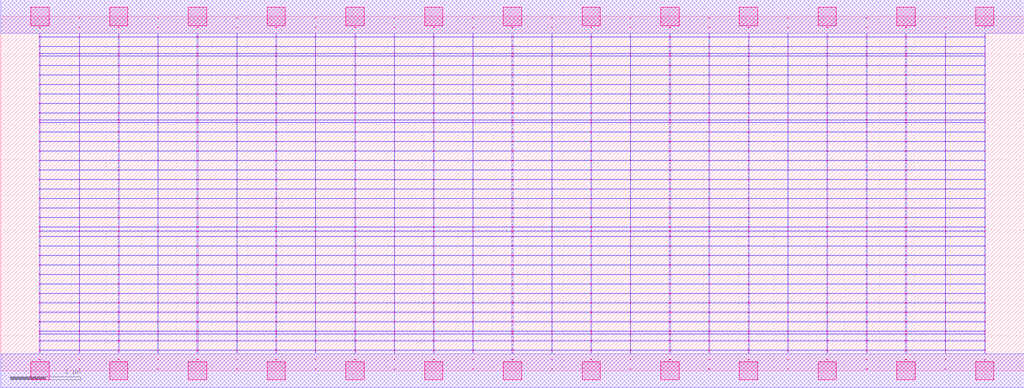
<source format=lef>
MACRO OOOAAOOAI22222_DEBUG
 CLASS CORE ;
 FOREIGN OOOAAOOAI22222_DEBUG 0 0 ;
 SIZE 14.56 BY 5.04 ;
 ORIGIN 0 0 ;
 SYMMETRY X Y R90 ;
 SITE unit ;

 OBS
    LAYER polycont ;
     RECT 7.27100000 2.58300000 7.28900000 2.59100000 ;
     RECT 7.27100000 2.71800000 7.28900000 2.72600000 ;
     RECT 7.27100000 2.85300000 7.28900000 2.86100000 ;
     RECT 7.27100000 2.98800000 7.28900000 2.99600000 ;
     RECT 9.51100000 2.58300000 9.52900000 2.59100000 ;
     RECT 10.07600000 2.58300000 10.08400000 2.59100000 ;
     RECT 10.63600000 2.58300000 10.64900000 2.59100000 ;
     RECT 11.19600000 2.58300000 11.20400000 2.59100000 ;
     RECT 11.75100000 2.58300000 11.76400000 2.59100000 ;
     RECT 12.31600000 2.58300000 12.32400000 2.59100000 ;
     RECT 12.87100000 2.58300000 12.88900000 2.59100000 ;
     RECT 13.43600000 2.58300000 13.44400000 2.59100000 ;
     RECT 13.99600000 2.58300000 14.00900000 2.59100000 ;
     RECT 7.83600000 2.58300000 7.84400000 2.59100000 ;
     RECT 7.83600000 2.71800000 7.84400000 2.72600000 ;
     RECT 8.39100000 2.71800000 8.40900000 2.72600000 ;
     RECT 8.95600000 2.71800000 8.96400000 2.72600000 ;
     RECT 9.51100000 2.71800000 9.52900000 2.72600000 ;
     RECT 10.07600000 2.71800000 10.08400000 2.72600000 ;
     RECT 10.63600000 2.71800000 10.64900000 2.72600000 ;
     RECT 11.19600000 2.71800000 11.20400000 2.72600000 ;
     RECT 11.75100000 2.71800000 11.76400000 2.72600000 ;
     RECT 12.31600000 2.71800000 12.32400000 2.72600000 ;
     RECT 12.87100000 2.71800000 12.88900000 2.72600000 ;
     RECT 13.43600000 2.71800000 13.44400000 2.72600000 ;
     RECT 13.99600000 2.71800000 14.00900000 2.72600000 ;
     RECT 8.39100000 2.58300000 8.40900000 2.59100000 ;
     RECT 7.83600000 2.85300000 7.84400000 2.86100000 ;
     RECT 8.39100000 2.85300000 8.40900000 2.86100000 ;
     RECT 8.95600000 2.85300000 8.96400000 2.86100000 ;
     RECT 9.51100000 2.85300000 9.52900000 2.86100000 ;
     RECT 10.07600000 2.85300000 10.08400000 2.86100000 ;
     RECT 10.63600000 2.85300000 10.64900000 2.86100000 ;
     RECT 11.19600000 2.85300000 11.20400000 2.86100000 ;
     RECT 11.75100000 2.85300000 11.76400000 2.86100000 ;
     RECT 12.31600000 2.85300000 12.32400000 2.86100000 ;
     RECT 12.87100000 2.85300000 12.88900000 2.86100000 ;
     RECT 13.43600000 2.85300000 13.44400000 2.86100000 ;
     RECT 13.99600000 2.85300000 14.00900000 2.86100000 ;
     RECT 8.95600000 2.58300000 8.96400000 2.59100000 ;
     RECT 7.83600000 2.98800000 7.84400000 2.99600000 ;
     RECT 8.39100000 2.98800000 8.40900000 2.99600000 ;
     RECT 8.95600000 2.98800000 8.96400000 2.99600000 ;
     RECT 9.51100000 2.98800000 9.52900000 2.99600000 ;
     RECT 10.07600000 2.98800000 10.08400000 2.99600000 ;
     RECT 10.63600000 2.98800000 10.64900000 2.99600000 ;
     RECT 11.19600000 2.98800000 11.20400000 2.99600000 ;
     RECT 11.75100000 2.98800000 11.76400000 2.99600000 ;
     RECT 12.31600000 2.98800000 12.32400000 2.99600000 ;
     RECT 12.87100000 2.98800000 12.88900000 2.99600000 ;
     RECT 13.43600000 2.98800000 13.44400000 2.99600000 ;
     RECT 13.99600000 2.98800000 14.00900000 2.99600000 ;
     RECT 11.19600000 3.12300000 11.20400000 3.13100000 ;
     RECT 11.19600000 3.25800000 11.20400000 3.26600000 ;
     RECT 11.19600000 3.39300000 11.20400000 3.40100000 ;
     RECT 11.19600000 3.52800000 11.20400000 3.53600000 ;
     RECT 11.19600000 3.56100000 11.20400000 3.56900000 ;
     RECT 11.19600000 3.66300000 11.20400000 3.67100000 ;
     RECT 11.19600000 3.79800000 11.20400000 3.80600000 ;
     RECT 11.19600000 3.93300000 11.20400000 3.94100000 ;
     RECT 11.19600000 4.06800000 11.20400000 4.07600000 ;
     RECT 11.19600000 4.20300000 11.20400000 4.21100000 ;
     RECT 11.19600000 4.33800000 11.20400000 4.34600000 ;
     RECT 11.19600000 4.47300000 11.20400000 4.48100000 ;
     RECT 11.19600000 4.51100000 11.20400000 4.51900000 ;
     RECT 11.19600000 4.60800000 11.20400000 4.61600000 ;
     RECT 11.19600000 4.74300000 11.20400000 4.75100000 ;
     RECT 11.19600000 4.87800000 11.20400000 4.88600000 ;
     RECT 4.47600000 2.71800000 4.48400000 2.72600000 ;
     RECT 5.03600000 2.71800000 5.04900000 2.72600000 ;
     RECT 5.59600000 2.71800000 5.60400000 2.72600000 ;
     RECT 6.15100000 2.71800000 6.16400000 2.72600000 ;
     RECT 6.71600000 2.71800000 6.72400000 2.72600000 ;
     RECT 1.11600000 2.58300000 1.12400000 2.59100000 ;
     RECT 1.67100000 2.58300000 1.68900000 2.59100000 ;
     RECT 0.55100000 2.98800000 0.56400000 2.99600000 ;
     RECT 1.11600000 2.98800000 1.12400000 2.99600000 ;
     RECT 1.67100000 2.98800000 1.68900000 2.99600000 ;
     RECT 2.23600000 2.98800000 2.24400000 2.99600000 ;
     RECT 2.79100000 2.98800000 2.80900000 2.99600000 ;
     RECT 3.35600000 2.98800000 3.36400000 2.99600000 ;
     RECT 3.91100000 2.98800000 3.92900000 2.99600000 ;
     RECT 4.47600000 2.98800000 4.48400000 2.99600000 ;
     RECT 5.03600000 2.98800000 5.04900000 2.99600000 ;
     RECT 5.59600000 2.98800000 5.60400000 2.99600000 ;
     RECT 6.15100000 2.98800000 6.16400000 2.99600000 ;
     RECT 6.71600000 2.98800000 6.72400000 2.99600000 ;
     RECT 2.23600000 2.58300000 2.24400000 2.59100000 ;
     RECT 2.79100000 2.58300000 2.80900000 2.59100000 ;
     RECT 3.35600000 2.58300000 3.36400000 2.59100000 ;
     RECT 3.91100000 2.58300000 3.92900000 2.59100000 ;
     RECT 4.47600000 2.58300000 4.48400000 2.59100000 ;
     RECT 5.03600000 2.58300000 5.04900000 2.59100000 ;
     RECT 5.59600000 2.58300000 5.60400000 2.59100000 ;
     RECT 6.15100000 2.58300000 6.16400000 2.59100000 ;
     RECT 6.71600000 2.58300000 6.72400000 2.59100000 ;
     RECT 0.55100000 2.58300000 0.56400000 2.59100000 ;
     RECT 0.55100000 2.71800000 0.56400000 2.72600000 ;
     RECT 0.55100000 2.85300000 0.56400000 2.86100000 ;
     RECT 1.11600000 2.85300000 1.12400000 2.86100000 ;
     RECT 5.59600000 3.12300000 5.60400000 3.13100000 ;
     RECT 1.67100000 2.85300000 1.68900000 2.86100000 ;
     RECT 5.59600000 3.25800000 5.60400000 3.26600000 ;
     RECT 2.23600000 2.85300000 2.24400000 2.86100000 ;
     RECT 5.59600000 3.39300000 5.60400000 3.40100000 ;
     RECT 2.79100000 2.85300000 2.80900000 2.86100000 ;
     RECT 5.59600000 3.52800000 5.60400000 3.53600000 ;
     RECT 3.35600000 2.85300000 3.36400000 2.86100000 ;
     RECT 5.59600000 3.56100000 5.60400000 3.56900000 ;
     RECT 3.91100000 2.85300000 3.92900000 2.86100000 ;
     RECT 5.59600000 3.66300000 5.60400000 3.67100000 ;
     RECT 4.47600000 2.85300000 4.48400000 2.86100000 ;
     RECT 5.59600000 3.79800000 5.60400000 3.80600000 ;
     RECT 5.03600000 2.85300000 5.04900000 2.86100000 ;
     RECT 5.59600000 3.93300000 5.60400000 3.94100000 ;
     RECT 5.59600000 2.85300000 5.60400000 2.86100000 ;
     RECT 5.59600000 4.06800000 5.60400000 4.07600000 ;
     RECT 6.15100000 2.85300000 6.16400000 2.86100000 ;
     RECT 5.59600000 4.20300000 5.60400000 4.21100000 ;
     RECT 6.71600000 2.85300000 6.72400000 2.86100000 ;
     RECT 5.59600000 4.33800000 5.60400000 4.34600000 ;
     RECT 1.11600000 2.71800000 1.12400000 2.72600000 ;
     RECT 5.59600000 4.47300000 5.60400000 4.48100000 ;
     RECT 1.67100000 2.71800000 1.68900000 2.72600000 ;
     RECT 5.59600000 4.51100000 5.60400000 4.51900000 ;
     RECT 2.23600000 2.71800000 2.24400000 2.72600000 ;
     RECT 5.59600000 4.60800000 5.60400000 4.61600000 ;
     RECT 2.79100000 2.71800000 2.80900000 2.72600000 ;
     RECT 5.59600000 4.74300000 5.60400000 4.75100000 ;
     RECT 3.35600000 2.71800000 3.36400000 2.72600000 ;
     RECT 5.59600000 4.87800000 5.60400000 4.88600000 ;
     RECT 3.91100000 2.71800000 3.92900000 2.72600000 ;
     RECT 12.31600000 1.77300000 12.32400000 1.78100000 ;
     RECT 12.87100000 1.77300000 12.88900000 1.78100000 ;
     RECT 13.43600000 1.77300000 13.44400000 1.78100000 ;
     RECT 13.99600000 1.77300000 14.00900000 1.78100000 ;
     RECT 12.31600000 1.90800000 12.32400000 1.91600000 ;
     RECT 12.87100000 1.90800000 12.88900000 1.91600000 ;
     RECT 13.43600000 1.90800000 13.44400000 1.91600000 ;
     RECT 13.99600000 1.90800000 14.00900000 1.91600000 ;
     RECT 12.31600000 1.98100000 12.32400000 1.98900000 ;
     RECT 12.87100000 1.98100000 12.88900000 1.98900000 ;
     RECT 13.43600000 1.98100000 13.44400000 1.98900000 ;
     RECT 13.99600000 1.98100000 14.00900000 1.98900000 ;
     RECT 12.31600000 2.04300000 12.32400000 2.05100000 ;
     RECT 12.87100000 2.04300000 12.88900000 2.05100000 ;
     RECT 13.43600000 2.04300000 13.44400000 2.05100000 ;
     RECT 13.99600000 2.04300000 14.00900000 2.05100000 ;
     RECT 12.31600000 2.17800000 12.32400000 2.18600000 ;
     RECT 12.87100000 2.17800000 12.88900000 2.18600000 ;
     RECT 13.43600000 2.17800000 13.44400000 2.18600000 ;
     RECT 13.99600000 2.17800000 14.00900000 2.18600000 ;
     RECT 12.31600000 2.31300000 12.32400000 2.32100000 ;
     RECT 12.87100000 2.31300000 12.88900000 2.32100000 ;
     RECT 13.43600000 2.31300000 13.44400000 2.32100000 ;
     RECT 13.99600000 2.31300000 14.00900000 2.32100000 ;
     RECT 12.31600000 2.44800000 12.32400000 2.45600000 ;
     RECT 12.87100000 2.44800000 12.88900000 2.45600000 ;
     RECT 13.43600000 2.44800000 13.44400000 2.45600000 ;
     RECT 13.99600000 2.44800000 14.00900000 2.45600000 ;
     RECT 12.31600000 0.15300000 12.32400000 0.16100000 ;
     RECT 12.87100000 0.15300000 12.88900000 0.16100000 ;
     RECT 13.43600000 0.15300000 13.44400000 0.16100000 ;
     RECT 13.99600000 0.15300000 14.00900000 0.16100000 ;
     RECT 12.31600000 0.28800000 12.32400000 0.29600000 ;
     RECT 12.87100000 0.28800000 12.88900000 0.29600000 ;
     RECT 13.43600000 0.28800000 13.44400000 0.29600000 ;
     RECT 13.99600000 0.28800000 14.00900000 0.29600000 ;
     RECT 12.31600000 0.42300000 12.32400000 0.43100000 ;
     RECT 12.87100000 0.42300000 12.88900000 0.43100000 ;
     RECT 13.43600000 0.42300000 13.44400000 0.43100000 ;
     RECT 13.99600000 0.42300000 14.00900000 0.43100000 ;
     RECT 12.31600000 0.52100000 12.32400000 0.52900000 ;
     RECT 12.87100000 0.52100000 12.88900000 0.52900000 ;
     RECT 13.43600000 0.52100000 13.44400000 0.52900000 ;
     RECT 13.99600000 0.52100000 14.00900000 0.52900000 ;
     RECT 12.31600000 0.55800000 12.32400000 0.56600000 ;
     RECT 12.87100000 0.55800000 12.88900000 0.56600000 ;
     RECT 13.43600000 0.55800000 13.44400000 0.56600000 ;
     RECT 13.99600000 0.55800000 14.00900000 0.56600000 ;
     RECT 12.31600000 0.69300000 12.32400000 0.70100000 ;
     RECT 12.87100000 0.69300000 12.88900000 0.70100000 ;
     RECT 13.43600000 0.69300000 13.44400000 0.70100000 ;
     RECT 13.99600000 0.69300000 14.00900000 0.70100000 ;
     RECT 12.31600000 0.82800000 12.32400000 0.83600000 ;
     RECT 12.87100000 0.82800000 12.88900000 0.83600000 ;
     RECT 13.43600000 0.82800000 13.44400000 0.83600000 ;
     RECT 13.99600000 0.82800000 14.00900000 0.83600000 ;
     RECT 12.31600000 0.96300000 12.32400000 0.97100000 ;
     RECT 12.87100000 0.96300000 12.88900000 0.97100000 ;
     RECT 13.43600000 0.96300000 13.44400000 0.97100000 ;
     RECT 13.99600000 0.96300000 14.00900000 0.97100000 ;
     RECT 12.31600000 1.09800000 12.32400000 1.10600000 ;
     RECT 12.87100000 1.09800000 12.88900000 1.10600000 ;
     RECT 13.43600000 1.09800000 13.44400000 1.10600000 ;
     RECT 13.99600000 1.09800000 14.00900000 1.10600000 ;
     RECT 12.31600000 1.23300000 12.32400000 1.24100000 ;
     RECT 12.87100000 1.23300000 12.88900000 1.24100000 ;
     RECT 13.43600000 1.23300000 13.44400000 1.24100000 ;
     RECT 13.99600000 1.23300000 14.00900000 1.24100000 ;
     RECT 12.31600000 1.36800000 12.32400000 1.37600000 ;
     RECT 12.87100000 1.36800000 12.88900000 1.37600000 ;
     RECT 13.43600000 1.36800000 13.44400000 1.37600000 ;
     RECT 13.99600000 1.36800000 14.00900000 1.37600000 ;
     RECT 12.31600000 1.50300000 12.32400000 1.51100000 ;
     RECT 12.87100000 1.50300000 12.88900000 1.51100000 ;
     RECT 13.43600000 1.50300000 13.44400000 1.51100000 ;
     RECT 13.99600000 1.50300000 14.00900000 1.51100000 ;
     RECT 12.31600000 1.63800000 12.32400000 1.64600000 ;
     RECT 12.87100000 1.63800000 12.88900000 1.64600000 ;
     RECT 13.43600000 1.63800000 13.44400000 1.64600000 ;
     RECT 13.99600000 1.63800000 14.00900000 1.64600000 ;

    LAYER pdiffc ;
     RECT 0.55100000 3.39300000 0.55900000 3.40100000 ;
     RECT 5.04100000 3.39300000 5.04900000 3.40100000 ;
     RECT 6.15100000 3.39300000 6.15900000 3.40100000 ;
     RECT 10.64100000 3.39300000 10.64900000 3.40100000 ;
     RECT 11.75100000 3.39300000 11.75900000 3.40100000 ;
     RECT 14.00100000 3.39300000 14.00900000 3.40100000 ;
     RECT 0.55100000 3.52800000 0.55900000 3.53600000 ;
     RECT 5.04100000 3.52800000 5.04900000 3.53600000 ;
     RECT 6.15100000 3.52800000 6.15900000 3.53600000 ;
     RECT 10.64100000 3.52800000 10.64900000 3.53600000 ;
     RECT 11.75100000 3.52800000 11.75900000 3.53600000 ;
     RECT 14.00100000 3.52800000 14.00900000 3.53600000 ;
     RECT 0.55100000 3.56100000 0.55900000 3.56900000 ;
     RECT 5.04100000 3.56100000 5.04900000 3.56900000 ;
     RECT 6.15100000 3.56100000 6.15900000 3.56900000 ;
     RECT 10.64100000 3.56100000 10.64900000 3.56900000 ;
     RECT 11.75100000 3.56100000 11.75900000 3.56900000 ;
     RECT 14.00100000 3.56100000 14.00900000 3.56900000 ;
     RECT 0.55100000 3.66300000 0.55900000 3.67100000 ;
     RECT 5.04100000 3.66300000 5.04900000 3.67100000 ;
     RECT 6.15100000 3.66300000 6.15900000 3.67100000 ;
     RECT 10.64100000 3.66300000 10.64900000 3.67100000 ;
     RECT 11.75100000 3.66300000 11.75900000 3.67100000 ;
     RECT 14.00100000 3.66300000 14.00900000 3.67100000 ;
     RECT 0.55100000 3.79800000 0.55900000 3.80600000 ;
     RECT 5.04100000 3.79800000 5.04900000 3.80600000 ;
     RECT 6.15100000 3.79800000 6.15900000 3.80600000 ;
     RECT 10.64100000 3.79800000 10.64900000 3.80600000 ;
     RECT 11.75100000 3.79800000 11.75900000 3.80600000 ;
     RECT 14.00100000 3.79800000 14.00900000 3.80600000 ;
     RECT 0.55100000 3.93300000 0.55900000 3.94100000 ;
     RECT 5.04100000 3.93300000 5.04900000 3.94100000 ;
     RECT 6.15100000 3.93300000 6.15900000 3.94100000 ;
     RECT 10.64100000 3.93300000 10.64900000 3.94100000 ;
     RECT 11.75100000 3.93300000 11.75900000 3.94100000 ;
     RECT 14.00100000 3.93300000 14.00900000 3.94100000 ;
     RECT 0.55100000 4.06800000 0.55900000 4.07600000 ;
     RECT 5.04100000 4.06800000 5.04900000 4.07600000 ;
     RECT 6.15100000 4.06800000 6.15900000 4.07600000 ;
     RECT 10.64100000 4.06800000 10.64900000 4.07600000 ;
     RECT 11.75100000 4.06800000 11.75900000 4.07600000 ;
     RECT 14.00100000 4.06800000 14.00900000 4.07600000 ;
     RECT 0.55100000 4.20300000 0.55900000 4.21100000 ;
     RECT 5.04100000 4.20300000 5.04900000 4.21100000 ;
     RECT 6.15100000 4.20300000 6.15900000 4.21100000 ;
     RECT 10.64100000 4.20300000 10.64900000 4.21100000 ;
     RECT 11.75100000 4.20300000 11.75900000 4.21100000 ;
     RECT 14.00100000 4.20300000 14.00900000 4.21100000 ;
     RECT 0.55100000 4.33800000 0.55900000 4.34600000 ;
     RECT 5.04100000 4.33800000 5.04900000 4.34600000 ;
     RECT 6.15100000 4.33800000 6.15900000 4.34600000 ;
     RECT 10.64100000 4.33800000 10.64900000 4.34600000 ;
     RECT 11.75100000 4.33800000 11.75900000 4.34600000 ;
     RECT 14.00100000 4.33800000 14.00900000 4.34600000 ;
     RECT 0.55100000 4.47300000 0.55900000 4.48100000 ;
     RECT 5.04100000 4.47300000 5.04900000 4.48100000 ;
     RECT 6.15100000 4.47300000 6.15900000 4.48100000 ;
     RECT 10.64100000 4.47300000 10.64900000 4.48100000 ;
     RECT 11.75100000 4.47300000 11.75900000 4.48100000 ;
     RECT 14.00100000 4.47300000 14.00900000 4.48100000 ;
     RECT 0.55100000 4.51100000 0.55900000 4.51900000 ;
     RECT 5.04100000 4.51100000 5.04900000 4.51900000 ;
     RECT 6.15100000 4.51100000 6.15900000 4.51900000 ;
     RECT 10.64100000 4.51100000 10.64900000 4.51900000 ;
     RECT 11.75100000 4.51100000 11.75900000 4.51900000 ;
     RECT 14.00100000 4.51100000 14.00900000 4.51900000 ;
     RECT 0.55100000 4.60800000 0.55900000 4.61600000 ;
     RECT 5.04100000 4.60800000 5.04900000 4.61600000 ;
     RECT 6.15100000 4.60800000 6.15900000 4.61600000 ;
     RECT 10.64100000 4.60800000 10.64900000 4.61600000 ;
     RECT 11.75100000 4.60800000 11.75900000 4.61600000 ;
     RECT 14.00100000 4.60800000 14.00900000 4.61600000 ;

    LAYER ndiffc ;
     RECT 6.15100000 0.42300000 6.16400000 0.43100000 ;
     RECT 6.15100000 0.52100000 6.16400000 0.52900000 ;
     RECT 6.15100000 0.55800000 6.16400000 0.56600000 ;
     RECT 6.15100000 0.69300000 6.16400000 0.70100000 ;
     RECT 6.15100000 0.82800000 6.16400000 0.83600000 ;
     RECT 6.15100000 0.96300000 6.16400000 0.97100000 ;
     RECT 6.15100000 1.09800000 6.16400000 1.10600000 ;
     RECT 6.15100000 1.23300000 6.16400000 1.24100000 ;
     RECT 6.15100000 1.36800000 6.16400000 1.37600000 ;
     RECT 6.15100000 1.50300000 6.16400000 1.51100000 ;
     RECT 6.15100000 1.63800000 6.16400000 1.64600000 ;
     RECT 6.15100000 1.77300000 6.16400000 1.78100000 ;
     RECT 6.15100000 1.90800000 6.16400000 1.91600000 ;
     RECT 6.15100000 1.98100000 6.16400000 1.98900000 ;
     RECT 6.15100000 2.04300000 6.16400000 2.05100000 ;
     RECT 9.51100000 0.55800000 9.52900000 0.56600000 ;
     RECT 10.63600000 0.55800000 10.64900000 0.56600000 ;
     RECT 11.75100000 0.55800000 11.76400000 0.56600000 ;
     RECT 9.51100000 0.42300000 9.52900000 0.43100000 ;
     RECT 7.27100000 0.69300000 7.28900000 0.70100000 ;
     RECT 8.39100000 0.69300000 8.40900000 0.70100000 ;
     RECT 9.51100000 0.69300000 9.52900000 0.70100000 ;
     RECT 10.63600000 0.69300000 10.64900000 0.70100000 ;
     RECT 11.75100000 0.69300000 11.76400000 0.70100000 ;
     RECT 10.63600000 0.42300000 10.64900000 0.43100000 ;
     RECT 7.27100000 0.82800000 7.28900000 0.83600000 ;
     RECT 8.39100000 0.82800000 8.40900000 0.83600000 ;
     RECT 9.51100000 0.82800000 9.52900000 0.83600000 ;
     RECT 10.63600000 0.82800000 10.64900000 0.83600000 ;
     RECT 11.75100000 0.82800000 11.76400000 0.83600000 ;
     RECT 11.75100000 0.42300000 11.76400000 0.43100000 ;
     RECT 7.27100000 0.96300000 7.28900000 0.97100000 ;
     RECT 8.39100000 0.96300000 8.40900000 0.97100000 ;
     RECT 9.51100000 0.96300000 9.52900000 0.97100000 ;
     RECT 10.63600000 0.96300000 10.64900000 0.97100000 ;
     RECT 11.75100000 0.96300000 11.76400000 0.97100000 ;
     RECT 7.27100000 0.42300000 7.28900000 0.43100000 ;
     RECT 7.27100000 1.09800000 7.28900000 1.10600000 ;
     RECT 8.39100000 1.09800000 8.40900000 1.10600000 ;
     RECT 9.51100000 1.09800000 9.52900000 1.10600000 ;
     RECT 10.63600000 1.09800000 10.64900000 1.10600000 ;
     RECT 11.75100000 1.09800000 11.76400000 1.10600000 ;
     RECT 7.27100000 0.52100000 7.28900000 0.52900000 ;
     RECT 7.27100000 1.23300000 7.28900000 1.24100000 ;
     RECT 8.39100000 1.23300000 8.40900000 1.24100000 ;
     RECT 9.51100000 1.23300000 9.52900000 1.24100000 ;
     RECT 10.63600000 1.23300000 10.64900000 1.24100000 ;
     RECT 11.75100000 1.23300000 11.76400000 1.24100000 ;
     RECT 8.39100000 0.52100000 8.40900000 0.52900000 ;
     RECT 7.27100000 1.36800000 7.28900000 1.37600000 ;
     RECT 8.39100000 1.36800000 8.40900000 1.37600000 ;
     RECT 9.51100000 1.36800000 9.52900000 1.37600000 ;
     RECT 10.63600000 1.36800000 10.64900000 1.37600000 ;
     RECT 11.75100000 1.36800000 11.76400000 1.37600000 ;
     RECT 9.51100000 0.52100000 9.52900000 0.52900000 ;
     RECT 7.27100000 1.50300000 7.28900000 1.51100000 ;
     RECT 8.39100000 1.50300000 8.40900000 1.51100000 ;
     RECT 9.51100000 1.50300000 9.52900000 1.51100000 ;
     RECT 10.63600000 1.50300000 10.64900000 1.51100000 ;
     RECT 11.75100000 1.50300000 11.76400000 1.51100000 ;
     RECT 10.63600000 0.52100000 10.64900000 0.52900000 ;
     RECT 7.27100000 1.63800000 7.28900000 1.64600000 ;
     RECT 8.39100000 1.63800000 8.40900000 1.64600000 ;
     RECT 9.51100000 1.63800000 9.52900000 1.64600000 ;
     RECT 10.63600000 1.63800000 10.64900000 1.64600000 ;
     RECT 11.75100000 1.63800000 11.76400000 1.64600000 ;
     RECT 11.75100000 0.52100000 11.76400000 0.52900000 ;
     RECT 7.27100000 1.77300000 7.28900000 1.78100000 ;
     RECT 8.39100000 1.77300000 8.40900000 1.78100000 ;
     RECT 9.51100000 1.77300000 9.52900000 1.78100000 ;
     RECT 10.63600000 1.77300000 10.64900000 1.78100000 ;
     RECT 11.75100000 1.77300000 11.76400000 1.78100000 ;
     RECT 8.39100000 0.42300000 8.40900000 0.43100000 ;
     RECT 7.27100000 1.90800000 7.28900000 1.91600000 ;
     RECT 8.39100000 1.90800000 8.40900000 1.91600000 ;
     RECT 9.51100000 1.90800000 9.52900000 1.91600000 ;
     RECT 10.63600000 1.90800000 10.64900000 1.91600000 ;
     RECT 11.75100000 1.90800000 11.76400000 1.91600000 ;
     RECT 7.27100000 0.55800000 7.28900000 0.56600000 ;
     RECT 7.27100000 1.98100000 7.28900000 1.98900000 ;
     RECT 8.39100000 1.98100000 8.40900000 1.98900000 ;
     RECT 9.51100000 1.98100000 9.52900000 1.98900000 ;
     RECT 10.63600000 1.98100000 10.64900000 1.98900000 ;
     RECT 11.75100000 1.98100000 11.76400000 1.98900000 ;
     RECT 8.39100000 0.55800000 8.40900000 0.56600000 ;
     RECT 7.27100000 2.04300000 7.28900000 2.05100000 ;
     RECT 8.39100000 2.04300000 8.40900000 2.05100000 ;
     RECT 9.51100000 2.04300000 9.52900000 2.05100000 ;
     RECT 10.63600000 2.04300000 10.64900000 2.05100000 ;
     RECT 11.75100000 2.04300000 11.76400000 2.05100000 ;
     RECT 2.79100000 1.36800000 2.80900000 1.37600000 ;
     RECT 3.91100000 1.36800000 3.92900000 1.37600000 ;
     RECT 5.03600000 1.36800000 5.04900000 1.37600000 ;
     RECT 5.03600000 0.82800000 5.04900000 0.83600000 ;
     RECT 2.79100000 0.55800000 2.80900000 0.56600000 ;
     RECT 3.91100000 0.55800000 3.92900000 0.56600000 ;
     RECT 5.03600000 0.55800000 5.04900000 0.56600000 ;
     RECT 1.67100000 0.52100000 1.68900000 0.52900000 ;
     RECT 2.79100000 0.52100000 2.80900000 0.52900000 ;
     RECT 0.55100000 1.50300000 0.56400000 1.51100000 ;
     RECT 1.67100000 1.50300000 1.68900000 1.51100000 ;
     RECT 2.79100000 1.50300000 2.80900000 1.51100000 ;
     RECT 3.91100000 1.50300000 3.92900000 1.51100000 ;
     RECT 5.03600000 1.50300000 5.04900000 1.51100000 ;
     RECT 3.91100000 0.52100000 3.92900000 0.52900000 ;
     RECT 0.55100000 0.96300000 0.56400000 0.97100000 ;
     RECT 1.67100000 0.96300000 1.68900000 0.97100000 ;
     RECT 2.79100000 0.96300000 2.80900000 0.97100000 ;
     RECT 3.91100000 0.96300000 3.92900000 0.97100000 ;
     RECT 5.03600000 0.96300000 5.04900000 0.97100000 ;
     RECT 0.55100000 1.63800000 0.56400000 1.64600000 ;
     RECT 1.67100000 1.63800000 1.68900000 1.64600000 ;
     RECT 2.79100000 1.63800000 2.80900000 1.64600000 ;
     RECT 3.91100000 1.63800000 3.92900000 1.64600000 ;
     RECT 5.03600000 1.63800000 5.04900000 1.64600000 ;
     RECT 5.03600000 0.52100000 5.04900000 0.52900000 ;
     RECT 1.67100000 0.42300000 1.68900000 0.43100000 ;
     RECT 2.79100000 0.42300000 2.80900000 0.43100000 ;
     RECT 0.55100000 0.69300000 0.56400000 0.70100000 ;
     RECT 1.67100000 0.69300000 1.68900000 0.70100000 ;
     RECT 2.79100000 0.69300000 2.80900000 0.70100000 ;
     RECT 0.55100000 1.77300000 0.56400000 1.78100000 ;
     RECT 1.67100000 1.77300000 1.68900000 1.78100000 ;
     RECT 2.79100000 1.77300000 2.80900000 1.78100000 ;
     RECT 3.91100000 1.77300000 3.92900000 1.78100000 ;
     RECT 5.03600000 1.77300000 5.04900000 1.78100000 ;
     RECT 0.55100000 1.09800000 0.56400000 1.10600000 ;
     RECT 1.67100000 1.09800000 1.68900000 1.10600000 ;
     RECT 2.79100000 1.09800000 2.80900000 1.10600000 ;
     RECT 3.91100000 1.09800000 3.92900000 1.10600000 ;
     RECT 5.03600000 1.09800000 5.04900000 1.10600000 ;
     RECT 3.91100000 0.69300000 3.92900000 0.70100000 ;
     RECT 0.55100000 1.90800000 0.56400000 1.91600000 ;
     RECT 1.67100000 1.90800000 1.68900000 1.91600000 ;
     RECT 2.79100000 1.90800000 2.80900000 1.91600000 ;
     RECT 3.91100000 1.90800000 3.92900000 1.91600000 ;
     RECT 5.03600000 1.90800000 5.04900000 1.91600000 ;
     RECT 5.03600000 0.69300000 5.04900000 0.70100000 ;
     RECT 3.91100000 0.42300000 3.92900000 0.43100000 ;
     RECT 5.03600000 0.42300000 5.04900000 0.43100000 ;
     RECT 0.55100000 0.42300000 0.56400000 0.43100000 ;
     RECT 0.55100000 0.52100000 0.56400000 0.52900000 ;
     RECT 0.55100000 1.23300000 0.56400000 1.24100000 ;
     RECT 0.55100000 1.98100000 0.56400000 1.98900000 ;
     RECT 1.67100000 1.98100000 1.68900000 1.98900000 ;
     RECT 2.79100000 1.98100000 2.80900000 1.98900000 ;
     RECT 3.91100000 1.98100000 3.92900000 1.98900000 ;
     RECT 5.03600000 1.98100000 5.04900000 1.98900000 ;
     RECT 1.67100000 1.23300000 1.68900000 1.24100000 ;
     RECT 2.79100000 1.23300000 2.80900000 1.24100000 ;
     RECT 3.91100000 1.23300000 3.92900000 1.24100000 ;
     RECT 5.03600000 1.23300000 5.04900000 1.24100000 ;
     RECT 0.55100000 0.55800000 0.56400000 0.56600000 ;
     RECT 1.67100000 0.55800000 1.68900000 0.56600000 ;
     RECT 0.55100000 2.04300000 0.56400000 2.05100000 ;
     RECT 1.67100000 2.04300000 1.68900000 2.05100000 ;
     RECT 2.79100000 2.04300000 2.80900000 2.05100000 ;
     RECT 3.91100000 2.04300000 3.92900000 2.05100000 ;
     RECT 5.03600000 2.04300000 5.04900000 2.05100000 ;
     RECT 0.55100000 0.82800000 0.56400000 0.83600000 ;
     RECT 1.67100000 0.82800000 1.68900000 0.83600000 ;
     RECT 2.79100000 0.82800000 2.80900000 0.83600000 ;
     RECT 3.91100000 0.82800000 3.92900000 0.83600000 ;
     RECT 0.55100000 1.36800000 0.56400000 1.37600000 ;
     RECT 1.67100000 1.36800000 1.68900000 1.37600000 ;

    LAYER met1 ;
     RECT 0.00000000 -0.24000000 14.56000000 0.24000000 ;
     RECT 7.27100000 0.24000000 7.28900000 0.28800000 ;
     RECT 0.55100000 0.28800000 14.00900000 0.29600000 ;
     RECT 7.27100000 0.29600000 7.28900000 0.42300000 ;
     RECT 0.55100000 0.42300000 14.00900000 0.43100000 ;
     RECT 7.27100000 0.43100000 7.28900000 0.52100000 ;
     RECT 0.55100000 0.52100000 14.00900000 0.52900000 ;
     RECT 7.27100000 0.52900000 7.28900000 0.55800000 ;
     RECT 0.55100000 0.55800000 14.00900000 0.56600000 ;
     RECT 7.27100000 0.56600000 7.28900000 0.69300000 ;
     RECT 0.55100000 0.69300000 14.00900000 0.70100000 ;
     RECT 7.27100000 0.70100000 7.28900000 0.82800000 ;
     RECT 0.55100000 0.82800000 14.00900000 0.83600000 ;
     RECT 7.27100000 0.83600000 7.28900000 0.96300000 ;
     RECT 0.55100000 0.96300000 14.00900000 0.97100000 ;
     RECT 7.27100000 0.97100000 7.28900000 1.09800000 ;
     RECT 0.55100000 1.09800000 14.00900000 1.10600000 ;
     RECT 7.27100000 1.10600000 7.28900000 1.23300000 ;
     RECT 0.55100000 1.23300000 14.00900000 1.24100000 ;
     RECT 7.27100000 1.24100000 7.28900000 1.36800000 ;
     RECT 0.55100000 1.36800000 14.00900000 1.37600000 ;
     RECT 7.27100000 1.37600000 7.28900000 1.50300000 ;
     RECT 0.55100000 1.50300000 14.00900000 1.51100000 ;
     RECT 7.27100000 1.51100000 7.28900000 1.63800000 ;
     RECT 0.55100000 1.63800000 14.00900000 1.64600000 ;
     RECT 7.27100000 1.64600000 7.28900000 1.77300000 ;
     RECT 0.55100000 1.77300000 14.00900000 1.78100000 ;
     RECT 7.27100000 1.78100000 7.28900000 1.90800000 ;
     RECT 0.55100000 1.90800000 14.00900000 1.91600000 ;
     RECT 7.27100000 1.91600000 7.28900000 1.98100000 ;
     RECT 0.55100000 1.98100000 14.00900000 1.98900000 ;
     RECT 7.27100000 1.98900000 7.28900000 2.04300000 ;
     RECT 0.55100000 2.04300000 14.00900000 2.05100000 ;
     RECT 7.27100000 2.05100000 7.28900000 2.17800000 ;
     RECT 0.55100000 2.17800000 14.00900000 2.18600000 ;
     RECT 7.27100000 2.18600000 7.28900000 2.31300000 ;
     RECT 0.55100000 2.31300000 14.00900000 2.32100000 ;
     RECT 7.27100000 2.32100000 7.28900000 2.44800000 ;
     RECT 0.55100000 2.44800000 14.00900000 2.45600000 ;
     RECT 0.55100000 2.45600000 0.56400000 2.58300000 ;
     RECT 1.11600000 2.45600000 1.12400000 2.58300000 ;
     RECT 1.67100000 2.45600000 1.68900000 2.58300000 ;
     RECT 2.23600000 2.45600000 2.24400000 2.58300000 ;
     RECT 2.79100000 2.45600000 2.80900000 2.58300000 ;
     RECT 3.35600000 2.45600000 3.36400000 2.58300000 ;
     RECT 3.91100000 2.45600000 3.92900000 2.58300000 ;
     RECT 4.47600000 2.45600000 4.48400000 2.58300000 ;
     RECT 5.03600000 2.45600000 5.04900000 2.58300000 ;
     RECT 5.59600000 2.45600000 5.60400000 2.58300000 ;
     RECT 6.15100000 2.45600000 6.16400000 2.58300000 ;
     RECT 6.71600000 2.45600000 6.72400000 2.58300000 ;
     RECT 7.27100000 2.45600000 7.28900000 2.58300000 ;
     RECT 7.83600000 2.45600000 7.84400000 2.58300000 ;
     RECT 8.39100000 2.45600000 8.40900000 2.58300000 ;
     RECT 8.95600000 2.45600000 8.96400000 2.58300000 ;
     RECT 9.51100000 2.45600000 9.52900000 2.58300000 ;
     RECT 10.07600000 2.45600000 10.08400000 2.58300000 ;
     RECT 10.63600000 2.45600000 10.64900000 2.58300000 ;
     RECT 11.19600000 2.45600000 11.20400000 2.58300000 ;
     RECT 11.75100000 2.45600000 11.76400000 2.58300000 ;
     RECT 12.31600000 2.45600000 12.32400000 2.58300000 ;
     RECT 12.87100000 2.45600000 12.88900000 2.58300000 ;
     RECT 13.43600000 2.45600000 13.44400000 2.58300000 ;
     RECT 13.99600000 2.45600000 14.00900000 2.58300000 ;
     RECT 0.55100000 2.58300000 14.00900000 2.59100000 ;
     RECT 7.27100000 2.59100000 7.28900000 2.71800000 ;
     RECT 0.55100000 2.71800000 14.00900000 2.72600000 ;
     RECT 7.27100000 2.72600000 7.28900000 2.85300000 ;
     RECT 0.55100000 2.85300000 14.00900000 2.86100000 ;
     RECT 7.27100000 2.86100000 7.28900000 2.98800000 ;
     RECT 0.55100000 2.98800000 14.00900000 2.99600000 ;
     RECT 7.27100000 2.99600000 7.28900000 3.12300000 ;
     RECT 0.55100000 3.12300000 14.00900000 3.13100000 ;
     RECT 7.27100000 3.13100000 7.28900000 3.25800000 ;
     RECT 0.55100000 3.25800000 14.00900000 3.26600000 ;
     RECT 7.27100000 3.26600000 7.28900000 3.39300000 ;
     RECT 0.55100000 3.39300000 14.00900000 3.40100000 ;
     RECT 7.27100000 3.40100000 7.28900000 3.52800000 ;
     RECT 0.55100000 3.52800000 14.00900000 3.53600000 ;
     RECT 7.27100000 3.53600000 7.28900000 3.56100000 ;
     RECT 0.55100000 3.56100000 14.00900000 3.56900000 ;
     RECT 7.27100000 3.56900000 7.28900000 3.66300000 ;
     RECT 0.55100000 3.66300000 14.00900000 3.67100000 ;
     RECT 7.27100000 3.67100000 7.28900000 3.79800000 ;
     RECT 0.55100000 3.79800000 14.00900000 3.80600000 ;
     RECT 7.27100000 3.80600000 7.28900000 3.93300000 ;
     RECT 0.55100000 3.93300000 14.00900000 3.94100000 ;
     RECT 7.27100000 3.94100000 7.28900000 4.06800000 ;
     RECT 0.55100000 4.06800000 14.00900000 4.07600000 ;
     RECT 7.27100000 4.07600000 7.28900000 4.20300000 ;
     RECT 0.55100000 4.20300000 14.00900000 4.21100000 ;
     RECT 7.27100000 4.21100000 7.28900000 4.33800000 ;
     RECT 0.55100000 4.33800000 14.00900000 4.34600000 ;
     RECT 7.27100000 4.34600000 7.28900000 4.47300000 ;
     RECT 0.55100000 4.47300000 14.00900000 4.48100000 ;
     RECT 7.27100000 4.48100000 7.28900000 4.51100000 ;
     RECT 0.55100000 4.51100000 14.00900000 4.51900000 ;
     RECT 7.27100000 4.51900000 7.28900000 4.60800000 ;
     RECT 0.55100000 4.60800000 14.00900000 4.61600000 ;
     RECT 7.27100000 4.61600000 7.28900000 4.74300000 ;
     RECT 0.55100000 4.74300000 14.00900000 4.75100000 ;
     RECT 7.27100000 4.75100000 7.28900000 4.80000000 ;
     RECT 0.00000000 4.80000000 14.56000000 5.28000000 ;
     RECT 7.83600000 3.80600000 7.84400000 3.93300000 ;
     RECT 8.39100000 3.80600000 8.40900000 3.93300000 ;
     RECT 8.95600000 3.80600000 8.96400000 3.93300000 ;
     RECT 9.51100000 3.80600000 9.52900000 3.93300000 ;
     RECT 10.07600000 3.80600000 10.08400000 3.93300000 ;
     RECT 10.63600000 3.80600000 10.64900000 3.93300000 ;
     RECT 11.19600000 3.80600000 11.20400000 3.93300000 ;
     RECT 11.75100000 3.80600000 11.76400000 3.93300000 ;
     RECT 12.31600000 3.80600000 12.32400000 3.93300000 ;
     RECT 12.87100000 3.80600000 12.88900000 3.93300000 ;
     RECT 13.43600000 3.80600000 13.44400000 3.93300000 ;
     RECT 13.99600000 3.80600000 14.00900000 3.93300000 ;
     RECT 11.19600000 3.94100000 11.20400000 4.06800000 ;
     RECT 11.75100000 3.94100000 11.76400000 4.06800000 ;
     RECT 12.31600000 3.94100000 12.32400000 4.06800000 ;
     RECT 12.87100000 3.94100000 12.88900000 4.06800000 ;
     RECT 13.43600000 3.94100000 13.44400000 4.06800000 ;
     RECT 13.99600000 3.94100000 14.00900000 4.06800000 ;
     RECT 11.19600000 4.07600000 11.20400000 4.20300000 ;
     RECT 11.75100000 4.07600000 11.76400000 4.20300000 ;
     RECT 12.31600000 4.07600000 12.32400000 4.20300000 ;
     RECT 12.87100000 4.07600000 12.88900000 4.20300000 ;
     RECT 13.43600000 4.07600000 13.44400000 4.20300000 ;
     RECT 13.99600000 4.07600000 14.00900000 4.20300000 ;
     RECT 11.19600000 4.21100000 11.20400000 4.33800000 ;
     RECT 11.75100000 4.21100000 11.76400000 4.33800000 ;
     RECT 12.31600000 4.21100000 12.32400000 4.33800000 ;
     RECT 12.87100000 4.21100000 12.88900000 4.33800000 ;
     RECT 13.43600000 4.21100000 13.44400000 4.33800000 ;
     RECT 13.99600000 4.21100000 14.00900000 4.33800000 ;
     RECT 11.19600000 4.34600000 11.20400000 4.47300000 ;
     RECT 11.75100000 4.34600000 11.76400000 4.47300000 ;
     RECT 12.31600000 4.34600000 12.32400000 4.47300000 ;
     RECT 12.87100000 4.34600000 12.88900000 4.47300000 ;
     RECT 13.43600000 4.34600000 13.44400000 4.47300000 ;
     RECT 13.99600000 4.34600000 14.00900000 4.47300000 ;
     RECT 11.19600000 4.48100000 11.20400000 4.51100000 ;
     RECT 11.75100000 4.48100000 11.76400000 4.51100000 ;
     RECT 12.31600000 4.48100000 12.32400000 4.51100000 ;
     RECT 12.87100000 4.48100000 12.88900000 4.51100000 ;
     RECT 13.43600000 4.48100000 13.44400000 4.51100000 ;
     RECT 13.99600000 4.48100000 14.00900000 4.51100000 ;
     RECT 11.19600000 4.51900000 11.20400000 4.60800000 ;
     RECT 11.75100000 4.51900000 11.76400000 4.60800000 ;
     RECT 12.31600000 4.51900000 12.32400000 4.60800000 ;
     RECT 12.87100000 4.51900000 12.88900000 4.60800000 ;
     RECT 13.43600000 4.51900000 13.44400000 4.60800000 ;
     RECT 13.99600000 4.51900000 14.00900000 4.60800000 ;
     RECT 11.19600000 4.61600000 11.20400000 4.74300000 ;
     RECT 11.75100000 4.61600000 11.76400000 4.74300000 ;
     RECT 12.31600000 4.61600000 12.32400000 4.74300000 ;
     RECT 12.87100000 4.61600000 12.88900000 4.74300000 ;
     RECT 13.43600000 4.61600000 13.44400000 4.74300000 ;
     RECT 13.99600000 4.61600000 14.00900000 4.74300000 ;
     RECT 11.19600000 4.75100000 11.20400000 4.80000000 ;
     RECT 11.75100000 4.75100000 11.76400000 4.80000000 ;
     RECT 12.31600000 4.75100000 12.32400000 4.80000000 ;
     RECT 12.87100000 4.75100000 12.88900000 4.80000000 ;
     RECT 13.43600000 4.75100000 13.44400000 4.80000000 ;
     RECT 13.99600000 4.75100000 14.00900000 4.80000000 ;
     RECT 7.83600000 4.48100000 7.84400000 4.51100000 ;
     RECT 8.39100000 4.48100000 8.40900000 4.51100000 ;
     RECT 8.95600000 4.48100000 8.96400000 4.51100000 ;
     RECT 9.51100000 4.48100000 9.52900000 4.51100000 ;
     RECT 10.07600000 4.48100000 10.08400000 4.51100000 ;
     RECT 10.63600000 4.48100000 10.64900000 4.51100000 ;
     RECT 7.83600000 4.21100000 7.84400000 4.33800000 ;
     RECT 8.39100000 4.21100000 8.40900000 4.33800000 ;
     RECT 8.95600000 4.21100000 8.96400000 4.33800000 ;
     RECT 9.51100000 4.21100000 9.52900000 4.33800000 ;
     RECT 10.07600000 4.21100000 10.08400000 4.33800000 ;
     RECT 10.63600000 4.21100000 10.64900000 4.33800000 ;
     RECT 7.83600000 4.51900000 7.84400000 4.60800000 ;
     RECT 8.39100000 4.51900000 8.40900000 4.60800000 ;
     RECT 8.95600000 4.51900000 8.96400000 4.60800000 ;
     RECT 9.51100000 4.51900000 9.52900000 4.60800000 ;
     RECT 10.07600000 4.51900000 10.08400000 4.60800000 ;
     RECT 10.63600000 4.51900000 10.64900000 4.60800000 ;
     RECT 7.83600000 4.07600000 7.84400000 4.20300000 ;
     RECT 8.39100000 4.07600000 8.40900000 4.20300000 ;
     RECT 8.95600000 4.07600000 8.96400000 4.20300000 ;
     RECT 9.51100000 4.07600000 9.52900000 4.20300000 ;
     RECT 10.07600000 4.07600000 10.08400000 4.20300000 ;
     RECT 10.63600000 4.07600000 10.64900000 4.20300000 ;
     RECT 7.83600000 4.61600000 7.84400000 4.74300000 ;
     RECT 8.39100000 4.61600000 8.40900000 4.74300000 ;
     RECT 8.95600000 4.61600000 8.96400000 4.74300000 ;
     RECT 9.51100000 4.61600000 9.52900000 4.74300000 ;
     RECT 10.07600000 4.61600000 10.08400000 4.74300000 ;
     RECT 10.63600000 4.61600000 10.64900000 4.74300000 ;
     RECT 7.83600000 4.34600000 7.84400000 4.47300000 ;
     RECT 8.39100000 4.34600000 8.40900000 4.47300000 ;
     RECT 8.95600000 4.34600000 8.96400000 4.47300000 ;
     RECT 9.51100000 4.34600000 9.52900000 4.47300000 ;
     RECT 10.07600000 4.34600000 10.08400000 4.47300000 ;
     RECT 10.63600000 4.34600000 10.64900000 4.47300000 ;
     RECT 7.83600000 4.75100000 7.84400000 4.80000000 ;
     RECT 8.39100000 4.75100000 8.40900000 4.80000000 ;
     RECT 8.95600000 4.75100000 8.96400000 4.80000000 ;
     RECT 9.51100000 4.75100000 9.52900000 4.80000000 ;
     RECT 10.07600000 4.75100000 10.08400000 4.80000000 ;
     RECT 10.63600000 4.75100000 10.64900000 4.80000000 ;
     RECT 7.83600000 3.94100000 7.84400000 4.06800000 ;
     RECT 8.39100000 3.94100000 8.40900000 4.06800000 ;
     RECT 8.95600000 3.94100000 8.96400000 4.06800000 ;
     RECT 9.51100000 3.94100000 9.52900000 4.06800000 ;
     RECT 10.07600000 3.94100000 10.08400000 4.06800000 ;
     RECT 10.63600000 3.94100000 10.64900000 4.06800000 ;
     RECT 7.83600000 2.99600000 7.84400000 3.12300000 ;
     RECT 8.39100000 2.99600000 8.40900000 3.12300000 ;
     RECT 8.95600000 2.99600000 8.96400000 3.12300000 ;
     RECT 9.51100000 2.99600000 9.52900000 3.12300000 ;
     RECT 10.07600000 2.99600000 10.08400000 3.12300000 ;
     RECT 10.63600000 2.99600000 10.64900000 3.12300000 ;
     RECT 7.83600000 2.86100000 7.84400000 2.98800000 ;
     RECT 8.39100000 2.86100000 8.40900000 2.98800000 ;
     RECT 7.83600000 3.13100000 7.84400000 3.25800000 ;
     RECT 8.39100000 3.13100000 8.40900000 3.25800000 ;
     RECT 8.95600000 3.13100000 8.96400000 3.25800000 ;
     RECT 9.51100000 3.13100000 9.52900000 3.25800000 ;
     RECT 10.07600000 3.13100000 10.08400000 3.25800000 ;
     RECT 10.63600000 3.13100000 10.64900000 3.25800000 ;
     RECT 7.83600000 3.26600000 7.84400000 3.39300000 ;
     RECT 8.39100000 3.26600000 8.40900000 3.39300000 ;
     RECT 8.95600000 3.26600000 8.96400000 3.39300000 ;
     RECT 9.51100000 3.26600000 9.52900000 3.39300000 ;
     RECT 10.07600000 3.26600000 10.08400000 3.39300000 ;
     RECT 10.63600000 3.26600000 10.64900000 3.39300000 ;
     RECT 8.95600000 2.86100000 8.96400000 2.98800000 ;
     RECT 9.51100000 2.86100000 9.52900000 2.98800000 ;
     RECT 7.83600000 3.40100000 7.84400000 3.52800000 ;
     RECT 8.39100000 3.40100000 8.40900000 3.52800000 ;
     RECT 8.95600000 3.40100000 8.96400000 3.52800000 ;
     RECT 9.51100000 3.40100000 9.52900000 3.52800000 ;
     RECT 10.07600000 3.40100000 10.08400000 3.52800000 ;
     RECT 10.63600000 3.40100000 10.64900000 3.52800000 ;
     RECT 7.83600000 2.59100000 7.84400000 2.71800000 ;
     RECT 8.39100000 2.59100000 8.40900000 2.71800000 ;
     RECT 7.83600000 3.53600000 7.84400000 3.56100000 ;
     RECT 8.39100000 3.53600000 8.40900000 3.56100000 ;
     RECT 8.95600000 3.53600000 8.96400000 3.56100000 ;
     RECT 9.51100000 3.53600000 9.52900000 3.56100000 ;
     RECT 10.07600000 2.86100000 10.08400000 2.98800000 ;
     RECT 10.63600000 2.86100000 10.64900000 2.98800000 ;
     RECT 10.07600000 3.53600000 10.08400000 3.56100000 ;
     RECT 10.63600000 3.53600000 10.64900000 3.56100000 ;
     RECT 7.83600000 2.72600000 7.84400000 2.85300000 ;
     RECT 8.39100000 2.72600000 8.40900000 2.85300000 ;
     RECT 7.83600000 3.56900000 7.84400000 3.66300000 ;
     RECT 8.39100000 3.56900000 8.40900000 3.66300000 ;
     RECT 8.95600000 3.56900000 8.96400000 3.66300000 ;
     RECT 9.51100000 3.56900000 9.52900000 3.66300000 ;
     RECT 10.07600000 3.56900000 10.08400000 3.66300000 ;
     RECT 10.63600000 3.56900000 10.64900000 3.66300000 ;
     RECT 8.95600000 2.72600000 8.96400000 2.85300000 ;
     RECT 9.51100000 2.72600000 9.52900000 2.85300000 ;
     RECT 7.83600000 3.67100000 7.84400000 3.79800000 ;
     RECT 8.39100000 3.67100000 8.40900000 3.79800000 ;
     RECT 8.95600000 3.67100000 8.96400000 3.79800000 ;
     RECT 9.51100000 3.67100000 9.52900000 3.79800000 ;
     RECT 8.95600000 2.59100000 8.96400000 2.71800000 ;
     RECT 9.51100000 2.59100000 9.52900000 2.71800000 ;
     RECT 10.07600000 3.67100000 10.08400000 3.79800000 ;
     RECT 10.63600000 3.67100000 10.64900000 3.79800000 ;
     RECT 10.07600000 2.72600000 10.08400000 2.85300000 ;
     RECT 10.63600000 2.72600000 10.64900000 2.85300000 ;
     RECT 10.07600000 2.59100000 10.08400000 2.71800000 ;
     RECT 10.63600000 2.59100000 10.64900000 2.71800000 ;
     RECT 12.31600000 3.13100000 12.32400000 3.25800000 ;
     RECT 12.87100000 3.13100000 12.88900000 3.25800000 ;
     RECT 13.43600000 3.13100000 13.44400000 3.25800000 ;
     RECT 13.99600000 3.13100000 14.00900000 3.25800000 ;
     RECT 11.19600000 2.72600000 11.20400000 2.85300000 ;
     RECT 11.75100000 2.72600000 11.76400000 2.85300000 ;
     RECT 12.31600000 2.59100000 12.32400000 2.71800000 ;
     RECT 12.87100000 2.59100000 12.88900000 2.71800000 ;
     RECT 12.87100000 2.99600000 12.88900000 3.12300000 ;
     RECT 11.19600000 3.53600000 11.20400000 3.56100000 ;
     RECT 11.75100000 3.53600000 11.76400000 3.56100000 ;
     RECT 12.31600000 3.53600000 12.32400000 3.56100000 ;
     RECT 12.87100000 3.53600000 12.88900000 3.56100000 ;
     RECT 13.43600000 3.53600000 13.44400000 3.56100000 ;
     RECT 13.99600000 3.53600000 14.00900000 3.56100000 ;
     RECT 13.43600000 2.99600000 13.44400000 3.12300000 ;
     RECT 13.99600000 2.99600000 14.00900000 3.12300000 ;
     RECT 11.19600000 2.59100000 11.20400000 2.71800000 ;
     RECT 12.31600000 2.72600000 12.32400000 2.85300000 ;
     RECT 12.87100000 2.72600000 12.88900000 2.85300000 ;
     RECT 11.75100000 2.59100000 11.76400000 2.71800000 ;
     RECT 13.99600000 2.86100000 14.00900000 2.98800000 ;
     RECT 11.19600000 3.26600000 11.20400000 3.39300000 ;
     RECT 11.75100000 3.26600000 11.76400000 3.39300000 ;
     RECT 12.31600000 3.26600000 12.32400000 3.39300000 ;
     RECT 11.19600000 3.56900000 11.20400000 3.66300000 ;
     RECT 11.75100000 3.56900000 11.76400000 3.66300000 ;
     RECT 12.31600000 3.56900000 12.32400000 3.66300000 ;
     RECT 12.87100000 3.56900000 12.88900000 3.66300000 ;
     RECT 13.43600000 3.56900000 13.44400000 3.66300000 ;
     RECT 13.99600000 3.56900000 14.00900000 3.66300000 ;
     RECT 12.87100000 3.26600000 12.88900000 3.39300000 ;
     RECT 13.43600000 2.72600000 13.44400000 2.85300000 ;
     RECT 13.99600000 2.72600000 14.00900000 2.85300000 ;
     RECT 13.43600000 3.26600000 13.44400000 3.39300000 ;
     RECT 13.99600000 3.26600000 14.00900000 3.39300000 ;
     RECT 13.43600000 2.59100000 13.44400000 2.71800000 ;
     RECT 13.99600000 2.59100000 14.00900000 2.71800000 ;
     RECT 12.87100000 2.86100000 12.88900000 2.98800000 ;
     RECT 13.43600000 2.86100000 13.44400000 2.98800000 ;
     RECT 11.19600000 2.99600000 11.20400000 3.12300000 ;
     RECT 11.19600000 3.67100000 11.20400000 3.79800000 ;
     RECT 11.75100000 3.67100000 11.76400000 3.79800000 ;
     RECT 12.31600000 3.67100000 12.32400000 3.79800000 ;
     RECT 12.87100000 3.67100000 12.88900000 3.79800000 ;
     RECT 11.19600000 2.86100000 11.20400000 2.98800000 ;
     RECT 11.75100000 2.86100000 11.76400000 2.98800000 ;
     RECT 13.43600000 3.67100000 13.44400000 3.79800000 ;
     RECT 13.99600000 3.67100000 14.00900000 3.79800000 ;
     RECT 11.75100000 2.99600000 11.76400000 3.12300000 ;
     RECT 12.31600000 2.99600000 12.32400000 3.12300000 ;
     RECT 11.19600000 3.13100000 11.20400000 3.25800000 ;
     RECT 11.19600000 3.40100000 11.20400000 3.52800000 ;
     RECT 11.75100000 3.40100000 11.76400000 3.52800000 ;
     RECT 12.31600000 3.40100000 12.32400000 3.52800000 ;
     RECT 12.87100000 3.40100000 12.88900000 3.52800000 ;
     RECT 13.43600000 3.40100000 13.44400000 3.52800000 ;
     RECT 13.99600000 3.40100000 14.00900000 3.52800000 ;
     RECT 11.75100000 3.13100000 11.76400000 3.25800000 ;
     RECT 12.31600000 2.86100000 12.32400000 2.98800000 ;
     RECT 3.91100000 3.80600000 3.92900000 3.93300000 ;
     RECT 4.47600000 3.80600000 4.48400000 3.93300000 ;
     RECT 5.03600000 3.80600000 5.04900000 3.93300000 ;
     RECT 5.59600000 3.80600000 5.60400000 3.93300000 ;
     RECT 6.15100000 3.80600000 6.16400000 3.93300000 ;
     RECT 6.71600000 3.80600000 6.72400000 3.93300000 ;
     RECT 0.55100000 3.80600000 0.56400000 3.93300000 ;
     RECT 1.11600000 3.80600000 1.12400000 3.93300000 ;
     RECT 1.67100000 3.80600000 1.68900000 3.93300000 ;
     RECT 2.23600000 3.80600000 2.24400000 3.93300000 ;
     RECT 2.79100000 3.80600000 2.80900000 3.93300000 ;
     RECT 3.35600000 3.80600000 3.36400000 3.93300000 ;
     RECT 3.91100000 4.07600000 3.92900000 4.20300000 ;
     RECT 4.47600000 4.07600000 4.48400000 4.20300000 ;
     RECT 5.03600000 4.07600000 5.04900000 4.20300000 ;
     RECT 5.59600000 4.07600000 5.60400000 4.20300000 ;
     RECT 6.15100000 4.07600000 6.16400000 4.20300000 ;
     RECT 6.71600000 4.07600000 6.72400000 4.20300000 ;
     RECT 3.91100000 4.21100000 3.92900000 4.33800000 ;
     RECT 4.47600000 4.21100000 4.48400000 4.33800000 ;
     RECT 5.03600000 4.21100000 5.04900000 4.33800000 ;
     RECT 5.59600000 4.21100000 5.60400000 4.33800000 ;
     RECT 6.15100000 4.21100000 6.16400000 4.33800000 ;
     RECT 6.71600000 4.21100000 6.72400000 4.33800000 ;
     RECT 3.91100000 4.34600000 3.92900000 4.47300000 ;
     RECT 4.47600000 4.34600000 4.48400000 4.47300000 ;
     RECT 5.03600000 4.34600000 5.04900000 4.47300000 ;
     RECT 5.59600000 4.34600000 5.60400000 4.47300000 ;
     RECT 6.15100000 4.34600000 6.16400000 4.47300000 ;
     RECT 6.71600000 4.34600000 6.72400000 4.47300000 ;
     RECT 3.91100000 4.48100000 3.92900000 4.51100000 ;
     RECT 4.47600000 4.48100000 4.48400000 4.51100000 ;
     RECT 5.03600000 4.48100000 5.04900000 4.51100000 ;
     RECT 5.59600000 4.48100000 5.60400000 4.51100000 ;
     RECT 6.15100000 4.48100000 6.16400000 4.51100000 ;
     RECT 6.71600000 4.48100000 6.72400000 4.51100000 ;
     RECT 3.91100000 4.51900000 3.92900000 4.60800000 ;
     RECT 4.47600000 4.51900000 4.48400000 4.60800000 ;
     RECT 5.03600000 4.51900000 5.04900000 4.60800000 ;
     RECT 5.59600000 4.51900000 5.60400000 4.60800000 ;
     RECT 6.15100000 4.51900000 6.16400000 4.60800000 ;
     RECT 6.71600000 4.51900000 6.72400000 4.60800000 ;
     RECT 3.91100000 4.61600000 3.92900000 4.74300000 ;
     RECT 4.47600000 4.61600000 4.48400000 4.74300000 ;
     RECT 5.03600000 4.61600000 5.04900000 4.74300000 ;
     RECT 5.59600000 4.61600000 5.60400000 4.74300000 ;
     RECT 6.15100000 4.61600000 6.16400000 4.74300000 ;
     RECT 6.71600000 4.61600000 6.72400000 4.74300000 ;
     RECT 3.91100000 4.75100000 3.92900000 4.80000000 ;
     RECT 4.47600000 4.75100000 4.48400000 4.80000000 ;
     RECT 5.03600000 4.75100000 5.04900000 4.80000000 ;
     RECT 5.59600000 4.75100000 5.60400000 4.80000000 ;
     RECT 6.15100000 4.75100000 6.16400000 4.80000000 ;
     RECT 6.71600000 4.75100000 6.72400000 4.80000000 ;
     RECT 3.91100000 3.94100000 3.92900000 4.06800000 ;
     RECT 4.47600000 3.94100000 4.48400000 4.06800000 ;
     RECT 5.03600000 3.94100000 5.04900000 4.06800000 ;
     RECT 5.59600000 3.94100000 5.60400000 4.06800000 ;
     RECT 6.15100000 3.94100000 6.16400000 4.06800000 ;
     RECT 6.71600000 3.94100000 6.72400000 4.06800000 ;
     RECT 0.55100000 4.21100000 0.56400000 4.33800000 ;
     RECT 1.11600000 4.21100000 1.12400000 4.33800000 ;
     RECT 1.67100000 4.21100000 1.68900000 4.33800000 ;
     RECT 2.23600000 4.21100000 2.24400000 4.33800000 ;
     RECT 2.79100000 4.21100000 2.80900000 4.33800000 ;
     RECT 3.35600000 4.21100000 3.36400000 4.33800000 ;
     RECT 0.55100000 4.51900000 0.56400000 4.60800000 ;
     RECT 1.11600000 4.51900000 1.12400000 4.60800000 ;
     RECT 1.67100000 4.51900000 1.68900000 4.60800000 ;
     RECT 2.23600000 4.51900000 2.24400000 4.60800000 ;
     RECT 2.79100000 4.51900000 2.80900000 4.60800000 ;
     RECT 3.35600000 4.51900000 3.36400000 4.60800000 ;
     RECT 0.55100000 4.07600000 0.56400000 4.20300000 ;
     RECT 1.11600000 4.07600000 1.12400000 4.20300000 ;
     RECT 1.67100000 4.07600000 1.68900000 4.20300000 ;
     RECT 2.23600000 4.07600000 2.24400000 4.20300000 ;
     RECT 2.79100000 4.07600000 2.80900000 4.20300000 ;
     RECT 3.35600000 4.07600000 3.36400000 4.20300000 ;
     RECT 0.55100000 4.61600000 0.56400000 4.74300000 ;
     RECT 1.11600000 4.61600000 1.12400000 4.74300000 ;
     RECT 1.67100000 4.61600000 1.68900000 4.74300000 ;
     RECT 2.23600000 4.61600000 2.24400000 4.74300000 ;
     RECT 2.79100000 4.61600000 2.80900000 4.74300000 ;
     RECT 3.35600000 4.61600000 3.36400000 4.74300000 ;
     RECT 0.55100000 4.34600000 0.56400000 4.47300000 ;
     RECT 1.11600000 4.34600000 1.12400000 4.47300000 ;
     RECT 1.67100000 4.34600000 1.68900000 4.47300000 ;
     RECT 2.23600000 4.34600000 2.24400000 4.47300000 ;
     RECT 2.79100000 4.34600000 2.80900000 4.47300000 ;
     RECT 3.35600000 4.34600000 3.36400000 4.47300000 ;
     RECT 0.55100000 4.75100000 0.56400000 4.80000000 ;
     RECT 1.11600000 4.75100000 1.12400000 4.80000000 ;
     RECT 1.67100000 4.75100000 1.68900000 4.80000000 ;
     RECT 2.23600000 4.75100000 2.24400000 4.80000000 ;
     RECT 2.79100000 4.75100000 2.80900000 4.80000000 ;
     RECT 3.35600000 4.75100000 3.36400000 4.80000000 ;
     RECT 0.55100000 3.94100000 0.56400000 4.06800000 ;
     RECT 1.11600000 3.94100000 1.12400000 4.06800000 ;
     RECT 1.67100000 3.94100000 1.68900000 4.06800000 ;
     RECT 2.23600000 3.94100000 2.24400000 4.06800000 ;
     RECT 2.79100000 3.94100000 2.80900000 4.06800000 ;
     RECT 3.35600000 3.94100000 3.36400000 4.06800000 ;
     RECT 0.55100000 4.48100000 0.56400000 4.51100000 ;
     RECT 1.11600000 4.48100000 1.12400000 4.51100000 ;
     RECT 1.67100000 4.48100000 1.68900000 4.51100000 ;
     RECT 2.23600000 4.48100000 2.24400000 4.51100000 ;
     RECT 2.79100000 4.48100000 2.80900000 4.51100000 ;
     RECT 3.35600000 4.48100000 3.36400000 4.51100000 ;
     RECT 0.55100000 2.72600000 0.56400000 2.85300000 ;
     RECT 1.11600000 2.72600000 1.12400000 2.85300000 ;
     RECT 2.79100000 2.99600000 2.80900000 3.12300000 ;
     RECT 3.35600000 2.99600000 3.36400000 3.12300000 ;
     RECT 0.55100000 3.40100000 0.56400000 3.52800000 ;
     RECT 1.11600000 3.40100000 1.12400000 3.52800000 ;
     RECT 0.55100000 2.59100000 0.56400000 2.71800000 ;
     RECT 1.11600000 2.59100000 1.12400000 2.71800000 ;
     RECT 1.67100000 3.40100000 1.68900000 3.52800000 ;
     RECT 2.23600000 3.40100000 2.24400000 3.52800000 ;
     RECT 2.79100000 3.40100000 2.80900000 3.52800000 ;
     RECT 3.35600000 3.40100000 3.36400000 3.52800000 ;
     RECT 2.79100000 2.86100000 2.80900000 2.98800000 ;
     RECT 3.35600000 2.86100000 3.36400000 2.98800000 ;
     RECT 1.67100000 2.72600000 1.68900000 2.85300000 ;
     RECT 2.23600000 2.72600000 2.24400000 2.85300000 ;
     RECT 0.55100000 3.67100000 0.56400000 3.79800000 ;
     RECT 1.11600000 3.67100000 1.12400000 3.79800000 ;
     RECT 1.67100000 3.67100000 1.68900000 3.79800000 ;
     RECT 2.23600000 3.67100000 2.24400000 3.79800000 ;
     RECT 0.55100000 2.99600000 0.56400000 3.12300000 ;
     RECT 1.11600000 2.99600000 1.12400000 3.12300000 ;
     RECT 0.55100000 2.86100000 0.56400000 2.98800000 ;
     RECT 1.11600000 2.86100000 1.12400000 2.98800000 ;
     RECT 1.67100000 2.86100000 1.68900000 2.98800000 ;
     RECT 2.23600000 2.86100000 2.24400000 2.98800000 ;
     RECT 0.55100000 3.13100000 0.56400000 3.25800000 ;
     RECT 1.11600000 3.13100000 1.12400000 3.25800000 ;
     RECT 1.67100000 3.13100000 1.68900000 3.25800000 ;
     RECT 2.23600000 3.13100000 2.24400000 3.25800000 ;
     RECT 2.79100000 3.13100000 2.80900000 3.25800000 ;
     RECT 3.35600000 3.13100000 3.36400000 3.25800000 ;
     RECT 2.79100000 3.67100000 2.80900000 3.79800000 ;
     RECT 3.35600000 3.67100000 3.36400000 3.79800000 ;
     RECT 2.79100000 2.72600000 2.80900000 2.85300000 ;
     RECT 3.35600000 2.72600000 3.36400000 2.85300000 ;
     RECT 0.55100000 3.26600000 0.56400000 3.39300000 ;
     RECT 1.11600000 3.26600000 1.12400000 3.39300000 ;
     RECT 0.55100000 3.56900000 0.56400000 3.66300000 ;
     RECT 1.11600000 3.56900000 1.12400000 3.66300000 ;
     RECT 1.67100000 2.99600000 1.68900000 3.12300000 ;
     RECT 2.23600000 2.99600000 2.24400000 3.12300000 ;
     RECT 1.67100000 2.59100000 1.68900000 2.71800000 ;
     RECT 2.23600000 2.59100000 2.24400000 2.71800000 ;
     RECT 2.79100000 2.59100000 2.80900000 2.71800000 ;
     RECT 3.35600000 2.59100000 3.36400000 2.71800000 ;
     RECT 0.55100000 3.53600000 0.56400000 3.56100000 ;
     RECT 1.11600000 3.53600000 1.12400000 3.56100000 ;
     RECT 1.67100000 3.53600000 1.68900000 3.56100000 ;
     RECT 2.23600000 3.53600000 2.24400000 3.56100000 ;
     RECT 1.67100000 3.26600000 1.68900000 3.39300000 ;
     RECT 2.23600000 3.26600000 2.24400000 3.39300000 ;
     RECT 2.79100000 3.26600000 2.80900000 3.39300000 ;
     RECT 3.35600000 3.26600000 3.36400000 3.39300000 ;
     RECT 2.79100000 3.53600000 2.80900000 3.56100000 ;
     RECT 3.35600000 3.53600000 3.36400000 3.56100000 ;
     RECT 1.67100000 3.56900000 1.68900000 3.66300000 ;
     RECT 2.23600000 3.56900000 2.24400000 3.66300000 ;
     RECT 2.79100000 3.56900000 2.80900000 3.66300000 ;
     RECT 3.35600000 3.56900000 3.36400000 3.66300000 ;
     RECT 6.15100000 2.86100000 6.16400000 2.98800000 ;
     RECT 6.71600000 2.86100000 6.72400000 2.98800000 ;
     RECT 3.91100000 3.53600000 3.92900000 3.56100000 ;
     RECT 4.47600000 3.53600000 4.48400000 3.56100000 ;
     RECT 5.03600000 3.53600000 5.04900000 3.56100000 ;
     RECT 5.59600000 3.53600000 5.60400000 3.56100000 ;
     RECT 6.15100000 3.53600000 6.16400000 3.56100000 ;
     RECT 6.71600000 3.53600000 6.72400000 3.56100000 ;
     RECT 5.03600000 2.59100000 5.04900000 2.71800000 ;
     RECT 5.59600000 2.59100000 5.60400000 2.71800000 ;
     RECT 6.15100000 2.59100000 6.16400000 2.71800000 ;
     RECT 6.71600000 2.59100000 6.72400000 2.71800000 ;
     RECT 6.15100000 2.72600000 6.16400000 2.85300000 ;
     RECT 6.71600000 2.72600000 6.72400000 2.85300000 ;
     RECT 6.15100000 3.26600000 6.16400000 3.39300000 ;
     RECT 6.71600000 3.26600000 6.72400000 3.39300000 ;
     RECT 5.03600000 2.72600000 5.04900000 2.85300000 ;
     RECT 5.59600000 2.72600000 5.60400000 2.85300000 ;
     RECT 3.91100000 3.40100000 3.92900000 3.52800000 ;
     RECT 4.47600000 3.40100000 4.48400000 3.52800000 ;
     RECT 3.91100000 3.56900000 3.92900000 3.66300000 ;
     RECT 4.47600000 3.56900000 4.48400000 3.66300000 ;
     RECT 3.91100000 3.67100000 3.92900000 3.79800000 ;
     RECT 4.47600000 3.67100000 4.48400000 3.79800000 ;
     RECT 5.03600000 3.67100000 5.04900000 3.79800000 ;
     RECT 5.59600000 3.67100000 5.60400000 3.79800000 ;
     RECT 6.15100000 3.67100000 6.16400000 3.79800000 ;
     RECT 6.71600000 3.67100000 6.72400000 3.79800000 ;
     RECT 5.03600000 3.56900000 5.04900000 3.66300000 ;
     RECT 5.59600000 3.56900000 5.60400000 3.66300000 ;
     RECT 3.91100000 2.72600000 3.92900000 2.85300000 ;
     RECT 4.47600000 2.72600000 4.48400000 2.85300000 ;
     RECT 6.15100000 3.56900000 6.16400000 3.66300000 ;
     RECT 6.71600000 3.56900000 6.72400000 3.66300000 ;
     RECT 5.03600000 3.13100000 5.04900000 3.25800000 ;
     RECT 5.59600000 3.13100000 5.60400000 3.25800000 ;
     RECT 6.15100000 3.13100000 6.16400000 3.25800000 ;
     RECT 6.71600000 3.13100000 6.72400000 3.25800000 ;
     RECT 5.03600000 3.40100000 5.04900000 3.52800000 ;
     RECT 5.59600000 3.40100000 5.60400000 3.52800000 ;
     RECT 6.15100000 3.40100000 6.16400000 3.52800000 ;
     RECT 6.71600000 3.40100000 6.72400000 3.52800000 ;
     RECT 3.91100000 2.99600000 3.92900000 3.12300000 ;
     RECT 4.47600000 2.99600000 4.48400000 3.12300000 ;
     RECT 5.03600000 2.99600000 5.04900000 3.12300000 ;
     RECT 5.59600000 2.99600000 5.60400000 3.12300000 ;
     RECT 6.15100000 2.99600000 6.16400000 3.12300000 ;
     RECT 6.71600000 2.99600000 6.72400000 3.12300000 ;
     RECT 3.91100000 2.59100000 3.92900000 2.71800000 ;
     RECT 4.47600000 2.59100000 4.48400000 2.71800000 ;
     RECT 3.91100000 3.26600000 3.92900000 3.39300000 ;
     RECT 4.47600000 3.26600000 4.48400000 3.39300000 ;
     RECT 5.03600000 3.26600000 5.04900000 3.39300000 ;
     RECT 5.59600000 3.26600000 5.60400000 3.39300000 ;
     RECT 3.91100000 3.13100000 3.92900000 3.25800000 ;
     RECT 4.47600000 3.13100000 4.48400000 3.25800000 ;
     RECT 3.91100000 2.86100000 3.92900000 2.98800000 ;
     RECT 4.47600000 2.86100000 4.48400000 2.98800000 ;
     RECT 5.03600000 2.86100000 5.04900000 2.98800000 ;
     RECT 5.59600000 2.86100000 5.60400000 2.98800000 ;
     RECT 0.55100000 1.10600000 0.56400000 1.23300000 ;
     RECT 1.11600000 1.10600000 1.12400000 1.23300000 ;
     RECT 1.67100000 1.10600000 1.68900000 1.23300000 ;
     RECT 2.23600000 1.10600000 2.24400000 1.23300000 ;
     RECT 2.79100000 1.10600000 2.80900000 1.23300000 ;
     RECT 3.35600000 1.10600000 3.36400000 1.23300000 ;
     RECT 3.91100000 1.10600000 3.92900000 1.23300000 ;
     RECT 4.47600000 1.10600000 4.48400000 1.23300000 ;
     RECT 5.03600000 1.10600000 5.04900000 1.23300000 ;
     RECT 5.59600000 1.10600000 5.60400000 1.23300000 ;
     RECT 6.15100000 1.10600000 6.16400000 1.23300000 ;
     RECT 6.71600000 1.10600000 6.72400000 1.23300000 ;
     RECT 3.91100000 1.24100000 3.92900000 1.36800000 ;
     RECT 4.47600000 1.24100000 4.48400000 1.36800000 ;
     RECT 5.03600000 1.24100000 5.04900000 1.36800000 ;
     RECT 5.59600000 1.24100000 5.60400000 1.36800000 ;
     RECT 6.15100000 1.24100000 6.16400000 1.36800000 ;
     RECT 6.71600000 1.24100000 6.72400000 1.36800000 ;
     RECT 3.91100000 1.37600000 3.92900000 1.50300000 ;
     RECT 4.47600000 1.37600000 4.48400000 1.50300000 ;
     RECT 5.03600000 1.37600000 5.04900000 1.50300000 ;
     RECT 5.59600000 1.37600000 5.60400000 1.50300000 ;
     RECT 6.15100000 1.37600000 6.16400000 1.50300000 ;
     RECT 6.71600000 1.37600000 6.72400000 1.50300000 ;
     RECT 3.91100000 1.51100000 3.92900000 1.63800000 ;
     RECT 4.47600000 1.51100000 4.48400000 1.63800000 ;
     RECT 5.03600000 1.51100000 5.04900000 1.63800000 ;
     RECT 5.59600000 1.51100000 5.60400000 1.63800000 ;
     RECT 6.15100000 1.51100000 6.16400000 1.63800000 ;
     RECT 6.71600000 1.51100000 6.72400000 1.63800000 ;
     RECT 3.91100000 1.64600000 3.92900000 1.77300000 ;
     RECT 4.47600000 1.64600000 4.48400000 1.77300000 ;
     RECT 5.03600000 1.64600000 5.04900000 1.77300000 ;
     RECT 5.59600000 1.64600000 5.60400000 1.77300000 ;
     RECT 6.15100000 1.64600000 6.16400000 1.77300000 ;
     RECT 6.71600000 1.64600000 6.72400000 1.77300000 ;
     RECT 3.91100000 1.78100000 3.92900000 1.90800000 ;
     RECT 4.47600000 1.78100000 4.48400000 1.90800000 ;
     RECT 5.03600000 1.78100000 5.04900000 1.90800000 ;
     RECT 5.59600000 1.78100000 5.60400000 1.90800000 ;
     RECT 6.15100000 1.78100000 6.16400000 1.90800000 ;
     RECT 6.71600000 1.78100000 6.72400000 1.90800000 ;
     RECT 3.91100000 1.91600000 3.92900000 1.98100000 ;
     RECT 4.47600000 1.91600000 4.48400000 1.98100000 ;
     RECT 5.03600000 1.91600000 5.04900000 1.98100000 ;
     RECT 5.59600000 1.91600000 5.60400000 1.98100000 ;
     RECT 6.15100000 1.91600000 6.16400000 1.98100000 ;
     RECT 6.71600000 1.91600000 6.72400000 1.98100000 ;
     RECT 3.91100000 1.98900000 3.92900000 2.04300000 ;
     RECT 4.47600000 1.98900000 4.48400000 2.04300000 ;
     RECT 5.03600000 1.98900000 5.04900000 2.04300000 ;
     RECT 5.59600000 1.98900000 5.60400000 2.04300000 ;
     RECT 6.15100000 1.98900000 6.16400000 2.04300000 ;
     RECT 6.71600000 1.98900000 6.72400000 2.04300000 ;
     RECT 3.91100000 2.05100000 3.92900000 2.17800000 ;
     RECT 4.47600000 2.05100000 4.48400000 2.17800000 ;
     RECT 5.03600000 2.05100000 5.04900000 2.17800000 ;
     RECT 5.59600000 2.05100000 5.60400000 2.17800000 ;
     RECT 6.15100000 2.05100000 6.16400000 2.17800000 ;
     RECT 6.71600000 2.05100000 6.72400000 2.17800000 ;
     RECT 3.91100000 2.18600000 3.92900000 2.31300000 ;
     RECT 4.47600000 2.18600000 4.48400000 2.31300000 ;
     RECT 5.03600000 2.18600000 5.04900000 2.31300000 ;
     RECT 5.59600000 2.18600000 5.60400000 2.31300000 ;
     RECT 6.15100000 2.18600000 6.16400000 2.31300000 ;
     RECT 6.71600000 2.18600000 6.72400000 2.31300000 ;
     RECT 3.91100000 2.32100000 3.92900000 2.44800000 ;
     RECT 4.47600000 2.32100000 4.48400000 2.44800000 ;
     RECT 5.03600000 2.32100000 5.04900000 2.44800000 ;
     RECT 5.59600000 2.32100000 5.60400000 2.44800000 ;
     RECT 6.15100000 2.32100000 6.16400000 2.44800000 ;
     RECT 6.71600000 2.32100000 6.72400000 2.44800000 ;
     RECT 0.55100000 1.91600000 0.56400000 1.98100000 ;
     RECT 1.11600000 1.91600000 1.12400000 1.98100000 ;
     RECT 1.67100000 1.91600000 1.68900000 1.98100000 ;
     RECT 2.23600000 1.91600000 2.24400000 1.98100000 ;
     RECT 2.79100000 1.91600000 2.80900000 1.98100000 ;
     RECT 3.35600000 1.91600000 3.36400000 1.98100000 ;
     RECT 0.55100000 1.37600000 0.56400000 1.50300000 ;
     RECT 1.11600000 1.37600000 1.12400000 1.50300000 ;
     RECT 1.67100000 1.37600000 1.68900000 1.50300000 ;
     RECT 2.23600000 1.37600000 2.24400000 1.50300000 ;
     RECT 2.79100000 1.37600000 2.80900000 1.50300000 ;
     RECT 3.35600000 1.37600000 3.36400000 1.50300000 ;
     RECT 0.55100000 1.98900000 0.56400000 2.04300000 ;
     RECT 1.11600000 1.98900000 1.12400000 2.04300000 ;
     RECT 1.67100000 1.98900000 1.68900000 2.04300000 ;
     RECT 2.23600000 1.98900000 2.24400000 2.04300000 ;
     RECT 2.79100000 1.98900000 2.80900000 2.04300000 ;
     RECT 3.35600000 1.98900000 3.36400000 2.04300000 ;
     RECT 0.55100000 1.64600000 0.56400000 1.77300000 ;
     RECT 1.11600000 1.64600000 1.12400000 1.77300000 ;
     RECT 1.67100000 1.64600000 1.68900000 1.77300000 ;
     RECT 2.23600000 1.64600000 2.24400000 1.77300000 ;
     RECT 2.79100000 1.64600000 2.80900000 1.77300000 ;
     RECT 3.35600000 1.64600000 3.36400000 1.77300000 ;
     RECT 0.55100000 2.05100000 0.56400000 2.17800000 ;
     RECT 1.11600000 2.05100000 1.12400000 2.17800000 ;
     RECT 1.67100000 2.05100000 1.68900000 2.17800000 ;
     RECT 2.23600000 2.05100000 2.24400000 2.17800000 ;
     RECT 2.79100000 2.05100000 2.80900000 2.17800000 ;
     RECT 3.35600000 2.05100000 3.36400000 2.17800000 ;
     RECT 0.55100000 1.24100000 0.56400000 1.36800000 ;
     RECT 1.11600000 1.24100000 1.12400000 1.36800000 ;
     RECT 1.67100000 1.24100000 1.68900000 1.36800000 ;
     RECT 2.23600000 1.24100000 2.24400000 1.36800000 ;
     RECT 2.79100000 1.24100000 2.80900000 1.36800000 ;
     RECT 3.35600000 1.24100000 3.36400000 1.36800000 ;
     RECT 0.55100000 2.18600000 0.56400000 2.31300000 ;
     RECT 1.11600000 2.18600000 1.12400000 2.31300000 ;
     RECT 1.67100000 2.18600000 1.68900000 2.31300000 ;
     RECT 2.23600000 2.18600000 2.24400000 2.31300000 ;
     RECT 2.79100000 2.18600000 2.80900000 2.31300000 ;
     RECT 3.35600000 2.18600000 3.36400000 2.31300000 ;
     RECT 0.55100000 1.78100000 0.56400000 1.90800000 ;
     RECT 1.11600000 1.78100000 1.12400000 1.90800000 ;
     RECT 1.67100000 1.78100000 1.68900000 1.90800000 ;
     RECT 2.23600000 1.78100000 2.24400000 1.90800000 ;
     RECT 2.79100000 1.78100000 2.80900000 1.90800000 ;
     RECT 3.35600000 1.78100000 3.36400000 1.90800000 ;
     RECT 0.55100000 2.32100000 0.56400000 2.44800000 ;
     RECT 1.11600000 2.32100000 1.12400000 2.44800000 ;
     RECT 1.67100000 2.32100000 1.68900000 2.44800000 ;
     RECT 2.23600000 2.32100000 2.24400000 2.44800000 ;
     RECT 2.79100000 2.32100000 2.80900000 2.44800000 ;
     RECT 3.35600000 2.32100000 3.36400000 2.44800000 ;
     RECT 0.55100000 1.51100000 0.56400000 1.63800000 ;
     RECT 1.11600000 1.51100000 1.12400000 1.63800000 ;
     RECT 1.67100000 1.51100000 1.68900000 1.63800000 ;
     RECT 2.23600000 1.51100000 2.24400000 1.63800000 ;
     RECT 2.79100000 1.51100000 2.80900000 1.63800000 ;
     RECT 3.35600000 1.51100000 3.36400000 1.63800000 ;
     RECT 1.67100000 0.24000000 1.68900000 0.28800000 ;
     RECT 2.23600000 0.24000000 2.24400000 0.28800000 ;
     RECT 2.79100000 0.97100000 2.80900000 1.09800000 ;
     RECT 3.35600000 0.97100000 3.36400000 1.09800000 ;
     RECT 0.55100000 0.43100000 0.56400000 0.52100000 ;
     RECT 1.11600000 0.43100000 1.12400000 0.52100000 ;
     RECT 2.79100000 0.43100000 2.80900000 0.52100000 ;
     RECT 3.35600000 0.43100000 3.36400000 0.52100000 ;
     RECT 1.67100000 0.43100000 1.68900000 0.52100000 ;
     RECT 2.23600000 0.43100000 2.24400000 0.52100000 ;
     RECT 0.55100000 0.29600000 0.56400000 0.42300000 ;
     RECT 1.11600000 0.29600000 1.12400000 0.42300000 ;
     RECT 1.67100000 0.29600000 1.68900000 0.42300000 ;
     RECT 2.23600000 0.29600000 2.24400000 0.42300000 ;
     RECT 2.79100000 0.29600000 2.80900000 0.42300000 ;
     RECT 3.35600000 0.29600000 3.36400000 0.42300000 ;
     RECT 2.79100000 0.24000000 2.80900000 0.28800000 ;
     RECT 3.35600000 0.24000000 3.36400000 0.28800000 ;
     RECT 0.55100000 0.52900000 0.56400000 0.55800000 ;
     RECT 1.11600000 0.52900000 1.12400000 0.55800000 ;
     RECT 1.67100000 0.52900000 1.68900000 0.55800000 ;
     RECT 2.23600000 0.52900000 2.24400000 0.55800000 ;
     RECT 2.79100000 0.52900000 2.80900000 0.55800000 ;
     RECT 3.35600000 0.52900000 3.36400000 0.55800000 ;
     RECT 0.55100000 0.56600000 0.56400000 0.69300000 ;
     RECT 1.11600000 0.56600000 1.12400000 0.69300000 ;
     RECT 1.67100000 0.56600000 1.68900000 0.69300000 ;
     RECT 2.23600000 0.56600000 2.24400000 0.69300000 ;
     RECT 2.79100000 0.56600000 2.80900000 0.69300000 ;
     RECT 3.35600000 0.56600000 3.36400000 0.69300000 ;
     RECT 0.55100000 0.70100000 0.56400000 0.82800000 ;
     RECT 1.11600000 0.70100000 1.12400000 0.82800000 ;
     RECT 1.67100000 0.70100000 1.68900000 0.82800000 ;
     RECT 2.23600000 0.70100000 2.24400000 0.82800000 ;
     RECT 2.79100000 0.70100000 2.80900000 0.82800000 ;
     RECT 3.35600000 0.70100000 3.36400000 0.82800000 ;
     RECT 0.55100000 0.83600000 0.56400000 0.96300000 ;
     RECT 1.11600000 0.83600000 1.12400000 0.96300000 ;
     RECT 1.67100000 0.83600000 1.68900000 0.96300000 ;
     RECT 2.23600000 0.83600000 2.24400000 0.96300000 ;
     RECT 2.79100000 0.83600000 2.80900000 0.96300000 ;
     RECT 3.35600000 0.83600000 3.36400000 0.96300000 ;
     RECT 0.55100000 0.24000000 0.56400000 0.28800000 ;
     RECT 1.11600000 0.24000000 1.12400000 0.28800000 ;
     RECT 0.55100000 0.97100000 0.56400000 1.09800000 ;
     RECT 1.11600000 0.97100000 1.12400000 1.09800000 ;
     RECT 1.67100000 0.97100000 1.68900000 1.09800000 ;
     RECT 2.23600000 0.97100000 2.24400000 1.09800000 ;
     RECT 3.91100000 0.24000000 3.92900000 0.28800000 ;
     RECT 4.47600000 0.24000000 4.48400000 0.28800000 ;
     RECT 3.91100000 0.97100000 3.92900000 1.09800000 ;
     RECT 4.47600000 0.97100000 4.48400000 1.09800000 ;
     RECT 5.03600000 0.97100000 5.04900000 1.09800000 ;
     RECT 5.59600000 0.97100000 5.60400000 1.09800000 ;
     RECT 5.03600000 0.29600000 5.04900000 0.42300000 ;
     RECT 5.59600000 0.29600000 5.60400000 0.42300000 ;
     RECT 3.91100000 0.56600000 3.92900000 0.69300000 ;
     RECT 4.47600000 0.56600000 4.48400000 0.69300000 ;
     RECT 5.03600000 0.56600000 5.04900000 0.69300000 ;
     RECT 5.59600000 0.56600000 5.60400000 0.69300000 ;
     RECT 6.15100000 0.56600000 6.16400000 0.69300000 ;
     RECT 6.71600000 0.56600000 6.72400000 0.69300000 ;
     RECT 5.03600000 0.24000000 5.04900000 0.28800000 ;
     RECT 5.59600000 0.24000000 5.60400000 0.28800000 ;
     RECT 5.03600000 0.43100000 5.04900000 0.52100000 ;
     RECT 5.59600000 0.43100000 5.60400000 0.52100000 ;
     RECT 6.15100000 0.43100000 6.16400000 0.52100000 ;
     RECT 6.71600000 0.43100000 6.72400000 0.52100000 ;
     RECT 3.91100000 0.43100000 3.92900000 0.52100000 ;
     RECT 4.47600000 0.43100000 4.48400000 0.52100000 ;
     RECT 3.91100000 0.70100000 3.92900000 0.82800000 ;
     RECT 4.47600000 0.70100000 4.48400000 0.82800000 ;
     RECT 5.03600000 0.70100000 5.04900000 0.82800000 ;
     RECT 5.59600000 0.70100000 5.60400000 0.82800000 ;
     RECT 6.15100000 0.70100000 6.16400000 0.82800000 ;
     RECT 6.71600000 0.70100000 6.72400000 0.82800000 ;
     RECT 6.15100000 0.24000000 6.16400000 0.28800000 ;
     RECT 6.71600000 0.24000000 6.72400000 0.28800000 ;
     RECT 6.15100000 0.97100000 6.16400000 1.09800000 ;
     RECT 6.71600000 0.97100000 6.72400000 1.09800000 ;
     RECT 6.15100000 0.29600000 6.16400000 0.42300000 ;
     RECT 6.71600000 0.29600000 6.72400000 0.42300000 ;
     RECT 3.91100000 0.29600000 3.92900000 0.42300000 ;
     RECT 4.47600000 0.29600000 4.48400000 0.42300000 ;
     RECT 3.91100000 0.83600000 3.92900000 0.96300000 ;
     RECT 4.47600000 0.83600000 4.48400000 0.96300000 ;
     RECT 5.03600000 0.83600000 5.04900000 0.96300000 ;
     RECT 5.59600000 0.83600000 5.60400000 0.96300000 ;
     RECT 6.15100000 0.83600000 6.16400000 0.96300000 ;
     RECT 6.71600000 0.83600000 6.72400000 0.96300000 ;
     RECT 3.91100000 0.52900000 3.92900000 0.55800000 ;
     RECT 4.47600000 0.52900000 4.48400000 0.55800000 ;
     RECT 5.03600000 0.52900000 5.04900000 0.55800000 ;
     RECT 5.59600000 0.52900000 5.60400000 0.55800000 ;
     RECT 6.15100000 0.52900000 6.16400000 0.55800000 ;
     RECT 6.71600000 0.52900000 6.72400000 0.55800000 ;
     RECT 7.83600000 1.10600000 7.84400000 1.23300000 ;
     RECT 8.39100000 1.10600000 8.40900000 1.23300000 ;
     RECT 8.95600000 1.10600000 8.96400000 1.23300000 ;
     RECT 9.51100000 1.10600000 9.52900000 1.23300000 ;
     RECT 10.07600000 1.10600000 10.08400000 1.23300000 ;
     RECT 10.63600000 1.10600000 10.64900000 1.23300000 ;
     RECT 11.19600000 1.10600000 11.20400000 1.23300000 ;
     RECT 11.75100000 1.10600000 11.76400000 1.23300000 ;
     RECT 12.31600000 1.10600000 12.32400000 1.23300000 ;
     RECT 12.87100000 1.10600000 12.88900000 1.23300000 ;
     RECT 13.43600000 1.10600000 13.44400000 1.23300000 ;
     RECT 13.99600000 1.10600000 14.00900000 1.23300000 ;
     RECT 11.19600000 1.91600000 11.20400000 1.98100000 ;
     RECT 11.75100000 1.91600000 11.76400000 1.98100000 ;
     RECT 12.31600000 1.91600000 12.32400000 1.98100000 ;
     RECT 12.87100000 1.91600000 12.88900000 1.98100000 ;
     RECT 13.43600000 1.91600000 13.44400000 1.98100000 ;
     RECT 13.99600000 1.91600000 14.00900000 1.98100000 ;
     RECT 11.19600000 1.64600000 11.20400000 1.77300000 ;
     RECT 11.75100000 1.64600000 11.76400000 1.77300000 ;
     RECT 11.19600000 1.98900000 11.20400000 2.04300000 ;
     RECT 11.75100000 1.98900000 11.76400000 2.04300000 ;
     RECT 12.31600000 1.98900000 12.32400000 2.04300000 ;
     RECT 12.87100000 1.98900000 12.88900000 2.04300000 ;
     RECT 13.43600000 1.98900000 13.44400000 2.04300000 ;
     RECT 13.99600000 1.98900000 14.00900000 2.04300000 ;
     RECT 12.31600000 1.64600000 12.32400000 1.77300000 ;
     RECT 12.87100000 1.64600000 12.88900000 1.77300000 ;
     RECT 13.43600000 1.64600000 13.44400000 1.77300000 ;
     RECT 13.99600000 1.64600000 14.00900000 1.77300000 ;
     RECT 11.19600000 1.78100000 11.20400000 1.90800000 ;
     RECT 11.75100000 1.78100000 11.76400000 1.90800000 ;
     RECT 12.31600000 1.78100000 12.32400000 1.90800000 ;
     RECT 12.87100000 1.78100000 12.88900000 1.90800000 ;
     RECT 13.43600000 1.78100000 13.44400000 1.90800000 ;
     RECT 13.99600000 1.78100000 14.00900000 1.90800000 ;
     RECT 11.19600000 2.05100000 11.20400000 2.17800000 ;
     RECT 11.75100000 2.05100000 11.76400000 2.17800000 ;
     RECT 12.31600000 2.05100000 12.32400000 2.17800000 ;
     RECT 12.87100000 2.05100000 12.88900000 2.17800000 ;
     RECT 13.43600000 2.05100000 13.44400000 2.17800000 ;
     RECT 13.99600000 2.05100000 14.00900000 2.17800000 ;
     RECT 11.19600000 2.18600000 11.20400000 2.31300000 ;
     RECT 11.75100000 2.18600000 11.76400000 2.31300000 ;
     RECT 12.31600000 2.18600000 12.32400000 2.31300000 ;
     RECT 12.87100000 2.18600000 12.88900000 2.31300000 ;
     RECT 13.43600000 2.18600000 13.44400000 2.31300000 ;
     RECT 13.99600000 2.18600000 14.00900000 2.31300000 ;
     RECT 11.19600000 1.24100000 11.20400000 1.36800000 ;
     RECT 11.75100000 1.24100000 11.76400000 1.36800000 ;
     RECT 12.31600000 1.24100000 12.32400000 1.36800000 ;
     RECT 12.87100000 1.24100000 12.88900000 1.36800000 ;
     RECT 13.43600000 1.24100000 13.44400000 1.36800000 ;
     RECT 13.99600000 1.24100000 14.00900000 1.36800000 ;
     RECT 11.19600000 2.32100000 11.20400000 2.44800000 ;
     RECT 11.75100000 2.32100000 11.76400000 2.44800000 ;
     RECT 12.31600000 2.32100000 12.32400000 2.44800000 ;
     RECT 12.87100000 2.32100000 12.88900000 2.44800000 ;
     RECT 13.43600000 2.32100000 13.44400000 2.44800000 ;
     RECT 13.99600000 2.32100000 14.00900000 2.44800000 ;
     RECT 11.19600000 1.37600000 11.20400000 1.50300000 ;
     RECT 11.75100000 1.37600000 11.76400000 1.50300000 ;
     RECT 12.31600000 1.37600000 12.32400000 1.50300000 ;
     RECT 12.87100000 1.37600000 12.88900000 1.50300000 ;
     RECT 13.43600000 1.37600000 13.44400000 1.50300000 ;
     RECT 13.99600000 1.37600000 14.00900000 1.50300000 ;
     RECT 11.19600000 1.51100000 11.20400000 1.63800000 ;
     RECT 11.75100000 1.51100000 11.76400000 1.63800000 ;
     RECT 12.31600000 1.51100000 12.32400000 1.63800000 ;
     RECT 12.87100000 1.51100000 12.88900000 1.63800000 ;
     RECT 13.43600000 1.51100000 13.44400000 1.63800000 ;
     RECT 13.99600000 1.51100000 14.00900000 1.63800000 ;
     RECT 8.39100000 2.18600000 8.40900000 2.31300000 ;
     RECT 8.95600000 2.18600000 8.96400000 2.31300000 ;
     RECT 9.51100000 2.18600000 9.52900000 2.31300000 ;
     RECT 10.07600000 2.18600000 10.08400000 2.31300000 ;
     RECT 10.63600000 2.18600000 10.64900000 2.31300000 ;
     RECT 10.07600000 1.91600000 10.08400000 1.98100000 ;
     RECT 10.63600000 1.91600000 10.64900000 1.98100000 ;
     RECT 10.63600000 1.78100000 10.64900000 1.90800000 ;
     RECT 10.63600000 1.64600000 10.64900000 1.77300000 ;
     RECT 7.83600000 1.78100000 7.84400000 1.90800000 ;
     RECT 8.39100000 1.78100000 8.40900000 1.90800000 ;
     RECT 10.07600000 1.24100000 10.08400000 1.36800000 ;
     RECT 10.63600000 1.24100000 10.64900000 1.36800000 ;
     RECT 8.95600000 1.78100000 8.96400000 1.90800000 ;
     RECT 9.51100000 1.78100000 9.52900000 1.90800000 ;
     RECT 10.07600000 1.78100000 10.08400000 1.90800000 ;
     RECT 7.83600000 1.91600000 7.84400000 1.98100000 ;
     RECT 7.83600000 1.98900000 7.84400000 2.04300000 ;
     RECT 8.39100000 1.98900000 8.40900000 2.04300000 ;
     RECT 7.83600000 2.32100000 7.84400000 2.44800000 ;
     RECT 8.39100000 2.32100000 8.40900000 2.44800000 ;
     RECT 8.95600000 2.32100000 8.96400000 2.44800000 ;
     RECT 9.51100000 2.32100000 9.52900000 2.44800000 ;
     RECT 10.07600000 2.32100000 10.08400000 2.44800000 ;
     RECT 10.63600000 2.32100000 10.64900000 2.44800000 ;
     RECT 8.95600000 1.98900000 8.96400000 2.04300000 ;
     RECT 7.83600000 2.05100000 7.84400000 2.17800000 ;
     RECT 8.39100000 2.05100000 8.40900000 2.17800000 ;
     RECT 8.95600000 2.05100000 8.96400000 2.17800000 ;
     RECT 9.51100000 2.05100000 9.52900000 2.17800000 ;
     RECT 10.07600000 2.05100000 10.08400000 2.17800000 ;
     RECT 7.83600000 1.37600000 7.84400000 1.50300000 ;
     RECT 8.39100000 1.37600000 8.40900000 1.50300000 ;
     RECT 8.95600000 1.37600000 8.96400000 1.50300000 ;
     RECT 9.51100000 1.37600000 9.52900000 1.50300000 ;
     RECT 10.07600000 1.37600000 10.08400000 1.50300000 ;
     RECT 10.63600000 1.37600000 10.64900000 1.50300000 ;
     RECT 10.63600000 2.05100000 10.64900000 2.17800000 ;
     RECT 9.51100000 1.98900000 9.52900000 2.04300000 ;
     RECT 10.07600000 1.98900000 10.08400000 2.04300000 ;
     RECT 10.63600000 1.98900000 10.64900000 2.04300000 ;
     RECT 8.39100000 1.91600000 8.40900000 1.98100000 ;
     RECT 8.95600000 1.91600000 8.96400000 1.98100000 ;
     RECT 7.83600000 1.51100000 7.84400000 1.63800000 ;
     RECT 8.39100000 1.51100000 8.40900000 1.63800000 ;
     RECT 8.95600000 1.51100000 8.96400000 1.63800000 ;
     RECT 9.51100000 1.51100000 9.52900000 1.63800000 ;
     RECT 10.07600000 1.51100000 10.08400000 1.63800000 ;
     RECT 10.63600000 1.51100000 10.64900000 1.63800000 ;
     RECT 9.51100000 1.91600000 9.52900000 1.98100000 ;
     RECT 7.83600000 1.24100000 7.84400000 1.36800000 ;
     RECT 8.39100000 1.24100000 8.40900000 1.36800000 ;
     RECT 8.95600000 1.24100000 8.96400000 1.36800000 ;
     RECT 9.51100000 1.24100000 9.52900000 1.36800000 ;
     RECT 7.83600000 2.18600000 7.84400000 2.31300000 ;
     RECT 7.83600000 1.64600000 7.84400000 1.77300000 ;
     RECT 8.39100000 1.64600000 8.40900000 1.77300000 ;
     RECT 8.95600000 1.64600000 8.96400000 1.77300000 ;
     RECT 9.51100000 1.64600000 9.52900000 1.77300000 ;
     RECT 10.07600000 1.64600000 10.08400000 1.77300000 ;
     RECT 9.51100000 0.70100000 9.52900000 0.82800000 ;
     RECT 10.07600000 0.70100000 10.08400000 0.82800000 ;
     RECT 10.63600000 0.70100000 10.64900000 0.82800000 ;
     RECT 7.83600000 0.24000000 7.84400000 0.28800000 ;
     RECT 8.39100000 0.24000000 8.40900000 0.28800000 ;
     RECT 7.83600000 0.43100000 7.84400000 0.52100000 ;
     RECT 8.39100000 0.43100000 8.40900000 0.52100000 ;
     RECT 8.95600000 0.43100000 8.96400000 0.52100000 ;
     RECT 9.51100000 0.43100000 9.52900000 0.52100000 ;
     RECT 7.83600000 0.56600000 7.84400000 0.69300000 ;
     RECT 8.39100000 0.56600000 8.40900000 0.69300000 ;
     RECT 10.07600000 0.43100000 10.08400000 0.52100000 ;
     RECT 10.63600000 0.43100000 10.64900000 0.52100000 ;
     RECT 8.95600000 0.29600000 8.96400000 0.42300000 ;
     RECT 9.51100000 0.29600000 9.52900000 0.42300000 ;
     RECT 8.95600000 0.24000000 8.96400000 0.28800000 ;
     RECT 9.51100000 0.24000000 9.52900000 0.28800000 ;
     RECT 10.07600000 0.24000000 10.08400000 0.28800000 ;
     RECT 10.63600000 0.24000000 10.64900000 0.28800000 ;
     RECT 7.83600000 0.52900000 7.84400000 0.55800000 ;
     RECT 8.39100000 0.52900000 8.40900000 0.55800000 ;
     RECT 8.95600000 0.52900000 8.96400000 0.55800000 ;
     RECT 9.51100000 0.52900000 9.52900000 0.55800000 ;
     RECT 10.07600000 0.29600000 10.08400000 0.42300000 ;
     RECT 10.63600000 0.29600000 10.64900000 0.42300000 ;
     RECT 7.83600000 0.70100000 7.84400000 0.82800000 ;
     RECT 8.39100000 0.70100000 8.40900000 0.82800000 ;
     RECT 8.95600000 0.56600000 8.96400000 0.69300000 ;
     RECT 9.51100000 0.56600000 9.52900000 0.69300000 ;
     RECT 10.07600000 0.56600000 10.08400000 0.69300000 ;
     RECT 10.63600000 0.56600000 10.64900000 0.69300000 ;
     RECT 7.83600000 0.97100000 7.84400000 1.09800000 ;
     RECT 8.39100000 0.97100000 8.40900000 1.09800000 ;
     RECT 8.95600000 0.97100000 8.96400000 1.09800000 ;
     RECT 9.51100000 0.97100000 9.52900000 1.09800000 ;
     RECT 10.07600000 0.52900000 10.08400000 0.55800000 ;
     RECT 10.63600000 0.52900000 10.64900000 0.55800000 ;
     RECT 7.83600000 0.83600000 7.84400000 0.96300000 ;
     RECT 8.39100000 0.83600000 8.40900000 0.96300000 ;
     RECT 8.95600000 0.83600000 8.96400000 0.96300000 ;
     RECT 9.51100000 0.83600000 9.52900000 0.96300000 ;
     RECT 10.07600000 0.83600000 10.08400000 0.96300000 ;
     RECT 10.63600000 0.83600000 10.64900000 0.96300000 ;
     RECT 10.07600000 0.97100000 10.08400000 1.09800000 ;
     RECT 10.63600000 0.97100000 10.64900000 1.09800000 ;
     RECT 7.83600000 0.29600000 7.84400000 0.42300000 ;
     RECT 8.39100000 0.29600000 8.40900000 0.42300000 ;
     RECT 8.95600000 0.70100000 8.96400000 0.82800000 ;
     RECT 11.75100000 0.43100000 11.76400000 0.52100000 ;
     RECT 12.31600000 0.43100000 12.32400000 0.52100000 ;
     RECT 12.87100000 0.43100000 12.88900000 0.52100000 ;
     RECT 13.43600000 0.70100000 13.44400000 0.82800000 ;
     RECT 13.99600000 0.70100000 14.00900000 0.82800000 ;
     RECT 12.31600000 0.29600000 12.32400000 0.42300000 ;
     RECT 12.87100000 0.29600000 12.88900000 0.42300000 ;
     RECT 13.43600000 0.29600000 13.44400000 0.42300000 ;
     RECT 13.99600000 0.29600000 14.00900000 0.42300000 ;
     RECT 11.19600000 0.29600000 11.20400000 0.42300000 ;
     RECT 11.75100000 0.29600000 11.76400000 0.42300000 ;
     RECT 13.43600000 0.43100000 13.44400000 0.52100000 ;
     RECT 13.99600000 0.43100000 14.00900000 0.52100000 ;
     RECT 11.19600000 0.56600000 11.20400000 0.69300000 ;
     RECT 11.75100000 0.56600000 11.76400000 0.69300000 ;
     RECT 12.31600000 0.52900000 12.32400000 0.55800000 ;
     RECT 12.87100000 0.52900000 12.88900000 0.55800000 ;
     RECT 13.43600000 0.52900000 13.44400000 0.55800000 ;
     RECT 13.99600000 0.52900000 14.00900000 0.55800000 ;
     RECT 12.31600000 0.56600000 12.32400000 0.69300000 ;
     RECT 12.87100000 0.56600000 12.88900000 0.69300000 ;
     RECT 13.43600000 0.56600000 13.44400000 0.69300000 ;
     RECT 13.99600000 0.56600000 14.00900000 0.69300000 ;
     RECT 11.19600000 0.24000000 11.20400000 0.28800000 ;
     RECT 11.75100000 0.24000000 11.76400000 0.28800000 ;
     RECT 11.19600000 0.97100000 11.20400000 1.09800000 ;
     RECT 11.75100000 0.97100000 11.76400000 1.09800000 ;
     RECT 12.31600000 0.97100000 12.32400000 1.09800000 ;
     RECT 12.87100000 0.97100000 12.88900000 1.09800000 ;
     RECT 11.19600000 0.70100000 11.20400000 0.82800000 ;
     RECT 11.75100000 0.70100000 11.76400000 0.82800000 ;
     RECT 12.31600000 0.70100000 12.32400000 0.82800000 ;
     RECT 12.87100000 0.70100000 12.88900000 0.82800000 ;
     RECT 13.43600000 0.97100000 13.44400000 1.09800000 ;
     RECT 13.99600000 0.97100000 14.00900000 1.09800000 ;
     RECT 12.31600000 0.24000000 12.32400000 0.28800000 ;
     RECT 12.87100000 0.24000000 12.88900000 0.28800000 ;
     RECT 11.19600000 0.83600000 11.20400000 0.96300000 ;
     RECT 11.75100000 0.83600000 11.76400000 0.96300000 ;
     RECT 12.31600000 0.83600000 12.32400000 0.96300000 ;
     RECT 12.87100000 0.83600000 12.88900000 0.96300000 ;
     RECT 13.43600000 0.83600000 13.44400000 0.96300000 ;
     RECT 13.99600000 0.83600000 14.00900000 0.96300000 ;
     RECT 13.43600000 0.24000000 13.44400000 0.28800000 ;
     RECT 13.99600000 0.24000000 14.00900000 0.28800000 ;
     RECT 11.19600000 0.52900000 11.20400000 0.55800000 ;
     RECT 11.75100000 0.52900000 11.76400000 0.55800000 ;
     RECT 11.19600000 0.43100000 11.20400000 0.52100000 ;

    LAYER via1 ;
     RECT 7.15000000 -0.13000000 7.41000000 0.13000000 ;
     RECT 7.27100000 0.15300000 7.28900000 0.16100000 ;
     RECT 7.27100000 0.28800000 7.28900000 0.29600000 ;
     RECT 7.27100000 0.42300000 7.28900000 0.43100000 ;
     RECT 7.27100000 0.52100000 7.28900000 0.52900000 ;
     RECT 7.27100000 0.55800000 7.28900000 0.56600000 ;
     RECT 7.27100000 0.69300000 7.28900000 0.70100000 ;
     RECT 7.27100000 0.82800000 7.28900000 0.83600000 ;
     RECT 7.27100000 0.96300000 7.28900000 0.97100000 ;
     RECT 7.27100000 1.09800000 7.28900000 1.10600000 ;
     RECT 7.27100000 1.23300000 7.28900000 1.24100000 ;
     RECT 7.27100000 1.36800000 7.28900000 1.37600000 ;
     RECT 7.27100000 1.50300000 7.28900000 1.51100000 ;
     RECT 7.27100000 1.63800000 7.28900000 1.64600000 ;
     RECT 7.27100000 1.77300000 7.28900000 1.78100000 ;
     RECT 7.27100000 1.90800000 7.28900000 1.91600000 ;
     RECT 7.27100000 1.98100000 7.28900000 1.98900000 ;
     RECT 7.27100000 2.04300000 7.28900000 2.05100000 ;
     RECT 7.27100000 2.17800000 7.28900000 2.18600000 ;
     RECT 7.27100000 2.31300000 7.28900000 2.32100000 ;
     RECT 7.27100000 2.44800000 7.28900000 2.45600000 ;
     RECT 7.27100000 2.58300000 7.28900000 2.59100000 ;
     RECT 7.27100000 2.71800000 7.28900000 2.72600000 ;
     RECT 7.27100000 2.85300000 7.28900000 2.86100000 ;
     RECT 7.27100000 2.98800000 7.28900000 2.99600000 ;
     RECT 7.27100000 3.12300000 7.28900000 3.13100000 ;
     RECT 7.27100000 3.25800000 7.28900000 3.26600000 ;
     RECT 7.27100000 3.39300000 7.28900000 3.40100000 ;
     RECT 7.27100000 3.52800000 7.28900000 3.53600000 ;
     RECT 7.27100000 3.56100000 7.28900000 3.56900000 ;
     RECT 7.27100000 3.66300000 7.28900000 3.67100000 ;
     RECT 7.27100000 3.79800000 7.28900000 3.80600000 ;
     RECT 7.27100000 3.93300000 7.28900000 3.94100000 ;
     RECT 7.27100000 4.06800000 7.28900000 4.07600000 ;
     RECT 7.27100000 4.20300000 7.28900000 4.21100000 ;
     RECT 7.27100000 4.33800000 7.28900000 4.34600000 ;
     RECT 7.27100000 4.47300000 7.28900000 4.48100000 ;
     RECT 7.27100000 4.51100000 7.28900000 4.51900000 ;
     RECT 7.27100000 4.60800000 7.28900000 4.61600000 ;
     RECT 7.27100000 4.74300000 7.28900000 4.75100000 ;
     RECT 7.27100000 4.87800000 7.28900000 4.88600000 ;
     RECT 7.15000000 4.91000000 7.41000000 5.17000000 ;
     RECT 10.51000000 4.91000000 10.77000000 5.17000000 ;
     RECT 11.75100000 3.93300000 11.76400000 3.94100000 ;
     RECT 12.31600000 3.93300000 12.32400000 3.94100000 ;
     RECT 12.87100000 3.93300000 12.88900000 3.94100000 ;
     RECT 13.43600000 3.93300000 13.44400000 3.94100000 ;
     RECT 13.99600000 3.93300000 14.00900000 3.94100000 ;
     RECT 11.19600000 4.06800000 11.20400000 4.07600000 ;
     RECT 11.75100000 4.06800000 11.76400000 4.07600000 ;
     RECT 12.31600000 4.06800000 12.32400000 4.07600000 ;
     RECT 12.87100000 4.06800000 12.88900000 4.07600000 ;
     RECT 13.43600000 4.06800000 13.44400000 4.07600000 ;
     RECT 13.99600000 4.06800000 14.00900000 4.07600000 ;
     RECT 11.19600000 4.20300000 11.20400000 4.21100000 ;
     RECT 11.75100000 4.20300000 11.76400000 4.21100000 ;
     RECT 12.31600000 4.20300000 12.32400000 4.21100000 ;
     RECT 12.87100000 4.20300000 12.88900000 4.21100000 ;
     RECT 13.43600000 4.20300000 13.44400000 4.21100000 ;
     RECT 13.99600000 4.20300000 14.00900000 4.21100000 ;
     RECT 11.19600000 4.33800000 11.20400000 4.34600000 ;
     RECT 11.75100000 4.33800000 11.76400000 4.34600000 ;
     RECT 12.31600000 4.33800000 12.32400000 4.34600000 ;
     RECT 12.87100000 4.33800000 12.88900000 4.34600000 ;
     RECT 13.43600000 4.33800000 13.44400000 4.34600000 ;
     RECT 13.99600000 4.33800000 14.00900000 4.34600000 ;
     RECT 11.19600000 4.47300000 11.20400000 4.48100000 ;
     RECT 11.75100000 4.47300000 11.76400000 4.48100000 ;
     RECT 12.31600000 4.47300000 12.32400000 4.48100000 ;
     RECT 12.87100000 4.47300000 12.88900000 4.48100000 ;
     RECT 13.43600000 4.47300000 13.44400000 4.48100000 ;
     RECT 13.99600000 4.47300000 14.00900000 4.48100000 ;
     RECT 11.19600000 4.51100000 11.20400000 4.51900000 ;
     RECT 11.75100000 4.51100000 11.76400000 4.51900000 ;
     RECT 12.31600000 4.51100000 12.32400000 4.51900000 ;
     RECT 12.87100000 4.51100000 12.88900000 4.51900000 ;
     RECT 13.43600000 4.51100000 13.44400000 4.51900000 ;
     RECT 13.99600000 4.51100000 14.00900000 4.51900000 ;
     RECT 11.19600000 4.60800000 11.20400000 4.61600000 ;
     RECT 11.75100000 4.60800000 11.76400000 4.61600000 ;
     RECT 12.31600000 4.60800000 12.32400000 4.61600000 ;
     RECT 12.87100000 4.60800000 12.88900000 4.61600000 ;
     RECT 13.43600000 4.60800000 13.44400000 4.61600000 ;
     RECT 13.99600000 4.60800000 14.00900000 4.61600000 ;
     RECT 11.19600000 4.74300000 11.20400000 4.75100000 ;
     RECT 11.75100000 4.74300000 11.76400000 4.75100000 ;
     RECT 12.31600000 4.74300000 12.32400000 4.75100000 ;
     RECT 12.87100000 4.74300000 12.88900000 4.75100000 ;
     RECT 13.43600000 4.74300000 13.44400000 4.75100000 ;
     RECT 13.99600000 4.74300000 14.00900000 4.75100000 ;
     RECT 11.19600000 4.87800000 11.20400000 4.88600000 ;
     RECT 11.75100000 4.87800000 11.76400000 4.88600000 ;
     RECT 12.31600000 4.87800000 12.32400000 4.88600000 ;
     RECT 12.87100000 4.87800000 12.88900000 4.88600000 ;
     RECT 13.43600000 4.87800000 13.44400000 4.88600000 ;
     RECT 13.99600000 4.87800000 14.00900000 4.88600000 ;
     RECT 11.19600000 5.01300000 11.20400000 5.02100000 ;
     RECT 12.31600000 5.01300000 12.32400000 5.02100000 ;
     RECT 13.43600000 5.01300000 13.44400000 5.02100000 ;
     RECT 11.19600000 3.93300000 11.20400000 3.94100000 ;
     RECT 11.63000000 4.91000000 11.89000000 5.17000000 ;
     RECT 12.75000000 4.91000000 13.01000000 5.17000000 ;
     RECT 13.87000000 4.91000000 14.13000000 5.17000000 ;
     RECT 8.39100000 4.51100000 8.40900000 4.51900000 ;
     RECT 8.95600000 4.51100000 8.96400000 4.51900000 ;
     RECT 9.51100000 4.51100000 9.52900000 4.51900000 ;
     RECT 10.07600000 4.51100000 10.08400000 4.51900000 ;
     RECT 10.63600000 4.51100000 10.64900000 4.51900000 ;
     RECT 7.83600000 4.06800000 7.84400000 4.07600000 ;
     RECT 8.39100000 4.06800000 8.40900000 4.07600000 ;
     RECT 8.95600000 4.06800000 8.96400000 4.07600000 ;
     RECT 9.51100000 4.06800000 9.52900000 4.07600000 ;
     RECT 10.07600000 4.06800000 10.08400000 4.07600000 ;
     RECT 10.63600000 4.06800000 10.64900000 4.07600000 ;
     RECT 7.83600000 4.60800000 7.84400000 4.61600000 ;
     RECT 8.39100000 4.60800000 8.40900000 4.61600000 ;
     RECT 8.95600000 4.60800000 8.96400000 4.61600000 ;
     RECT 9.51100000 4.60800000 9.52900000 4.61600000 ;
     RECT 10.07600000 4.60800000 10.08400000 4.61600000 ;
     RECT 10.63600000 4.60800000 10.64900000 4.61600000 ;
     RECT 7.83600000 4.33800000 7.84400000 4.34600000 ;
     RECT 8.39100000 4.33800000 8.40900000 4.34600000 ;
     RECT 8.95600000 4.33800000 8.96400000 4.34600000 ;
     RECT 9.51100000 4.33800000 9.52900000 4.34600000 ;
     RECT 10.07600000 4.33800000 10.08400000 4.34600000 ;
     RECT 10.63600000 4.33800000 10.64900000 4.34600000 ;
     RECT 7.83600000 4.74300000 7.84400000 4.75100000 ;
     RECT 8.39100000 4.74300000 8.40900000 4.75100000 ;
     RECT 8.95600000 4.74300000 8.96400000 4.75100000 ;
     RECT 9.51100000 4.74300000 9.52900000 4.75100000 ;
     RECT 10.07600000 4.74300000 10.08400000 4.75100000 ;
     RECT 10.63600000 4.74300000 10.64900000 4.75100000 ;
     RECT 7.83600000 3.93300000 7.84400000 3.94100000 ;
     RECT 8.39100000 3.93300000 8.40900000 3.94100000 ;
     RECT 8.95600000 3.93300000 8.96400000 3.94100000 ;
     RECT 9.51100000 3.93300000 9.52900000 3.94100000 ;
     RECT 10.07600000 3.93300000 10.08400000 3.94100000 ;
     RECT 10.63600000 3.93300000 10.64900000 3.94100000 ;
     RECT 7.83600000 4.87800000 7.84400000 4.88600000 ;
     RECT 8.39100000 4.87800000 8.40900000 4.88600000 ;
     RECT 8.95600000 4.87800000 8.96400000 4.88600000 ;
     RECT 9.51100000 4.87800000 9.52900000 4.88600000 ;
     RECT 10.07600000 4.87800000 10.08400000 4.88600000 ;
     RECT 10.63600000 4.87800000 10.64900000 4.88600000 ;
     RECT 7.83600000 4.47300000 7.84400000 4.48100000 ;
     RECT 8.39100000 4.47300000 8.40900000 4.48100000 ;
     RECT 8.95600000 4.47300000 8.96400000 4.48100000 ;
     RECT 9.51100000 4.47300000 9.52900000 4.48100000 ;
     RECT 10.07600000 4.47300000 10.08400000 4.48100000 ;
     RECT 10.63600000 4.47300000 10.64900000 4.48100000 ;
     RECT 7.83600000 5.01300000 7.84400000 5.02100000 ;
     RECT 8.95600000 5.01300000 8.96400000 5.02100000 ;
     RECT 10.07600000 5.01300000 10.08400000 5.02100000 ;
     RECT 7.83600000 4.20300000 7.84400000 4.21100000 ;
     RECT 8.39100000 4.20300000 8.40900000 4.21100000 ;
     RECT 8.95600000 4.20300000 8.96400000 4.21100000 ;
     RECT 8.27000000 4.91000000 8.53000000 5.17000000 ;
     RECT 9.39000000 4.91000000 9.65000000 5.17000000 ;
     RECT 9.51100000 4.20300000 9.52900000 4.21100000 ;
     RECT 10.07600000 4.20300000 10.08400000 4.21100000 ;
     RECT 10.63600000 4.20300000 10.64900000 4.21100000 ;
     RECT 7.83600000 4.51100000 7.84400000 4.51900000 ;
     RECT 10.63600000 3.79800000 10.64900000 3.80600000 ;
     RECT 8.39100000 2.58300000 8.40900000 2.59100000 ;
     RECT 8.95600000 2.71800000 8.96400000 2.72600000 ;
     RECT 7.83600000 2.85300000 7.84400000 2.86100000 ;
     RECT 8.39100000 2.85300000 8.40900000 2.86100000 ;
     RECT 8.95600000 2.85300000 8.96400000 2.86100000 ;
     RECT 9.51100000 2.85300000 9.52900000 2.86100000 ;
     RECT 10.07600000 2.85300000 10.08400000 2.86100000 ;
     RECT 10.63600000 2.85300000 10.64900000 2.86100000 ;
     RECT 8.95600000 2.58300000 8.96400000 2.59100000 ;
     RECT 7.83600000 2.98800000 7.84400000 2.99600000 ;
     RECT 8.39100000 2.98800000 8.40900000 2.99600000 ;
     RECT 8.95600000 2.98800000 8.96400000 2.99600000 ;
     RECT 9.51100000 2.98800000 9.52900000 2.99600000 ;
     RECT 10.07600000 2.98800000 10.08400000 2.99600000 ;
     RECT 9.51100000 2.71800000 9.52900000 2.72600000 ;
     RECT 10.63600000 2.98800000 10.64900000 2.99600000 ;
     RECT 9.51100000 2.58300000 9.52900000 2.59100000 ;
     RECT 7.83600000 3.12300000 7.84400000 3.13100000 ;
     RECT 8.39100000 3.12300000 8.40900000 3.13100000 ;
     RECT 8.95600000 3.12300000 8.96400000 3.13100000 ;
     RECT 9.51100000 3.12300000 9.52900000 3.13100000 ;
     RECT 10.07600000 3.12300000 10.08400000 3.13100000 ;
     RECT 10.63600000 3.12300000 10.64900000 3.13100000 ;
     RECT 10.07600000 2.58300000 10.08400000 2.59100000 ;
     RECT 7.83600000 3.25800000 7.84400000 3.26600000 ;
     RECT 8.39100000 3.25800000 8.40900000 3.26600000 ;
     RECT 7.83600000 2.58300000 7.84400000 2.59100000 ;
     RECT 10.07600000 2.71800000 10.08400000 2.72600000 ;
     RECT 8.95600000 3.25800000 8.96400000 3.26600000 ;
     RECT 9.51100000 3.25800000 9.52900000 3.26600000 ;
     RECT 10.07600000 3.25800000 10.08400000 3.26600000 ;
     RECT 10.63600000 3.25800000 10.64900000 3.26600000 ;
     RECT 10.63600000 2.58300000 10.64900000 2.59100000 ;
     RECT 7.83600000 3.39300000 7.84400000 3.40100000 ;
     RECT 8.39100000 3.39300000 8.40900000 3.40100000 ;
     RECT 8.95600000 3.39300000 8.96400000 3.40100000 ;
     RECT 9.51100000 3.39300000 9.52900000 3.40100000 ;
     RECT 10.07600000 3.39300000 10.08400000 3.40100000 ;
     RECT 10.63600000 3.39300000 10.64900000 3.40100000 ;
     RECT 7.83600000 3.52800000 7.84400000 3.53600000 ;
     RECT 10.63600000 2.71800000 10.64900000 2.72600000 ;
     RECT 7.83600000 2.71800000 7.84400000 2.72600000 ;
     RECT 8.39100000 3.52800000 8.40900000 3.53600000 ;
     RECT 8.95600000 3.52800000 8.96400000 3.53600000 ;
     RECT 9.51100000 3.52800000 9.52900000 3.53600000 ;
     RECT 10.07600000 3.52800000 10.08400000 3.53600000 ;
     RECT 10.63600000 3.52800000 10.64900000 3.53600000 ;
     RECT 7.83600000 3.56100000 7.84400000 3.56900000 ;
     RECT 8.39100000 3.56100000 8.40900000 3.56900000 ;
     RECT 8.95600000 3.56100000 8.96400000 3.56900000 ;
     RECT 9.51100000 3.56100000 9.52900000 3.56900000 ;
     RECT 10.07600000 3.56100000 10.08400000 3.56900000 ;
     RECT 10.63600000 3.56100000 10.64900000 3.56900000 ;
     RECT 7.83600000 3.66300000 7.84400000 3.67100000 ;
     RECT 8.39100000 2.71800000 8.40900000 2.72600000 ;
     RECT 8.39100000 3.66300000 8.40900000 3.67100000 ;
     RECT 8.95600000 3.66300000 8.96400000 3.67100000 ;
     RECT 9.51100000 3.66300000 9.52900000 3.67100000 ;
     RECT 10.07600000 3.66300000 10.08400000 3.67100000 ;
     RECT 10.63600000 3.66300000 10.64900000 3.67100000 ;
     RECT 7.83600000 3.79800000 7.84400000 3.80600000 ;
     RECT 8.39100000 3.79800000 8.40900000 3.80600000 ;
     RECT 8.95600000 3.79800000 8.96400000 3.80600000 ;
     RECT 9.51100000 3.79800000 9.52900000 3.80600000 ;
     RECT 10.07600000 3.79800000 10.08400000 3.80600000 ;
     RECT 13.99600000 3.79800000 14.00900000 3.80600000 ;
     RECT 13.43600000 2.58300000 13.44400000 2.59100000 ;
     RECT 13.99600000 2.98800000 14.00900000 2.99600000 ;
     RECT 12.31600000 2.85300000 12.32400000 2.86100000 ;
     RECT 12.87100000 2.85300000 12.88900000 2.86100000 ;
     RECT 13.43600000 2.85300000 13.44400000 2.86100000 ;
     RECT 13.99600000 2.85300000 14.00900000 2.86100000 ;
     RECT 11.19600000 3.39300000 11.20400000 3.40100000 ;
     RECT 11.75100000 3.39300000 11.76400000 3.40100000 ;
     RECT 12.31600000 3.39300000 12.32400000 3.40100000 ;
     RECT 12.87100000 3.39300000 12.88900000 3.40100000 ;
     RECT 13.43600000 3.39300000 13.44400000 3.40100000 ;
     RECT 13.99600000 3.39300000 14.00900000 3.40100000 ;
     RECT 11.19600000 2.58300000 11.20400000 2.59100000 ;
     RECT 13.99600000 2.58300000 14.00900000 2.59100000 ;
     RECT 12.87100000 2.71800000 12.88900000 2.72600000 ;
     RECT 13.43600000 2.71800000 13.44400000 2.72600000 ;
     RECT 13.99600000 2.71800000 14.00900000 2.72600000 ;
     RECT 11.19600000 3.12300000 11.20400000 3.13100000 ;
     RECT 11.75100000 3.12300000 11.76400000 3.13100000 ;
     RECT 12.31600000 3.12300000 12.32400000 3.13100000 ;
     RECT 11.19600000 3.52800000 11.20400000 3.53600000 ;
     RECT 11.75100000 3.52800000 11.76400000 3.53600000 ;
     RECT 12.31600000 3.52800000 12.32400000 3.53600000 ;
     RECT 12.87100000 3.52800000 12.88900000 3.53600000 ;
     RECT 13.43600000 3.52800000 13.44400000 3.53600000 ;
     RECT 13.99600000 3.52800000 14.00900000 3.53600000 ;
     RECT 11.75100000 2.58300000 11.76400000 2.59100000 ;
     RECT 12.87100000 3.12300000 12.88900000 3.13100000 ;
     RECT 13.43600000 3.12300000 13.44400000 3.13100000 ;
     RECT 13.99600000 3.12300000 14.00900000 3.13100000 ;
     RECT 11.75100000 2.71800000 11.76400000 2.72600000 ;
     RECT 12.31600000 2.71800000 12.32400000 2.72600000 ;
     RECT 11.19600000 2.85300000 11.20400000 2.86100000 ;
     RECT 11.19600000 3.56100000 11.20400000 3.56900000 ;
     RECT 11.75100000 3.56100000 11.76400000 3.56900000 ;
     RECT 12.31600000 3.56100000 12.32400000 3.56900000 ;
     RECT 12.87100000 3.56100000 12.88900000 3.56900000 ;
     RECT 13.43600000 3.56100000 13.44400000 3.56900000 ;
     RECT 13.99600000 3.56100000 14.00900000 3.56900000 ;
     RECT 12.31600000 2.58300000 12.32400000 2.59100000 ;
     RECT 11.75100000 2.85300000 11.76400000 2.86100000 ;
     RECT 11.19600000 2.98800000 11.20400000 2.99600000 ;
     RECT 11.75100000 2.98800000 11.76400000 2.99600000 ;
     RECT 12.31600000 2.98800000 12.32400000 2.99600000 ;
     RECT 11.19600000 3.25800000 11.20400000 3.26600000 ;
     RECT 11.75100000 3.25800000 11.76400000 3.26600000 ;
     RECT 11.19600000 3.66300000 11.20400000 3.67100000 ;
     RECT 11.75100000 3.66300000 11.76400000 3.67100000 ;
     RECT 12.31600000 3.66300000 12.32400000 3.67100000 ;
     RECT 12.87100000 3.66300000 12.88900000 3.67100000 ;
     RECT 13.43600000 3.66300000 13.44400000 3.67100000 ;
     RECT 13.99600000 3.66300000 14.00900000 3.67100000 ;
     RECT 12.87100000 2.58300000 12.88900000 2.59100000 ;
     RECT 12.31600000 3.25800000 12.32400000 3.26600000 ;
     RECT 12.87100000 3.25800000 12.88900000 3.26600000 ;
     RECT 13.43600000 3.25800000 13.44400000 3.26600000 ;
     RECT 13.99600000 3.25800000 14.00900000 3.26600000 ;
     RECT 12.87100000 2.98800000 12.88900000 2.99600000 ;
     RECT 11.19600000 2.71800000 11.20400000 2.72600000 ;
     RECT 13.43600000 2.98800000 13.44400000 2.99600000 ;
     RECT 11.19600000 3.79800000 11.20400000 3.80600000 ;
     RECT 11.75100000 3.79800000 11.76400000 3.80600000 ;
     RECT 12.31600000 3.79800000 12.32400000 3.80600000 ;
     RECT 12.87100000 3.79800000 12.88900000 3.80600000 ;
     RECT 13.43600000 3.79800000 13.44400000 3.80600000 ;
     RECT 3.79000000 4.91000000 4.05000000 5.17000000 ;
     RECT 4.47600000 3.93300000 4.48400000 3.94100000 ;
     RECT 5.03600000 3.93300000 5.04900000 3.94100000 ;
     RECT 5.59600000 3.93300000 5.60400000 3.94100000 ;
     RECT 6.15100000 3.93300000 6.16400000 3.94100000 ;
     RECT 6.71600000 3.93300000 6.72400000 3.94100000 ;
     RECT 3.91100000 4.06800000 3.92900000 4.07600000 ;
     RECT 4.47600000 4.06800000 4.48400000 4.07600000 ;
     RECT 5.03600000 4.06800000 5.04900000 4.07600000 ;
     RECT 5.59600000 4.06800000 5.60400000 4.07600000 ;
     RECT 6.15100000 4.06800000 6.16400000 4.07600000 ;
     RECT 6.71600000 4.06800000 6.72400000 4.07600000 ;
     RECT 3.91100000 4.20300000 3.92900000 4.21100000 ;
     RECT 4.47600000 4.20300000 4.48400000 4.21100000 ;
     RECT 5.03600000 4.20300000 5.04900000 4.21100000 ;
     RECT 5.59600000 4.20300000 5.60400000 4.21100000 ;
     RECT 6.15100000 4.20300000 6.16400000 4.21100000 ;
     RECT 6.71600000 4.20300000 6.72400000 4.21100000 ;
     RECT 3.91100000 4.33800000 3.92900000 4.34600000 ;
     RECT 4.47600000 4.33800000 4.48400000 4.34600000 ;
     RECT 5.03600000 4.33800000 5.04900000 4.34600000 ;
     RECT 5.59600000 4.33800000 5.60400000 4.34600000 ;
     RECT 6.15100000 4.33800000 6.16400000 4.34600000 ;
     RECT 6.71600000 4.33800000 6.72400000 4.34600000 ;
     RECT 3.91100000 4.47300000 3.92900000 4.48100000 ;
     RECT 4.47600000 4.47300000 4.48400000 4.48100000 ;
     RECT 5.03600000 4.47300000 5.04900000 4.48100000 ;
     RECT 5.59600000 4.47300000 5.60400000 4.48100000 ;
     RECT 6.15100000 4.47300000 6.16400000 4.48100000 ;
     RECT 6.71600000 4.47300000 6.72400000 4.48100000 ;
     RECT 3.91100000 4.51100000 3.92900000 4.51900000 ;
     RECT 4.47600000 4.51100000 4.48400000 4.51900000 ;
     RECT 5.03600000 4.51100000 5.04900000 4.51900000 ;
     RECT 5.59600000 4.51100000 5.60400000 4.51900000 ;
     RECT 6.15100000 4.51100000 6.16400000 4.51900000 ;
     RECT 6.71600000 4.51100000 6.72400000 4.51900000 ;
     RECT 3.91100000 4.60800000 3.92900000 4.61600000 ;
     RECT 4.47600000 4.60800000 4.48400000 4.61600000 ;
     RECT 5.03600000 4.60800000 5.04900000 4.61600000 ;
     RECT 5.59600000 4.60800000 5.60400000 4.61600000 ;
     RECT 6.15100000 4.60800000 6.16400000 4.61600000 ;
     RECT 6.71600000 4.60800000 6.72400000 4.61600000 ;
     RECT 3.91100000 4.74300000 3.92900000 4.75100000 ;
     RECT 4.47600000 4.74300000 4.48400000 4.75100000 ;
     RECT 5.03600000 4.74300000 5.04900000 4.75100000 ;
     RECT 5.59600000 4.74300000 5.60400000 4.75100000 ;
     RECT 6.15100000 4.74300000 6.16400000 4.75100000 ;
     RECT 6.71600000 4.74300000 6.72400000 4.75100000 ;
     RECT 3.91100000 4.87800000 3.92900000 4.88600000 ;
     RECT 4.47600000 4.87800000 4.48400000 4.88600000 ;
     RECT 5.03600000 4.87800000 5.04900000 4.88600000 ;
     RECT 5.59600000 4.87800000 5.60400000 4.88600000 ;
     RECT 6.15100000 4.87800000 6.16400000 4.88600000 ;
     RECT 6.71600000 4.87800000 6.72400000 4.88600000 ;
     RECT 4.47600000 5.01300000 4.48400000 5.02100000 ;
     RECT 5.59600000 5.01300000 5.60400000 5.02100000 ;
     RECT 6.71600000 5.01300000 6.72400000 5.02100000 ;
     RECT 3.91100000 3.93300000 3.92900000 3.94100000 ;
     RECT 4.91000000 4.91000000 5.17000000 5.17000000 ;
     RECT 6.03000000 4.91000000 6.29000000 5.17000000 ;
     RECT 0.55100000 4.51100000 0.56400000 4.51900000 ;
     RECT 1.11600000 4.51100000 1.12400000 4.51900000 ;
     RECT 1.67100000 4.51100000 1.68900000 4.51900000 ;
     RECT 2.23600000 4.51100000 2.24400000 4.51900000 ;
     RECT 2.79100000 4.51100000 2.80900000 4.51900000 ;
     RECT 3.35600000 4.51100000 3.36400000 4.51900000 ;
     RECT 0.55100000 4.06800000 0.56400000 4.07600000 ;
     RECT 1.11600000 4.06800000 1.12400000 4.07600000 ;
     RECT 1.67100000 4.06800000 1.68900000 4.07600000 ;
     RECT 2.23600000 4.06800000 2.24400000 4.07600000 ;
     RECT 2.79100000 4.06800000 2.80900000 4.07600000 ;
     RECT 3.35600000 4.06800000 3.36400000 4.07600000 ;
     RECT 0.55100000 4.60800000 0.56400000 4.61600000 ;
     RECT 1.11600000 4.60800000 1.12400000 4.61600000 ;
     RECT 1.67100000 4.60800000 1.68900000 4.61600000 ;
     RECT 2.23600000 4.60800000 2.24400000 4.61600000 ;
     RECT 2.79100000 4.60800000 2.80900000 4.61600000 ;
     RECT 3.35600000 4.60800000 3.36400000 4.61600000 ;
     RECT 0.55100000 4.33800000 0.56400000 4.34600000 ;
     RECT 1.11600000 4.33800000 1.12400000 4.34600000 ;
     RECT 1.67100000 4.33800000 1.68900000 4.34600000 ;
     RECT 2.23600000 4.33800000 2.24400000 4.34600000 ;
     RECT 2.79100000 4.33800000 2.80900000 4.34600000 ;
     RECT 3.35600000 4.33800000 3.36400000 4.34600000 ;
     RECT 0.55100000 4.74300000 0.56400000 4.75100000 ;
     RECT 1.11600000 4.74300000 1.12400000 4.75100000 ;
     RECT 1.67100000 4.74300000 1.68900000 4.75100000 ;
     RECT 2.23600000 4.74300000 2.24400000 4.75100000 ;
     RECT 2.79100000 4.74300000 2.80900000 4.75100000 ;
     RECT 3.35600000 4.74300000 3.36400000 4.75100000 ;
     RECT 0.55100000 3.93300000 0.56400000 3.94100000 ;
     RECT 1.11600000 3.93300000 1.12400000 3.94100000 ;
     RECT 1.67100000 3.93300000 1.68900000 3.94100000 ;
     RECT 2.23600000 3.93300000 2.24400000 3.94100000 ;
     RECT 2.79100000 3.93300000 2.80900000 3.94100000 ;
     RECT 3.35600000 3.93300000 3.36400000 3.94100000 ;
     RECT 0.55100000 4.87800000 0.56400000 4.88600000 ;
     RECT 1.11600000 4.87800000 1.12400000 4.88600000 ;
     RECT 1.67100000 4.87800000 1.68900000 4.88600000 ;
     RECT 2.23600000 4.87800000 2.24400000 4.88600000 ;
     RECT 2.79100000 4.87800000 2.80900000 4.88600000 ;
     RECT 3.35600000 4.87800000 3.36400000 4.88600000 ;
     RECT 0.55100000 4.47300000 0.56400000 4.48100000 ;
     RECT 1.11600000 4.47300000 1.12400000 4.48100000 ;
     RECT 1.67100000 4.47300000 1.68900000 4.48100000 ;
     RECT 2.23600000 4.47300000 2.24400000 4.48100000 ;
     RECT 2.79100000 4.47300000 2.80900000 4.48100000 ;
     RECT 3.35600000 4.47300000 3.36400000 4.48100000 ;
     RECT 1.11600000 5.01300000 1.12400000 5.02100000 ;
     RECT 2.23600000 5.01300000 2.24400000 5.02100000 ;
     RECT 3.35600000 5.01300000 3.36400000 5.02100000 ;
     RECT 0.55100000 4.20300000 0.56400000 4.21100000 ;
     RECT 1.11600000 4.20300000 1.12400000 4.21100000 ;
     RECT 1.67100000 4.20300000 1.68900000 4.21100000 ;
     RECT 0.43000000 4.91000000 0.69000000 5.17000000 ;
     RECT 1.55000000 4.91000000 1.81000000 5.17000000 ;
     RECT 2.67000000 4.91000000 2.93000000 5.17000000 ;
     RECT 2.23600000 4.20300000 2.24400000 4.21100000 ;
     RECT 2.79100000 4.20300000 2.80900000 4.21100000 ;
     RECT 3.35600000 4.20300000 3.36400000 4.21100000 ;
     RECT 1.11600000 3.52800000 1.12400000 3.53600000 ;
     RECT 1.67100000 3.52800000 1.68900000 3.53600000 ;
     RECT 2.23600000 3.52800000 2.24400000 3.53600000 ;
     RECT 2.79100000 3.52800000 2.80900000 3.53600000 ;
     RECT 2.23600000 2.85300000 2.24400000 2.86100000 ;
     RECT 2.79100000 2.85300000 2.80900000 2.86100000 ;
     RECT 3.35600000 2.85300000 3.36400000 2.86100000 ;
     RECT 0.55100000 3.66300000 0.56400000 3.67100000 ;
     RECT 1.11600000 3.66300000 1.12400000 3.67100000 ;
     RECT 1.67100000 3.66300000 1.68900000 3.67100000 ;
     RECT 2.23600000 3.66300000 2.24400000 3.67100000 ;
     RECT 2.79100000 3.66300000 2.80900000 3.67100000 ;
     RECT 3.35600000 3.66300000 3.36400000 3.67100000 ;
     RECT 3.35600000 3.52800000 3.36400000 3.53600000 ;
     RECT 2.79100000 2.98800000 2.80900000 2.99600000 ;
     RECT 1.11600000 2.85300000 1.12400000 2.86100000 ;
     RECT 0.55100000 3.12300000 0.56400000 3.13100000 ;
     RECT 1.11600000 3.12300000 1.12400000 3.13100000 ;
     RECT 1.67100000 3.12300000 1.68900000 3.13100000 ;
     RECT 2.23600000 3.12300000 2.24400000 3.13100000 ;
     RECT 0.55100000 3.56100000 0.56400000 3.56900000 ;
     RECT 1.11600000 3.56100000 1.12400000 3.56900000 ;
     RECT 1.67100000 3.56100000 1.68900000 3.56900000 ;
     RECT 2.23600000 3.56100000 2.24400000 3.56900000 ;
     RECT 2.79100000 3.56100000 2.80900000 3.56900000 ;
     RECT 1.11600000 2.71800000 1.12400000 2.72600000 ;
     RECT 1.67100000 2.71800000 1.68900000 2.72600000 ;
     RECT 2.23600000 2.71800000 2.24400000 2.72600000 ;
     RECT 0.55100000 3.25800000 0.56400000 3.26600000 ;
     RECT 1.11600000 3.25800000 1.12400000 3.26600000 ;
     RECT 3.35600000 3.56100000 3.36400000 3.56900000 ;
     RECT 3.35600000 2.98800000 3.36400000 2.99600000 ;
     RECT 1.67100000 2.58300000 1.68900000 2.59100000 ;
     RECT 0.55100000 2.98800000 0.56400000 2.99600000 ;
     RECT 1.11600000 2.98800000 1.12400000 2.99600000 ;
     RECT 1.67100000 2.98800000 1.68900000 2.99600000 ;
     RECT 0.55100000 3.39300000 0.56400000 3.40100000 ;
     RECT 1.11600000 3.39300000 1.12400000 3.40100000 ;
     RECT 1.67100000 3.39300000 1.68900000 3.40100000 ;
     RECT 2.23600000 3.39300000 2.24400000 3.40100000 ;
     RECT 2.79100000 3.39300000 2.80900000 3.40100000 ;
     RECT 3.35600000 3.39300000 3.36400000 3.40100000 ;
     RECT 1.67100000 3.25800000 1.68900000 3.26600000 ;
     RECT 2.23600000 3.25800000 2.24400000 3.26600000 ;
     RECT 2.79100000 3.25800000 2.80900000 3.26600000 ;
     RECT 0.55100000 3.79800000 0.56400000 3.80600000 ;
     RECT 1.11600000 3.79800000 1.12400000 3.80600000 ;
     RECT 1.67100000 3.79800000 1.68900000 3.80600000 ;
     RECT 2.23600000 3.79800000 2.24400000 3.80600000 ;
     RECT 2.79100000 3.79800000 2.80900000 3.80600000 ;
     RECT 3.35600000 3.79800000 3.36400000 3.80600000 ;
     RECT 0.55100000 2.58300000 0.56400000 2.59100000 ;
     RECT 2.79100000 3.12300000 2.80900000 3.13100000 ;
     RECT 3.35600000 3.12300000 3.36400000 3.13100000 ;
     RECT 1.67100000 2.85300000 1.68900000 2.86100000 ;
     RECT 0.55100000 2.71800000 0.56400000 2.72600000 ;
     RECT 0.55100000 2.85300000 0.56400000 2.86100000 ;
     RECT 3.35600000 3.25800000 3.36400000 3.26600000 ;
     RECT 1.11600000 2.58300000 1.12400000 2.59100000 ;
     RECT 2.23600000 2.98800000 2.24400000 2.99600000 ;
     RECT 2.23600000 2.58300000 2.24400000 2.59100000 ;
     RECT 2.79100000 2.58300000 2.80900000 2.59100000 ;
     RECT 3.35600000 2.58300000 3.36400000 2.59100000 ;
     RECT 0.55100000 3.52800000 0.56400000 3.53600000 ;
     RECT 2.79100000 2.71800000 2.80900000 2.72600000 ;
     RECT 3.35600000 2.71800000 3.36400000 2.72600000 ;
     RECT 6.71600000 3.56100000 6.72400000 3.56900000 ;
     RECT 4.47600000 2.98800000 4.48400000 2.99600000 ;
     RECT 6.15100000 2.98800000 6.16400000 2.99600000 ;
     RECT 5.59600000 3.66300000 5.60400000 3.67100000 ;
     RECT 6.15100000 3.66300000 6.16400000 3.67100000 ;
     RECT 6.71600000 3.66300000 6.72400000 3.67100000 ;
     RECT 4.47600000 2.85300000 4.48400000 2.86100000 ;
     RECT 5.03600000 2.85300000 5.04900000 2.86100000 ;
     RECT 5.59600000 2.85300000 5.60400000 2.86100000 ;
     RECT 6.15100000 2.85300000 6.16400000 2.86100000 ;
     RECT 6.71600000 2.85300000 6.72400000 2.86100000 ;
     RECT 3.91100000 3.12300000 3.92900000 3.13100000 ;
     RECT 4.47600000 3.12300000 4.48400000 3.13100000 ;
     RECT 5.03600000 3.12300000 5.04900000 3.13100000 ;
     RECT 5.59600000 3.12300000 5.60400000 3.13100000 ;
     RECT 6.15100000 3.12300000 6.16400000 3.13100000 ;
     RECT 6.71600000 3.12300000 6.72400000 3.13100000 ;
     RECT 6.71600000 2.98800000 6.72400000 2.99600000 ;
     RECT 5.03600000 2.98800000 5.04900000 2.99600000 ;
     RECT 5.59600000 2.98800000 5.60400000 2.99600000 ;
     RECT 6.15100000 2.71800000 6.16400000 2.72600000 ;
     RECT 3.91100000 2.58300000 3.92900000 2.59100000 ;
     RECT 3.91100000 3.39300000 3.92900000 3.40100000 ;
     RECT 4.47600000 3.52800000 4.48400000 3.53600000 ;
     RECT 5.03600000 3.52800000 5.04900000 3.53600000 ;
     RECT 5.59600000 3.52800000 5.60400000 3.53600000 ;
     RECT 6.15100000 3.52800000 6.16400000 3.53600000 ;
     RECT 6.71600000 3.52800000 6.72400000 3.53600000 ;
     RECT 4.47600000 2.58300000 4.48400000 2.59100000 ;
     RECT 5.03600000 2.58300000 5.04900000 2.59100000 ;
     RECT 5.59600000 2.58300000 5.60400000 2.59100000 ;
     RECT 3.91100000 3.56100000 3.92900000 3.56900000 ;
     RECT 4.47600000 3.56100000 4.48400000 3.56900000 ;
     RECT 3.91100000 2.85300000 3.92900000 2.86100000 ;
     RECT 6.15100000 2.58300000 6.16400000 2.59100000 ;
     RECT 6.71600000 2.58300000 6.72400000 2.59100000 ;
     RECT 4.47600000 3.39300000 4.48400000 3.40100000 ;
     RECT 3.91100000 3.79800000 3.92900000 3.80600000 ;
     RECT 4.47600000 3.79800000 4.48400000 3.80600000 ;
     RECT 5.03600000 3.79800000 5.04900000 3.80600000 ;
     RECT 5.59600000 3.79800000 5.60400000 3.80600000 ;
     RECT 5.03600000 3.39300000 5.04900000 3.40100000 ;
     RECT 5.59600000 3.39300000 5.60400000 3.40100000 ;
     RECT 6.15100000 3.39300000 6.16400000 3.40100000 ;
     RECT 3.91100000 3.66300000 3.92900000 3.67100000 ;
     RECT 4.47600000 3.66300000 4.48400000 3.67100000 ;
     RECT 5.03600000 3.66300000 5.04900000 3.67100000 ;
     RECT 6.15100000 3.79800000 6.16400000 3.80600000 ;
     RECT 6.71600000 3.79800000 6.72400000 3.80600000 ;
     RECT 6.71600000 3.39300000 6.72400000 3.40100000 ;
     RECT 3.91100000 3.25800000 3.92900000 3.26600000 ;
     RECT 4.47600000 3.25800000 4.48400000 3.26600000 ;
     RECT 5.03600000 3.25800000 5.04900000 3.26600000 ;
     RECT 3.91100000 3.52800000 3.92900000 3.53600000 ;
     RECT 6.71600000 2.71800000 6.72400000 2.72600000 ;
     RECT 5.03600000 2.71800000 5.04900000 2.72600000 ;
     RECT 5.59600000 2.71800000 5.60400000 2.72600000 ;
     RECT 3.91100000 2.98800000 3.92900000 2.99600000 ;
     RECT 5.03600000 3.56100000 5.04900000 3.56900000 ;
     RECT 5.59600000 3.25800000 5.60400000 3.26600000 ;
     RECT 6.15100000 3.25800000 6.16400000 3.26600000 ;
     RECT 6.71600000 3.25800000 6.72400000 3.26600000 ;
     RECT 5.59600000 3.56100000 5.60400000 3.56900000 ;
     RECT 6.15100000 3.56100000 6.16400000 3.56900000 ;
     RECT 3.91100000 2.71800000 3.92900000 2.72600000 ;
     RECT 4.47600000 2.71800000 4.48400000 2.72600000 ;
     RECT 3.79000000 -0.13000000 4.05000000 0.13000000 ;
     RECT 3.91100000 1.23300000 3.92900000 1.24100000 ;
     RECT 4.47600000 1.23300000 4.48400000 1.24100000 ;
     RECT 5.03600000 1.23300000 5.04900000 1.24100000 ;
     RECT 5.59600000 1.23300000 5.60400000 1.24100000 ;
     RECT 6.15100000 1.23300000 6.16400000 1.24100000 ;
     RECT 6.71600000 1.23300000 6.72400000 1.24100000 ;
     RECT 3.91100000 1.36800000 3.92900000 1.37600000 ;
     RECT 4.47600000 1.36800000 4.48400000 1.37600000 ;
     RECT 5.03600000 1.36800000 5.04900000 1.37600000 ;
     RECT 5.59600000 1.36800000 5.60400000 1.37600000 ;
     RECT 6.15100000 1.36800000 6.16400000 1.37600000 ;
     RECT 6.71600000 1.36800000 6.72400000 1.37600000 ;
     RECT 3.91100000 1.50300000 3.92900000 1.51100000 ;
     RECT 4.47600000 1.50300000 4.48400000 1.51100000 ;
     RECT 5.03600000 1.50300000 5.04900000 1.51100000 ;
     RECT 5.59600000 1.50300000 5.60400000 1.51100000 ;
     RECT 6.15100000 1.50300000 6.16400000 1.51100000 ;
     RECT 6.71600000 1.50300000 6.72400000 1.51100000 ;
     RECT 3.91100000 1.63800000 3.92900000 1.64600000 ;
     RECT 4.47600000 1.63800000 4.48400000 1.64600000 ;
     RECT 5.03600000 1.63800000 5.04900000 1.64600000 ;
     RECT 5.59600000 1.63800000 5.60400000 1.64600000 ;
     RECT 6.15100000 1.63800000 6.16400000 1.64600000 ;
     RECT 6.71600000 1.63800000 6.72400000 1.64600000 ;
     RECT 3.91100000 1.77300000 3.92900000 1.78100000 ;
     RECT 4.47600000 1.77300000 4.48400000 1.78100000 ;
     RECT 5.03600000 1.77300000 5.04900000 1.78100000 ;
     RECT 5.59600000 1.77300000 5.60400000 1.78100000 ;
     RECT 6.15100000 1.77300000 6.16400000 1.78100000 ;
     RECT 6.71600000 1.77300000 6.72400000 1.78100000 ;
     RECT 3.91100000 1.90800000 3.92900000 1.91600000 ;
     RECT 4.47600000 1.90800000 4.48400000 1.91600000 ;
     RECT 5.03600000 1.90800000 5.04900000 1.91600000 ;
     RECT 5.59600000 1.90800000 5.60400000 1.91600000 ;
     RECT 6.15100000 1.90800000 6.16400000 1.91600000 ;
     RECT 6.71600000 1.90800000 6.72400000 1.91600000 ;
     RECT 3.91100000 1.98100000 3.92900000 1.98900000 ;
     RECT 4.47600000 1.98100000 4.48400000 1.98900000 ;
     RECT 5.03600000 1.98100000 5.04900000 1.98900000 ;
     RECT 5.59600000 1.98100000 5.60400000 1.98900000 ;
     RECT 6.15100000 1.98100000 6.16400000 1.98900000 ;
     RECT 6.71600000 1.98100000 6.72400000 1.98900000 ;
     RECT 3.91100000 2.04300000 3.92900000 2.05100000 ;
     RECT 4.47600000 2.04300000 4.48400000 2.05100000 ;
     RECT 5.03600000 2.04300000 5.04900000 2.05100000 ;
     RECT 5.59600000 2.04300000 5.60400000 2.05100000 ;
     RECT 6.15100000 2.04300000 6.16400000 2.05100000 ;
     RECT 6.71600000 2.04300000 6.72400000 2.05100000 ;
     RECT 3.91100000 2.17800000 3.92900000 2.18600000 ;
     RECT 4.47600000 2.17800000 4.48400000 2.18600000 ;
     RECT 5.03600000 2.17800000 5.04900000 2.18600000 ;
     RECT 5.59600000 2.17800000 5.60400000 2.18600000 ;
     RECT 6.15100000 2.17800000 6.16400000 2.18600000 ;
     RECT 6.71600000 2.17800000 6.72400000 2.18600000 ;
     RECT 3.91100000 2.31300000 3.92900000 2.32100000 ;
     RECT 4.47600000 2.31300000 4.48400000 2.32100000 ;
     RECT 5.03600000 2.31300000 5.04900000 2.32100000 ;
     RECT 5.59600000 2.31300000 5.60400000 2.32100000 ;
     RECT 6.15100000 2.31300000 6.16400000 2.32100000 ;
     RECT 6.71600000 2.31300000 6.72400000 2.32100000 ;
     RECT 3.91100000 2.44800000 3.92900000 2.45600000 ;
     RECT 4.47600000 2.44800000 4.48400000 2.45600000 ;
     RECT 5.03600000 2.44800000 5.04900000 2.45600000 ;
     RECT 5.59600000 2.44800000 5.60400000 2.45600000 ;
     RECT 6.15100000 2.44800000 6.16400000 2.45600000 ;
     RECT 6.71600000 2.44800000 6.72400000 2.45600000 ;
     RECT 0.55100000 1.36800000 0.56400000 1.37600000 ;
     RECT 1.11600000 1.36800000 1.12400000 1.37600000 ;
     RECT 1.67100000 1.36800000 1.68900000 1.37600000 ;
     RECT 2.23600000 1.36800000 2.24400000 1.37600000 ;
     RECT 2.79100000 1.36800000 2.80900000 1.37600000 ;
     RECT 3.35600000 1.36800000 3.36400000 1.37600000 ;
     RECT 0.55100000 1.98100000 0.56400000 1.98900000 ;
     RECT 1.11600000 1.98100000 1.12400000 1.98900000 ;
     RECT 1.67100000 1.98100000 1.68900000 1.98900000 ;
     RECT 2.23600000 1.98100000 2.24400000 1.98900000 ;
     RECT 2.79100000 1.98100000 2.80900000 1.98900000 ;
     RECT 3.35600000 1.98100000 3.36400000 1.98900000 ;
     RECT 0.55100000 1.63800000 0.56400000 1.64600000 ;
     RECT 1.11600000 1.63800000 1.12400000 1.64600000 ;
     RECT 1.67100000 1.63800000 1.68900000 1.64600000 ;
     RECT 2.23600000 1.63800000 2.24400000 1.64600000 ;
     RECT 2.79100000 1.63800000 2.80900000 1.64600000 ;
     RECT 3.35600000 1.63800000 3.36400000 1.64600000 ;
     RECT 0.55100000 2.04300000 0.56400000 2.05100000 ;
     RECT 1.11600000 2.04300000 1.12400000 2.05100000 ;
     RECT 1.67100000 2.04300000 1.68900000 2.05100000 ;
     RECT 2.23600000 2.04300000 2.24400000 2.05100000 ;
     RECT 2.79100000 2.04300000 2.80900000 2.05100000 ;
     RECT 3.35600000 2.04300000 3.36400000 2.05100000 ;
     RECT 0.55100000 1.23300000 0.56400000 1.24100000 ;
     RECT 1.11600000 1.23300000 1.12400000 1.24100000 ;
     RECT 1.67100000 1.23300000 1.68900000 1.24100000 ;
     RECT 2.23600000 1.23300000 2.24400000 1.24100000 ;
     RECT 2.79100000 1.23300000 2.80900000 1.24100000 ;
     RECT 3.35600000 1.23300000 3.36400000 1.24100000 ;
     RECT 0.55100000 2.17800000 0.56400000 2.18600000 ;
     RECT 1.11600000 2.17800000 1.12400000 2.18600000 ;
     RECT 1.67100000 2.17800000 1.68900000 2.18600000 ;
     RECT 2.23600000 2.17800000 2.24400000 2.18600000 ;
     RECT 2.79100000 2.17800000 2.80900000 2.18600000 ;
     RECT 3.35600000 2.17800000 3.36400000 2.18600000 ;
     RECT 0.55100000 1.77300000 0.56400000 1.78100000 ;
     RECT 1.11600000 1.77300000 1.12400000 1.78100000 ;
     RECT 1.67100000 1.77300000 1.68900000 1.78100000 ;
     RECT 2.23600000 1.77300000 2.24400000 1.78100000 ;
     RECT 2.79100000 1.77300000 2.80900000 1.78100000 ;
     RECT 3.35600000 1.77300000 3.36400000 1.78100000 ;
     RECT 0.55100000 2.31300000 0.56400000 2.32100000 ;
     RECT 1.11600000 2.31300000 1.12400000 2.32100000 ;
     RECT 1.67100000 2.31300000 1.68900000 2.32100000 ;
     RECT 2.23600000 2.31300000 2.24400000 2.32100000 ;
     RECT 2.79100000 2.31300000 2.80900000 2.32100000 ;
     RECT 3.35600000 2.31300000 3.36400000 2.32100000 ;
     RECT 0.55100000 1.50300000 0.56400000 1.51100000 ;
     RECT 1.11600000 1.50300000 1.12400000 1.51100000 ;
     RECT 1.67100000 1.50300000 1.68900000 1.51100000 ;
     RECT 2.23600000 1.50300000 2.24400000 1.51100000 ;
     RECT 2.79100000 1.50300000 2.80900000 1.51100000 ;
     RECT 3.35600000 1.50300000 3.36400000 1.51100000 ;
     RECT 0.55100000 2.44800000 0.56400000 2.45600000 ;
     RECT 1.11600000 2.44800000 1.12400000 2.45600000 ;
     RECT 1.67100000 2.44800000 1.68900000 2.45600000 ;
     RECT 2.23600000 2.44800000 2.24400000 2.45600000 ;
     RECT 2.79100000 2.44800000 2.80900000 2.45600000 ;
     RECT 3.35600000 2.44800000 3.36400000 2.45600000 ;
     RECT 0.55100000 1.90800000 0.56400000 1.91600000 ;
     RECT 1.11600000 1.90800000 1.12400000 1.91600000 ;
     RECT 1.67100000 1.90800000 1.68900000 1.91600000 ;
     RECT 2.23600000 1.90800000 2.24400000 1.91600000 ;
     RECT 2.79100000 1.90800000 2.80900000 1.91600000 ;
     RECT 3.35600000 1.90800000 3.36400000 1.91600000 ;
     RECT 2.79100000 0.42300000 2.80900000 0.43100000 ;
     RECT 3.35600000 0.42300000 3.36400000 0.43100000 ;
     RECT 0.55100000 0.52100000 0.56400000 0.52900000 ;
     RECT 1.11600000 0.52100000 1.12400000 0.52900000 ;
     RECT 1.67100000 0.52100000 1.68900000 0.52900000 ;
     RECT 2.23600000 0.52100000 2.24400000 0.52900000 ;
     RECT 0.55100000 0.15300000 0.56400000 0.16100000 ;
     RECT 2.79100000 0.52100000 2.80900000 0.52900000 ;
     RECT 3.35600000 0.52100000 3.36400000 0.52900000 ;
     RECT 0.55100000 0.55800000 0.56400000 0.56600000 ;
     RECT 1.11600000 0.55800000 1.12400000 0.56600000 ;
     RECT 2.79100000 0.15300000 2.80900000 0.16100000 ;
     RECT 1.67100000 0.55800000 1.68900000 0.56600000 ;
     RECT 2.23600000 0.55800000 2.24400000 0.56600000 ;
     RECT 2.79100000 0.55800000 2.80900000 0.56600000 ;
     RECT 3.35600000 0.55800000 3.36400000 0.56600000 ;
     RECT 0.55100000 0.69300000 0.56400000 0.70100000 ;
     RECT 1.11600000 0.69300000 1.12400000 0.70100000 ;
     RECT 1.67100000 0.69300000 1.68900000 0.70100000 ;
     RECT 2.23600000 0.69300000 2.24400000 0.70100000 ;
     RECT 1.11600000 0.15300000 1.12400000 0.16100000 ;
     RECT 2.79100000 0.69300000 2.80900000 0.70100000 ;
     RECT 3.35600000 0.69300000 3.36400000 0.70100000 ;
     RECT 0.43000000 -0.13000000 0.69000000 0.13000000 ;
     RECT 3.35600000 0.15300000 3.36400000 0.16100000 ;
     RECT 0.55100000 0.82800000 0.56400000 0.83600000 ;
     RECT 1.11600000 0.82800000 1.12400000 0.83600000 ;
     RECT 1.67100000 0.82800000 1.68900000 0.83600000 ;
     RECT 2.23600000 0.82800000 2.24400000 0.83600000 ;
     RECT 2.79100000 0.82800000 2.80900000 0.83600000 ;
     RECT 3.35600000 0.82800000 3.36400000 0.83600000 ;
     RECT 1.55000000 -0.13000000 1.81000000 0.13000000 ;
     RECT 0.55100000 0.96300000 0.56400000 0.97100000 ;
     RECT 1.11600000 0.96300000 1.12400000 0.97100000 ;
     RECT 1.67100000 0.15300000 1.68900000 0.16100000 ;
     RECT 1.67100000 0.96300000 1.68900000 0.97100000 ;
     RECT 2.23600000 0.96300000 2.24400000 0.97100000 ;
     RECT 2.79100000 0.96300000 2.80900000 0.97100000 ;
     RECT 3.35600000 0.96300000 3.36400000 0.97100000 ;
     RECT 2.67000000 -0.13000000 2.93000000 0.13000000 ;
     RECT 0.55100000 1.09800000 0.56400000 1.10600000 ;
     RECT 1.11600000 0.01800000 1.12400000 0.02600000 ;
     RECT 1.11600000 1.09800000 1.12400000 1.10600000 ;
     RECT 1.67100000 1.09800000 1.68900000 1.10600000 ;
     RECT 2.23600000 1.09800000 2.24400000 1.10600000 ;
     RECT 2.79100000 1.09800000 2.80900000 1.10600000 ;
     RECT 3.35600000 1.09800000 3.36400000 1.10600000 ;
     RECT 2.23600000 0.15300000 2.24400000 0.16100000 ;
     RECT 2.23600000 0.42300000 2.24400000 0.43100000 ;
     RECT 2.23600000 0.01800000 2.24400000 0.02600000 ;
     RECT 0.55100000 0.28800000 0.56400000 0.29600000 ;
     RECT 1.11600000 0.28800000 1.12400000 0.29600000 ;
     RECT 1.67100000 0.28800000 1.68900000 0.29600000 ;
     RECT 2.23600000 0.28800000 2.24400000 0.29600000 ;
     RECT 2.79100000 0.28800000 2.80900000 0.29600000 ;
     RECT 3.35600000 0.28800000 3.36400000 0.29600000 ;
     RECT 3.35600000 0.01800000 3.36400000 0.02600000 ;
     RECT 0.55100000 0.42300000 0.56400000 0.43100000 ;
     RECT 1.11600000 0.42300000 1.12400000 0.43100000 ;
     RECT 1.67100000 0.42300000 1.68900000 0.43100000 ;
     RECT 5.59600000 0.42300000 5.60400000 0.43100000 ;
     RECT 4.91000000 -0.13000000 5.17000000 0.13000000 ;
     RECT 3.91100000 0.82800000 3.92900000 0.83600000 ;
     RECT 4.47600000 0.82800000 4.48400000 0.83600000 ;
     RECT 5.03600000 0.82800000 5.04900000 0.83600000 ;
     RECT 5.59600000 0.82800000 5.60400000 0.83600000 ;
     RECT 6.15100000 0.82800000 6.16400000 0.83600000 ;
     RECT 6.71600000 0.82800000 6.72400000 0.83600000 ;
     RECT 6.15100000 0.42300000 6.16400000 0.43100000 ;
     RECT 3.91100000 0.55800000 3.92900000 0.56600000 ;
     RECT 4.47600000 0.55800000 4.48400000 0.56600000 ;
     RECT 5.03600000 0.55800000 5.04900000 0.56600000 ;
     RECT 5.59600000 0.55800000 5.60400000 0.56600000 ;
     RECT 6.15100000 0.55800000 6.16400000 0.56600000 ;
     RECT 6.03000000 -0.13000000 6.29000000 0.13000000 ;
     RECT 6.71600000 0.55800000 6.72400000 0.56600000 ;
     RECT 3.91100000 0.96300000 3.92900000 0.97100000 ;
     RECT 4.47600000 0.96300000 4.48400000 0.97100000 ;
     RECT 5.03600000 0.96300000 5.04900000 0.97100000 ;
     RECT 5.59600000 0.96300000 5.60400000 0.97100000 ;
     RECT 6.15100000 0.96300000 6.16400000 0.97100000 ;
     RECT 6.71600000 0.96300000 6.72400000 0.97100000 ;
     RECT 6.71600000 0.01800000 6.72400000 0.02600000 ;
     RECT 6.71600000 0.42300000 6.72400000 0.43100000 ;
     RECT 3.91100000 0.15300000 3.92900000 0.16100000 ;
     RECT 3.91100000 0.52100000 3.92900000 0.52900000 ;
     RECT 4.47600000 0.52100000 4.48400000 0.52900000 ;
     RECT 5.03600000 0.52100000 5.04900000 0.52900000 ;
     RECT 5.59600000 0.52100000 5.60400000 0.52900000 ;
     RECT 6.15100000 0.52100000 6.16400000 0.52900000 ;
     RECT 3.91100000 1.09800000 3.92900000 1.10600000 ;
     RECT 4.47600000 1.09800000 4.48400000 1.10600000 ;
     RECT 5.03600000 1.09800000 5.04900000 1.10600000 ;
     RECT 5.59600000 1.09800000 5.60400000 1.10600000 ;
     RECT 6.15100000 1.09800000 6.16400000 1.10600000 ;
     RECT 6.71600000 1.09800000 6.72400000 1.10600000 ;
     RECT 3.91100000 0.69300000 3.92900000 0.70100000 ;
     RECT 4.47600000 0.15300000 4.48400000 0.16100000 ;
     RECT 5.03600000 0.15300000 5.04900000 0.16100000 ;
     RECT 5.59600000 0.15300000 5.60400000 0.16100000 ;
     RECT 6.15100000 0.15300000 6.16400000 0.16100000 ;
     RECT 6.71600000 0.15300000 6.72400000 0.16100000 ;
     RECT 4.47600000 0.69300000 4.48400000 0.70100000 ;
     RECT 5.03600000 0.69300000 5.04900000 0.70100000 ;
     RECT 5.59600000 0.69300000 5.60400000 0.70100000 ;
     RECT 6.15100000 0.69300000 6.16400000 0.70100000 ;
     RECT 6.71600000 0.69300000 6.72400000 0.70100000 ;
     RECT 6.71600000 0.52100000 6.72400000 0.52900000 ;
     RECT 5.59600000 0.01800000 5.60400000 0.02600000 ;
     RECT 3.91100000 0.28800000 3.92900000 0.29600000 ;
     RECT 4.47600000 0.28800000 4.48400000 0.29600000 ;
     RECT 5.03600000 0.28800000 5.04900000 0.29600000 ;
     RECT 5.59600000 0.28800000 5.60400000 0.29600000 ;
     RECT 6.15100000 0.28800000 6.16400000 0.29600000 ;
     RECT 6.71600000 0.28800000 6.72400000 0.29600000 ;
     RECT 4.47600000 0.01800000 4.48400000 0.02600000 ;
     RECT 3.91100000 0.42300000 3.92900000 0.43100000 ;
     RECT 4.47600000 0.42300000 4.48400000 0.43100000 ;
     RECT 5.03600000 0.42300000 5.04900000 0.43100000 ;
     RECT 10.51000000 -0.13000000 10.77000000 0.13000000 ;
     RECT 11.75100000 1.36800000 11.76400000 1.37600000 ;
     RECT 12.31600000 1.36800000 12.32400000 1.37600000 ;
     RECT 12.87100000 1.36800000 12.88900000 1.37600000 ;
     RECT 13.43600000 1.36800000 13.44400000 1.37600000 ;
     RECT 13.99600000 1.36800000 14.00900000 1.37600000 ;
     RECT 11.19600000 1.50300000 11.20400000 1.51100000 ;
     RECT 11.75100000 1.50300000 11.76400000 1.51100000 ;
     RECT 12.31600000 1.50300000 12.32400000 1.51100000 ;
     RECT 12.87100000 1.50300000 12.88900000 1.51100000 ;
     RECT 13.43600000 1.50300000 13.44400000 1.51100000 ;
     RECT 13.99600000 1.50300000 14.00900000 1.51100000 ;
     RECT 11.19600000 1.63800000 11.20400000 1.64600000 ;
     RECT 11.75100000 1.63800000 11.76400000 1.64600000 ;
     RECT 12.31600000 1.63800000 12.32400000 1.64600000 ;
     RECT 12.87100000 1.63800000 12.88900000 1.64600000 ;
     RECT 13.43600000 1.63800000 13.44400000 1.64600000 ;
     RECT 13.99600000 1.63800000 14.00900000 1.64600000 ;
     RECT 11.19600000 1.77300000 11.20400000 1.78100000 ;
     RECT 11.75100000 1.77300000 11.76400000 1.78100000 ;
     RECT 12.31600000 1.77300000 12.32400000 1.78100000 ;
     RECT 12.87100000 1.77300000 12.88900000 1.78100000 ;
     RECT 13.43600000 1.77300000 13.44400000 1.78100000 ;
     RECT 13.99600000 1.77300000 14.00900000 1.78100000 ;
     RECT 11.19600000 1.36800000 11.20400000 1.37600000 ;
     RECT 11.19600000 1.90800000 11.20400000 1.91600000 ;
     RECT 11.75100000 1.90800000 11.76400000 1.91600000 ;
     RECT 12.31600000 1.90800000 12.32400000 1.91600000 ;
     RECT 12.87100000 1.90800000 12.88900000 1.91600000 ;
     RECT 13.43600000 1.90800000 13.44400000 1.91600000 ;
     RECT 13.99600000 1.90800000 14.00900000 1.91600000 ;
     RECT 11.19600000 1.98100000 11.20400000 1.98900000 ;
     RECT 11.75100000 1.98100000 11.76400000 1.98900000 ;
     RECT 12.31600000 1.98100000 12.32400000 1.98900000 ;
     RECT 12.87100000 1.98100000 12.88900000 1.98900000 ;
     RECT 13.43600000 1.98100000 13.44400000 1.98900000 ;
     RECT 13.99600000 1.98100000 14.00900000 1.98900000 ;
     RECT 11.19600000 2.04300000 11.20400000 2.05100000 ;
     RECT 11.75100000 2.04300000 11.76400000 2.05100000 ;
     RECT 12.31600000 2.04300000 12.32400000 2.05100000 ;
     RECT 12.87100000 2.04300000 12.88900000 2.05100000 ;
     RECT 13.43600000 2.04300000 13.44400000 2.05100000 ;
     RECT 13.99600000 2.04300000 14.00900000 2.05100000 ;
     RECT 11.19600000 2.17800000 11.20400000 2.18600000 ;
     RECT 11.75100000 2.17800000 11.76400000 2.18600000 ;
     RECT 12.31600000 2.17800000 12.32400000 2.18600000 ;
     RECT 12.87100000 2.17800000 12.88900000 2.18600000 ;
     RECT 13.43600000 2.17800000 13.44400000 2.18600000 ;
     RECT 13.99600000 2.17800000 14.00900000 2.18600000 ;
     RECT 11.19600000 2.31300000 11.20400000 2.32100000 ;
     RECT 11.75100000 2.31300000 11.76400000 2.32100000 ;
     RECT 12.31600000 2.31300000 12.32400000 2.32100000 ;
     RECT 12.87100000 2.31300000 12.88900000 2.32100000 ;
     RECT 13.43600000 2.31300000 13.44400000 2.32100000 ;
     RECT 13.99600000 2.31300000 14.00900000 2.32100000 ;
     RECT 11.19600000 1.23300000 11.20400000 1.24100000 ;
     RECT 11.75100000 1.23300000 11.76400000 1.24100000 ;
     RECT 12.31600000 1.23300000 12.32400000 1.24100000 ;
     RECT 12.87100000 1.23300000 12.88900000 1.24100000 ;
     RECT 11.19600000 2.44800000 11.20400000 2.45600000 ;
     RECT 11.75100000 2.44800000 11.76400000 2.45600000 ;
     RECT 12.31600000 2.44800000 12.32400000 2.45600000 ;
     RECT 12.87100000 2.44800000 12.88900000 2.45600000 ;
     RECT 13.43600000 2.44800000 13.44400000 2.45600000 ;
     RECT 13.99600000 2.44800000 14.00900000 2.45600000 ;
     RECT 13.43600000 1.23300000 13.44400000 1.24100000 ;
     RECT 13.99600000 1.23300000 14.00900000 1.24100000 ;
     RECT 7.83600000 2.04300000 7.84400000 2.05100000 ;
     RECT 8.39100000 2.04300000 8.40900000 2.05100000 ;
     RECT 8.95600000 2.04300000 8.96400000 2.05100000 ;
     RECT 9.51100000 2.04300000 9.52900000 2.05100000 ;
     RECT 10.07600000 2.04300000 10.08400000 2.05100000 ;
     RECT 10.63600000 2.04300000 10.64900000 2.05100000 ;
     RECT 8.39100000 1.63800000 8.40900000 1.64600000 ;
     RECT 8.95600000 1.63800000 8.96400000 1.64600000 ;
     RECT 9.51100000 1.63800000 9.52900000 1.64600000 ;
     RECT 10.07600000 1.63800000 10.08400000 1.64600000 ;
     RECT 10.63600000 1.63800000 10.64900000 1.64600000 ;
     RECT 7.83600000 1.50300000 7.84400000 1.51100000 ;
     RECT 7.83600000 2.17800000 7.84400000 2.18600000 ;
     RECT 8.39100000 2.17800000 8.40900000 2.18600000 ;
     RECT 8.95600000 2.17800000 8.96400000 2.18600000 ;
     RECT 9.51100000 2.17800000 9.52900000 2.18600000 ;
     RECT 10.07600000 2.17800000 10.08400000 2.18600000 ;
     RECT 10.63600000 2.17800000 10.64900000 2.18600000 ;
     RECT 7.83600000 1.90800000 7.84400000 1.91600000 ;
     RECT 8.39100000 1.90800000 8.40900000 1.91600000 ;
     RECT 8.95600000 1.90800000 8.96400000 1.91600000 ;
     RECT 9.51100000 1.90800000 9.52900000 1.91600000 ;
     RECT 10.07600000 1.90800000 10.08400000 1.91600000 ;
     RECT 10.63600000 1.90800000 10.64900000 1.91600000 ;
     RECT 7.83600000 2.31300000 7.84400000 2.32100000 ;
     RECT 8.39100000 2.31300000 8.40900000 2.32100000 ;
     RECT 8.95600000 2.31300000 8.96400000 2.32100000 ;
     RECT 9.51100000 2.31300000 9.52900000 2.32100000 ;
     RECT 10.07600000 2.31300000 10.08400000 2.32100000 ;
     RECT 10.63600000 2.31300000 10.64900000 2.32100000 ;
     RECT 8.39100000 1.50300000 8.40900000 1.51100000 ;
     RECT 8.95600000 1.50300000 8.96400000 1.51100000 ;
     RECT 9.51100000 1.50300000 9.52900000 1.51100000 ;
     RECT 10.07600000 1.50300000 10.08400000 1.51100000 ;
     RECT 10.63600000 1.50300000 10.64900000 1.51100000 ;
     RECT 7.83600000 1.77300000 7.84400000 1.78100000 ;
     RECT 7.83600000 1.23300000 7.84400000 1.24100000 ;
     RECT 8.39100000 1.23300000 8.40900000 1.24100000 ;
     RECT 8.95600000 1.23300000 8.96400000 1.24100000 ;
     RECT 9.51100000 1.23300000 9.52900000 1.24100000 ;
     RECT 10.07600000 1.23300000 10.08400000 1.24100000 ;
     RECT 10.63600000 1.23300000 10.64900000 1.24100000 ;
     RECT 7.83600000 1.98100000 7.84400000 1.98900000 ;
     RECT 8.39100000 1.98100000 8.40900000 1.98900000 ;
     RECT 8.95600000 1.98100000 8.96400000 1.98900000 ;
     RECT 9.51100000 1.98100000 9.52900000 1.98900000 ;
     RECT 7.83600000 2.44800000 7.84400000 2.45600000 ;
     RECT 8.39100000 2.44800000 8.40900000 2.45600000 ;
     RECT 8.95600000 2.44800000 8.96400000 2.45600000 ;
     RECT 9.51100000 2.44800000 9.52900000 2.45600000 ;
     RECT 10.07600000 2.44800000 10.08400000 2.45600000 ;
     RECT 10.63600000 2.44800000 10.64900000 2.45600000 ;
     RECT 10.07600000 1.98100000 10.08400000 1.98900000 ;
     RECT 10.63600000 1.98100000 10.64900000 1.98900000 ;
     RECT 8.39100000 1.77300000 8.40900000 1.78100000 ;
     RECT 8.95600000 1.77300000 8.96400000 1.78100000 ;
     RECT 9.51100000 1.77300000 9.52900000 1.78100000 ;
     RECT 10.07600000 1.77300000 10.08400000 1.78100000 ;
     RECT 10.63600000 1.77300000 10.64900000 1.78100000 ;
     RECT 7.83600000 1.63800000 7.84400000 1.64600000 ;
     RECT 7.83600000 1.36800000 7.84400000 1.37600000 ;
     RECT 8.39100000 1.36800000 8.40900000 1.37600000 ;
     RECT 8.95600000 1.36800000 8.96400000 1.37600000 ;
     RECT 9.51100000 1.36800000 9.52900000 1.37600000 ;
     RECT 10.07600000 1.36800000 10.08400000 1.37600000 ;
     RECT 10.63600000 1.36800000 10.64900000 1.37600000 ;
     RECT 7.83600000 0.96300000 7.84400000 0.97100000 ;
     RECT 8.39100000 0.96300000 8.40900000 0.97100000 ;
     RECT 8.95600000 0.96300000 8.96400000 0.97100000 ;
     RECT 9.51100000 0.96300000 9.52900000 0.97100000 ;
     RECT 10.07600000 0.96300000 10.08400000 0.97100000 ;
     RECT 10.63600000 0.96300000 10.64900000 0.97100000 ;
     RECT 8.39100000 0.15300000 8.40900000 0.16100000 ;
     RECT 8.95600000 0.15300000 8.96400000 0.16100000 ;
     RECT 9.51100000 0.15300000 9.52900000 0.16100000 ;
     RECT 7.83600000 0.55800000 7.84400000 0.56600000 ;
     RECT 8.39100000 0.55800000 8.40900000 0.56600000 ;
     RECT 8.39100000 0.69300000 8.40900000 0.70100000 ;
     RECT 8.95600000 0.69300000 8.96400000 0.70100000 ;
     RECT 9.51100000 0.69300000 9.52900000 0.70100000 ;
     RECT 10.07600000 0.69300000 10.08400000 0.70100000 ;
     RECT 10.63600000 0.69300000 10.64900000 0.70100000 ;
     RECT 10.07600000 0.01800000 10.08400000 0.02600000 ;
     RECT 7.83600000 0.42300000 7.84400000 0.43100000 ;
     RECT 9.51100000 0.42300000 9.52900000 0.43100000 ;
     RECT 9.39000000 -0.13000000 9.65000000 0.13000000 ;
     RECT 10.07600000 0.42300000 10.08400000 0.43100000 ;
     RECT 8.95600000 0.01800000 8.96400000 0.02600000 ;
     RECT 7.83600000 0.15300000 7.84400000 0.16100000 ;
     RECT 8.95600000 0.55800000 8.96400000 0.56600000 ;
     RECT 9.51100000 0.55800000 9.52900000 0.56600000 ;
     RECT 10.07600000 0.55800000 10.08400000 0.56600000 ;
     RECT 10.07600000 0.52100000 10.08400000 0.52900000 ;
     RECT 10.63600000 0.52100000 10.64900000 0.52900000 ;
     RECT 8.95600000 0.28800000 8.96400000 0.29600000 ;
     RECT 7.83600000 0.28800000 7.84400000 0.29600000 ;
     RECT 7.83600000 0.01800000 7.84400000 0.02600000 ;
     RECT 8.27000000 -0.13000000 8.53000000 0.13000000 ;
     RECT 7.83600000 0.82800000 7.84400000 0.83600000 ;
     RECT 8.39100000 0.82800000 8.40900000 0.83600000 ;
     RECT 8.95600000 0.82800000 8.96400000 0.83600000 ;
     RECT 9.51100000 0.82800000 9.52900000 0.83600000 ;
     RECT 10.07600000 0.82800000 10.08400000 0.83600000 ;
     RECT 10.63600000 0.82800000 10.64900000 0.83600000 ;
     RECT 10.63600000 0.42300000 10.64900000 0.43100000 ;
     RECT 8.39100000 0.42300000 8.40900000 0.43100000 ;
     RECT 8.95600000 0.42300000 8.96400000 0.43100000 ;
     RECT 9.51100000 0.28800000 9.52900000 0.29600000 ;
     RECT 10.07600000 0.28800000 10.08400000 0.29600000 ;
     RECT 10.63600000 0.28800000 10.64900000 0.29600000 ;
     RECT 7.83600000 1.09800000 7.84400000 1.10600000 ;
     RECT 8.39100000 1.09800000 8.40900000 1.10600000 ;
     RECT 8.95600000 1.09800000 8.96400000 1.10600000 ;
     RECT 9.51100000 1.09800000 9.52900000 1.10600000 ;
     RECT 10.07600000 1.09800000 10.08400000 1.10600000 ;
     RECT 10.63600000 1.09800000 10.64900000 1.10600000 ;
     RECT 10.63600000 0.55800000 10.64900000 0.56600000 ;
     RECT 10.07600000 0.15300000 10.08400000 0.16100000 ;
     RECT 10.63600000 0.15300000 10.64900000 0.16100000 ;
     RECT 7.83600000 0.69300000 7.84400000 0.70100000 ;
     RECT 8.39100000 0.28800000 8.40900000 0.29600000 ;
     RECT 7.83600000 0.52100000 7.84400000 0.52900000 ;
     RECT 8.39100000 0.52100000 8.40900000 0.52900000 ;
     RECT 8.95600000 0.52100000 8.96400000 0.52900000 ;
     RECT 9.51100000 0.52100000 9.52900000 0.52900000 ;
     RECT 13.99600000 0.52100000 14.00900000 0.52900000 ;
     RECT 11.19600000 0.69300000 11.20400000 0.70100000 ;
     RECT 11.75100000 0.69300000 11.76400000 0.70100000 ;
     RECT 11.75100000 0.82800000 11.76400000 0.83600000 ;
     RECT 12.31600000 0.82800000 12.32400000 0.83600000 ;
     RECT 12.87100000 0.82800000 12.88900000 0.83600000 ;
     RECT 13.43600000 0.82800000 13.44400000 0.83600000 ;
     RECT 13.99600000 0.82800000 14.00900000 0.83600000 ;
     RECT 12.31600000 0.69300000 12.32400000 0.70100000 ;
     RECT 12.87100000 0.69300000 12.88900000 0.70100000 ;
     RECT 11.63000000 -0.13000000 11.89000000 0.13000000 ;
     RECT 12.75000000 -0.13000000 13.01000000 0.13000000 ;
     RECT 13.87000000 -0.13000000 14.13000000 0.13000000 ;
     RECT 11.19600000 0.96300000 11.20400000 0.97100000 ;
     RECT 11.75100000 0.96300000 11.76400000 0.97100000 ;
     RECT 13.43600000 0.69300000 13.44400000 0.70100000 ;
     RECT 13.99600000 0.69300000 14.00900000 0.70100000 ;
     RECT 11.19600000 0.28800000 11.20400000 0.29600000 ;
     RECT 13.99600000 0.15300000 14.00900000 0.16100000 ;
     RECT 11.19600000 0.82800000 11.20400000 0.83600000 ;
     RECT 13.43600000 0.15300000 13.44400000 0.16100000 ;
     RECT 11.19600000 0.01800000 11.20400000 0.02600000 ;
     RECT 11.19600000 0.42300000 11.20400000 0.43100000 ;
     RECT 11.75100000 0.42300000 11.76400000 0.43100000 ;
     RECT 11.19600000 1.09800000 11.20400000 1.10600000 ;
     RECT 11.75100000 1.09800000 11.76400000 1.10600000 ;
     RECT 12.31600000 1.09800000 12.32400000 1.10600000 ;
     RECT 12.31600000 0.42300000 12.32400000 0.43100000 ;
     RECT 13.43600000 0.42300000 13.44400000 0.43100000 ;
     RECT 13.99600000 0.42300000 14.00900000 0.43100000 ;
     RECT 12.31600000 0.01800000 12.32400000 0.02600000 ;
     RECT 12.31600000 0.96300000 12.32400000 0.97100000 ;
     RECT 12.87100000 0.96300000 12.88900000 0.97100000 ;
     RECT 13.43600000 0.96300000 13.44400000 0.97100000 ;
     RECT 13.99600000 0.96300000 14.00900000 0.97100000 ;
     RECT 13.43600000 0.01800000 13.44400000 0.02600000 ;
     RECT 12.87100000 0.42300000 12.88900000 0.43100000 ;
     RECT 11.19600000 0.52100000 11.20400000 0.52900000 ;
     RECT 11.75100000 0.52100000 11.76400000 0.52900000 ;
     RECT 12.87100000 1.09800000 12.88900000 1.10600000 ;
     RECT 13.43600000 1.09800000 13.44400000 1.10600000 ;
     RECT 13.99600000 1.09800000 14.00900000 1.10600000 ;
     RECT 11.19600000 0.55800000 11.20400000 0.56600000 ;
     RECT 11.75100000 0.55800000 11.76400000 0.56600000 ;
     RECT 12.31600000 0.55800000 12.32400000 0.56600000 ;
     RECT 12.87100000 0.55800000 12.88900000 0.56600000 ;
     RECT 13.43600000 0.55800000 13.44400000 0.56600000 ;
     RECT 13.99600000 0.55800000 14.00900000 0.56600000 ;
     RECT 11.75100000 0.28800000 11.76400000 0.29600000 ;
     RECT 12.31600000 0.28800000 12.32400000 0.29600000 ;
     RECT 11.19600000 0.15300000 11.20400000 0.16100000 ;
     RECT 11.75100000 0.15300000 11.76400000 0.16100000 ;
     RECT 12.31600000 0.15300000 12.32400000 0.16100000 ;
     RECT 12.87100000 0.15300000 12.88900000 0.16100000 ;
     RECT 12.87100000 0.28800000 12.88900000 0.29600000 ;
     RECT 13.43600000 0.28800000 13.44400000 0.29600000 ;
     RECT 13.99600000 0.28800000 14.00900000 0.29600000 ;
     RECT 12.31600000 0.52100000 12.32400000 0.52900000 ;
     RECT 12.87100000 0.52100000 12.88900000 0.52900000 ;
     RECT 13.43600000 0.52100000 13.44400000 0.52900000 ;

    LAYER met2 ;
     RECT 0.00000000 -0.24000000 14.56000000 0.24000000 ;
     RECT 7.27100000 0.24000000 7.28900000 0.28800000 ;
     RECT 0.55100000 0.28800000 14.00900000 0.29600000 ;
     RECT 7.27100000 0.29600000 7.28900000 0.42300000 ;
     RECT 0.55100000 0.42300000 14.00900000 0.43100000 ;
     RECT 7.27100000 0.43100000 7.28900000 0.52100000 ;
     RECT 0.55100000 0.52100000 14.00900000 0.52900000 ;
     RECT 7.27100000 0.52900000 7.28900000 0.55800000 ;
     RECT 0.55100000 0.55800000 14.00900000 0.56600000 ;
     RECT 7.27100000 0.56600000 7.28900000 0.69300000 ;
     RECT 0.55100000 0.69300000 14.00900000 0.70100000 ;
     RECT 7.27100000 0.70100000 7.28900000 0.82800000 ;
     RECT 0.55100000 0.82800000 14.00900000 0.83600000 ;
     RECT 7.27100000 0.83600000 7.28900000 0.96300000 ;
     RECT 0.55100000 0.96300000 14.00900000 0.97100000 ;
     RECT 7.27100000 0.97100000 7.28900000 1.09800000 ;
     RECT 0.55100000 1.09800000 14.00900000 1.10600000 ;
     RECT 7.27100000 1.10600000 7.28900000 1.23300000 ;
     RECT 0.55100000 1.23300000 14.00900000 1.24100000 ;
     RECT 7.27100000 1.24100000 7.28900000 1.36800000 ;
     RECT 0.55100000 1.36800000 14.00900000 1.37600000 ;
     RECT 7.27100000 1.37600000 7.28900000 1.50300000 ;
     RECT 0.55100000 1.50300000 14.00900000 1.51100000 ;
     RECT 7.27100000 1.51100000 7.28900000 1.63800000 ;
     RECT 0.55100000 1.63800000 14.00900000 1.64600000 ;
     RECT 7.27100000 1.64600000 7.28900000 1.77300000 ;
     RECT 0.55100000 1.77300000 14.00900000 1.78100000 ;
     RECT 7.27100000 1.78100000 7.28900000 1.90800000 ;
     RECT 0.55100000 1.90800000 14.00900000 1.91600000 ;
     RECT 7.27100000 1.91600000 7.28900000 1.98100000 ;
     RECT 0.55100000 1.98100000 14.00900000 1.98900000 ;
     RECT 7.27100000 1.98900000 7.28900000 2.04300000 ;
     RECT 0.55100000 2.04300000 14.00900000 2.05100000 ;
     RECT 7.27100000 2.05100000 7.28900000 2.17800000 ;
     RECT 0.55100000 2.17800000 14.00900000 2.18600000 ;
     RECT 7.27100000 2.18600000 7.28900000 2.31300000 ;
     RECT 0.55100000 2.31300000 14.00900000 2.32100000 ;
     RECT 7.27100000 2.32100000 7.28900000 2.44800000 ;
     RECT 0.55100000 2.44800000 14.00900000 2.45600000 ;
     RECT 0.55100000 2.45600000 0.56400000 2.58300000 ;
     RECT 1.11600000 2.45600000 1.12400000 2.58300000 ;
     RECT 1.67100000 2.45600000 1.68900000 2.58300000 ;
     RECT 2.23600000 2.45600000 2.24400000 2.58300000 ;
     RECT 2.79100000 2.45600000 2.80900000 2.58300000 ;
     RECT 3.35600000 2.45600000 3.36400000 2.58300000 ;
     RECT 3.91100000 2.45600000 3.92900000 2.58300000 ;
     RECT 4.47600000 2.45600000 4.48400000 2.58300000 ;
     RECT 5.03600000 2.45600000 5.04900000 2.58300000 ;
     RECT 5.59600000 2.45600000 5.60400000 2.58300000 ;
     RECT 6.15100000 2.45600000 6.16400000 2.58300000 ;
     RECT 6.71600000 2.45600000 6.72400000 2.58300000 ;
     RECT 7.27100000 2.45600000 7.28900000 2.58300000 ;
     RECT 7.83600000 2.45600000 7.84400000 2.58300000 ;
     RECT 8.39100000 2.45600000 8.40900000 2.58300000 ;
     RECT 8.95600000 2.45600000 8.96400000 2.58300000 ;
     RECT 9.51100000 2.45600000 9.52900000 2.58300000 ;
     RECT 10.07600000 2.45600000 10.08400000 2.58300000 ;
     RECT 10.63600000 2.45600000 10.64900000 2.58300000 ;
     RECT 11.19600000 2.45600000 11.20400000 2.58300000 ;
     RECT 11.75100000 2.45600000 11.76400000 2.58300000 ;
     RECT 12.31600000 2.45600000 12.32400000 2.58300000 ;
     RECT 12.87100000 2.45600000 12.88900000 2.58300000 ;
     RECT 13.43600000 2.45600000 13.44400000 2.58300000 ;
     RECT 13.99600000 2.45600000 14.00900000 2.58300000 ;
     RECT 0.55100000 2.58300000 14.00900000 2.59100000 ;
     RECT 7.27100000 2.59100000 7.28900000 2.71800000 ;
     RECT 0.55100000 2.71800000 14.00900000 2.72600000 ;
     RECT 7.27100000 2.72600000 7.28900000 2.85300000 ;
     RECT 0.55100000 2.85300000 14.00900000 2.86100000 ;
     RECT 7.27100000 2.86100000 7.28900000 2.98800000 ;
     RECT 0.55100000 2.98800000 14.00900000 2.99600000 ;
     RECT 7.27100000 2.99600000 7.28900000 3.12300000 ;
     RECT 0.55100000 3.12300000 14.00900000 3.13100000 ;
     RECT 7.27100000 3.13100000 7.28900000 3.25800000 ;
     RECT 0.55100000 3.25800000 14.00900000 3.26600000 ;
     RECT 7.27100000 3.26600000 7.28900000 3.39300000 ;
     RECT 0.55100000 3.39300000 14.00900000 3.40100000 ;
     RECT 7.27100000 3.40100000 7.28900000 3.52800000 ;
     RECT 0.55100000 3.52800000 14.00900000 3.53600000 ;
     RECT 7.27100000 3.53600000 7.28900000 3.56100000 ;
     RECT 0.55100000 3.56100000 14.00900000 3.56900000 ;
     RECT 7.27100000 3.56900000 7.28900000 3.66300000 ;
     RECT 0.55100000 3.66300000 14.00900000 3.67100000 ;
     RECT 7.27100000 3.67100000 7.28900000 3.79800000 ;
     RECT 0.55100000 3.79800000 14.00900000 3.80600000 ;
     RECT 7.27100000 3.80600000 7.28900000 3.93300000 ;
     RECT 0.55100000 3.93300000 14.00900000 3.94100000 ;
     RECT 7.27100000 3.94100000 7.28900000 4.06800000 ;
     RECT 0.55100000 4.06800000 14.00900000 4.07600000 ;
     RECT 7.27100000 4.07600000 7.28900000 4.20300000 ;
     RECT 0.55100000 4.20300000 14.00900000 4.21100000 ;
     RECT 7.27100000 4.21100000 7.28900000 4.33800000 ;
     RECT 0.55100000 4.33800000 14.00900000 4.34600000 ;
     RECT 7.27100000 4.34600000 7.28900000 4.47300000 ;
     RECT 0.55100000 4.47300000 14.00900000 4.48100000 ;
     RECT 7.27100000 4.48100000 7.28900000 4.51100000 ;
     RECT 0.55100000 4.51100000 14.00900000 4.51900000 ;
     RECT 7.27100000 4.51900000 7.28900000 4.60800000 ;
     RECT 0.55100000 4.60800000 14.00900000 4.61600000 ;
     RECT 7.27100000 4.61600000 7.28900000 4.74300000 ;
     RECT 0.55100000 4.74300000 14.00900000 4.75100000 ;
     RECT 7.27100000 4.75100000 7.28900000 4.80000000 ;
     RECT 0.00000000 4.80000000 14.56000000 5.28000000 ;
     RECT 7.83600000 3.80600000 7.84400000 3.93300000 ;
     RECT 8.39100000 3.80600000 8.40900000 3.93300000 ;
     RECT 8.95600000 3.80600000 8.96400000 3.93300000 ;
     RECT 9.51100000 3.80600000 9.52900000 3.93300000 ;
     RECT 10.07600000 3.80600000 10.08400000 3.93300000 ;
     RECT 10.63600000 3.80600000 10.64900000 3.93300000 ;
     RECT 11.19600000 3.80600000 11.20400000 3.93300000 ;
     RECT 11.75100000 3.80600000 11.76400000 3.93300000 ;
     RECT 12.31600000 3.80600000 12.32400000 3.93300000 ;
     RECT 12.87100000 3.80600000 12.88900000 3.93300000 ;
     RECT 13.43600000 3.80600000 13.44400000 3.93300000 ;
     RECT 13.99600000 3.80600000 14.00900000 3.93300000 ;
     RECT 11.19600000 3.94100000 11.20400000 4.06800000 ;
     RECT 11.75100000 3.94100000 11.76400000 4.06800000 ;
     RECT 12.31600000 3.94100000 12.32400000 4.06800000 ;
     RECT 12.87100000 3.94100000 12.88900000 4.06800000 ;
     RECT 13.43600000 3.94100000 13.44400000 4.06800000 ;
     RECT 13.99600000 3.94100000 14.00900000 4.06800000 ;
     RECT 11.19600000 4.07600000 11.20400000 4.20300000 ;
     RECT 11.75100000 4.07600000 11.76400000 4.20300000 ;
     RECT 12.31600000 4.07600000 12.32400000 4.20300000 ;
     RECT 12.87100000 4.07600000 12.88900000 4.20300000 ;
     RECT 13.43600000 4.07600000 13.44400000 4.20300000 ;
     RECT 13.99600000 4.07600000 14.00900000 4.20300000 ;
     RECT 11.19600000 4.21100000 11.20400000 4.33800000 ;
     RECT 11.75100000 4.21100000 11.76400000 4.33800000 ;
     RECT 12.31600000 4.21100000 12.32400000 4.33800000 ;
     RECT 12.87100000 4.21100000 12.88900000 4.33800000 ;
     RECT 13.43600000 4.21100000 13.44400000 4.33800000 ;
     RECT 13.99600000 4.21100000 14.00900000 4.33800000 ;
     RECT 11.19600000 4.34600000 11.20400000 4.47300000 ;
     RECT 11.75100000 4.34600000 11.76400000 4.47300000 ;
     RECT 12.31600000 4.34600000 12.32400000 4.47300000 ;
     RECT 12.87100000 4.34600000 12.88900000 4.47300000 ;
     RECT 13.43600000 4.34600000 13.44400000 4.47300000 ;
     RECT 13.99600000 4.34600000 14.00900000 4.47300000 ;
     RECT 11.19600000 4.48100000 11.20400000 4.51100000 ;
     RECT 11.75100000 4.48100000 11.76400000 4.51100000 ;
     RECT 12.31600000 4.48100000 12.32400000 4.51100000 ;
     RECT 12.87100000 4.48100000 12.88900000 4.51100000 ;
     RECT 13.43600000 4.48100000 13.44400000 4.51100000 ;
     RECT 13.99600000 4.48100000 14.00900000 4.51100000 ;
     RECT 11.19600000 4.51900000 11.20400000 4.60800000 ;
     RECT 11.75100000 4.51900000 11.76400000 4.60800000 ;
     RECT 12.31600000 4.51900000 12.32400000 4.60800000 ;
     RECT 12.87100000 4.51900000 12.88900000 4.60800000 ;
     RECT 13.43600000 4.51900000 13.44400000 4.60800000 ;
     RECT 13.99600000 4.51900000 14.00900000 4.60800000 ;
     RECT 11.19600000 4.61600000 11.20400000 4.74300000 ;
     RECT 11.75100000 4.61600000 11.76400000 4.74300000 ;
     RECT 12.31600000 4.61600000 12.32400000 4.74300000 ;
     RECT 12.87100000 4.61600000 12.88900000 4.74300000 ;
     RECT 13.43600000 4.61600000 13.44400000 4.74300000 ;
     RECT 13.99600000 4.61600000 14.00900000 4.74300000 ;
     RECT 11.19600000 4.75100000 11.20400000 4.80000000 ;
     RECT 11.75100000 4.75100000 11.76400000 4.80000000 ;
     RECT 12.31600000 4.75100000 12.32400000 4.80000000 ;
     RECT 12.87100000 4.75100000 12.88900000 4.80000000 ;
     RECT 13.43600000 4.75100000 13.44400000 4.80000000 ;
     RECT 13.99600000 4.75100000 14.00900000 4.80000000 ;
     RECT 7.83600000 4.48100000 7.84400000 4.51100000 ;
     RECT 8.39100000 4.48100000 8.40900000 4.51100000 ;
     RECT 8.95600000 4.48100000 8.96400000 4.51100000 ;
     RECT 9.51100000 4.48100000 9.52900000 4.51100000 ;
     RECT 10.07600000 4.48100000 10.08400000 4.51100000 ;
     RECT 10.63600000 4.48100000 10.64900000 4.51100000 ;
     RECT 7.83600000 4.21100000 7.84400000 4.33800000 ;
     RECT 8.39100000 4.21100000 8.40900000 4.33800000 ;
     RECT 8.95600000 4.21100000 8.96400000 4.33800000 ;
     RECT 9.51100000 4.21100000 9.52900000 4.33800000 ;
     RECT 10.07600000 4.21100000 10.08400000 4.33800000 ;
     RECT 10.63600000 4.21100000 10.64900000 4.33800000 ;
     RECT 7.83600000 4.51900000 7.84400000 4.60800000 ;
     RECT 8.39100000 4.51900000 8.40900000 4.60800000 ;
     RECT 8.95600000 4.51900000 8.96400000 4.60800000 ;
     RECT 9.51100000 4.51900000 9.52900000 4.60800000 ;
     RECT 10.07600000 4.51900000 10.08400000 4.60800000 ;
     RECT 10.63600000 4.51900000 10.64900000 4.60800000 ;
     RECT 7.83600000 4.07600000 7.84400000 4.20300000 ;
     RECT 8.39100000 4.07600000 8.40900000 4.20300000 ;
     RECT 8.95600000 4.07600000 8.96400000 4.20300000 ;
     RECT 9.51100000 4.07600000 9.52900000 4.20300000 ;
     RECT 10.07600000 4.07600000 10.08400000 4.20300000 ;
     RECT 10.63600000 4.07600000 10.64900000 4.20300000 ;
     RECT 7.83600000 4.61600000 7.84400000 4.74300000 ;
     RECT 8.39100000 4.61600000 8.40900000 4.74300000 ;
     RECT 8.95600000 4.61600000 8.96400000 4.74300000 ;
     RECT 9.51100000 4.61600000 9.52900000 4.74300000 ;
     RECT 10.07600000 4.61600000 10.08400000 4.74300000 ;
     RECT 10.63600000 4.61600000 10.64900000 4.74300000 ;
     RECT 7.83600000 4.34600000 7.84400000 4.47300000 ;
     RECT 8.39100000 4.34600000 8.40900000 4.47300000 ;
     RECT 8.95600000 4.34600000 8.96400000 4.47300000 ;
     RECT 9.51100000 4.34600000 9.52900000 4.47300000 ;
     RECT 10.07600000 4.34600000 10.08400000 4.47300000 ;
     RECT 10.63600000 4.34600000 10.64900000 4.47300000 ;
     RECT 7.83600000 4.75100000 7.84400000 4.80000000 ;
     RECT 8.39100000 4.75100000 8.40900000 4.80000000 ;
     RECT 8.95600000 4.75100000 8.96400000 4.80000000 ;
     RECT 9.51100000 4.75100000 9.52900000 4.80000000 ;
     RECT 10.07600000 4.75100000 10.08400000 4.80000000 ;
     RECT 10.63600000 4.75100000 10.64900000 4.80000000 ;
     RECT 7.83600000 3.94100000 7.84400000 4.06800000 ;
     RECT 8.39100000 3.94100000 8.40900000 4.06800000 ;
     RECT 8.95600000 3.94100000 8.96400000 4.06800000 ;
     RECT 9.51100000 3.94100000 9.52900000 4.06800000 ;
     RECT 10.07600000 3.94100000 10.08400000 4.06800000 ;
     RECT 10.63600000 3.94100000 10.64900000 4.06800000 ;
     RECT 7.83600000 2.99600000 7.84400000 3.12300000 ;
     RECT 8.39100000 2.99600000 8.40900000 3.12300000 ;
     RECT 8.95600000 2.99600000 8.96400000 3.12300000 ;
     RECT 9.51100000 2.99600000 9.52900000 3.12300000 ;
     RECT 10.07600000 2.99600000 10.08400000 3.12300000 ;
     RECT 10.63600000 2.99600000 10.64900000 3.12300000 ;
     RECT 7.83600000 2.86100000 7.84400000 2.98800000 ;
     RECT 8.39100000 2.86100000 8.40900000 2.98800000 ;
     RECT 7.83600000 3.13100000 7.84400000 3.25800000 ;
     RECT 8.39100000 3.13100000 8.40900000 3.25800000 ;
     RECT 8.95600000 3.13100000 8.96400000 3.25800000 ;
     RECT 9.51100000 3.13100000 9.52900000 3.25800000 ;
     RECT 10.07600000 3.13100000 10.08400000 3.25800000 ;
     RECT 10.63600000 3.13100000 10.64900000 3.25800000 ;
     RECT 7.83600000 3.26600000 7.84400000 3.39300000 ;
     RECT 8.39100000 3.26600000 8.40900000 3.39300000 ;
     RECT 8.95600000 3.26600000 8.96400000 3.39300000 ;
     RECT 9.51100000 3.26600000 9.52900000 3.39300000 ;
     RECT 10.07600000 3.26600000 10.08400000 3.39300000 ;
     RECT 10.63600000 3.26600000 10.64900000 3.39300000 ;
     RECT 8.95600000 2.86100000 8.96400000 2.98800000 ;
     RECT 9.51100000 2.86100000 9.52900000 2.98800000 ;
     RECT 7.83600000 3.40100000 7.84400000 3.52800000 ;
     RECT 8.39100000 3.40100000 8.40900000 3.52800000 ;
     RECT 8.95600000 3.40100000 8.96400000 3.52800000 ;
     RECT 9.51100000 3.40100000 9.52900000 3.52800000 ;
     RECT 10.07600000 3.40100000 10.08400000 3.52800000 ;
     RECT 10.63600000 3.40100000 10.64900000 3.52800000 ;
     RECT 7.83600000 2.59100000 7.84400000 2.71800000 ;
     RECT 8.39100000 2.59100000 8.40900000 2.71800000 ;
     RECT 7.83600000 3.53600000 7.84400000 3.56100000 ;
     RECT 8.39100000 3.53600000 8.40900000 3.56100000 ;
     RECT 8.95600000 3.53600000 8.96400000 3.56100000 ;
     RECT 9.51100000 3.53600000 9.52900000 3.56100000 ;
     RECT 10.07600000 2.86100000 10.08400000 2.98800000 ;
     RECT 10.63600000 2.86100000 10.64900000 2.98800000 ;
     RECT 10.07600000 3.53600000 10.08400000 3.56100000 ;
     RECT 10.63600000 3.53600000 10.64900000 3.56100000 ;
     RECT 7.83600000 2.72600000 7.84400000 2.85300000 ;
     RECT 8.39100000 2.72600000 8.40900000 2.85300000 ;
     RECT 7.83600000 3.56900000 7.84400000 3.66300000 ;
     RECT 8.39100000 3.56900000 8.40900000 3.66300000 ;
     RECT 8.95600000 3.56900000 8.96400000 3.66300000 ;
     RECT 9.51100000 3.56900000 9.52900000 3.66300000 ;
     RECT 10.07600000 3.56900000 10.08400000 3.66300000 ;
     RECT 10.63600000 3.56900000 10.64900000 3.66300000 ;
     RECT 8.95600000 2.72600000 8.96400000 2.85300000 ;
     RECT 9.51100000 2.72600000 9.52900000 2.85300000 ;
     RECT 7.83600000 3.67100000 7.84400000 3.79800000 ;
     RECT 8.39100000 3.67100000 8.40900000 3.79800000 ;
     RECT 8.95600000 3.67100000 8.96400000 3.79800000 ;
     RECT 9.51100000 3.67100000 9.52900000 3.79800000 ;
     RECT 8.95600000 2.59100000 8.96400000 2.71800000 ;
     RECT 9.51100000 2.59100000 9.52900000 2.71800000 ;
     RECT 10.07600000 3.67100000 10.08400000 3.79800000 ;
     RECT 10.63600000 3.67100000 10.64900000 3.79800000 ;
     RECT 10.07600000 2.72600000 10.08400000 2.85300000 ;
     RECT 10.63600000 2.72600000 10.64900000 2.85300000 ;
     RECT 10.07600000 2.59100000 10.08400000 2.71800000 ;
     RECT 10.63600000 2.59100000 10.64900000 2.71800000 ;
     RECT 12.31600000 3.13100000 12.32400000 3.25800000 ;
     RECT 12.87100000 3.13100000 12.88900000 3.25800000 ;
     RECT 13.43600000 3.13100000 13.44400000 3.25800000 ;
     RECT 13.99600000 3.13100000 14.00900000 3.25800000 ;
     RECT 11.19600000 2.72600000 11.20400000 2.85300000 ;
     RECT 11.75100000 2.72600000 11.76400000 2.85300000 ;
     RECT 12.31600000 2.59100000 12.32400000 2.71800000 ;
     RECT 12.87100000 2.59100000 12.88900000 2.71800000 ;
     RECT 12.87100000 2.99600000 12.88900000 3.12300000 ;
     RECT 11.19600000 3.53600000 11.20400000 3.56100000 ;
     RECT 11.75100000 3.53600000 11.76400000 3.56100000 ;
     RECT 12.31600000 3.53600000 12.32400000 3.56100000 ;
     RECT 12.87100000 3.53600000 12.88900000 3.56100000 ;
     RECT 13.43600000 3.53600000 13.44400000 3.56100000 ;
     RECT 13.99600000 3.53600000 14.00900000 3.56100000 ;
     RECT 13.43600000 2.99600000 13.44400000 3.12300000 ;
     RECT 13.99600000 2.99600000 14.00900000 3.12300000 ;
     RECT 11.19600000 2.59100000 11.20400000 2.71800000 ;
     RECT 12.31600000 2.72600000 12.32400000 2.85300000 ;
     RECT 12.87100000 2.72600000 12.88900000 2.85300000 ;
     RECT 11.75100000 2.59100000 11.76400000 2.71800000 ;
     RECT 13.99600000 2.86100000 14.00900000 2.98800000 ;
     RECT 11.19600000 3.26600000 11.20400000 3.39300000 ;
     RECT 11.75100000 3.26600000 11.76400000 3.39300000 ;
     RECT 12.31600000 3.26600000 12.32400000 3.39300000 ;
     RECT 11.19600000 3.56900000 11.20400000 3.66300000 ;
     RECT 11.75100000 3.56900000 11.76400000 3.66300000 ;
     RECT 12.31600000 3.56900000 12.32400000 3.66300000 ;
     RECT 12.87100000 3.56900000 12.88900000 3.66300000 ;
     RECT 13.43600000 3.56900000 13.44400000 3.66300000 ;
     RECT 13.99600000 3.56900000 14.00900000 3.66300000 ;
     RECT 12.87100000 3.26600000 12.88900000 3.39300000 ;
     RECT 13.43600000 2.72600000 13.44400000 2.85300000 ;
     RECT 13.99600000 2.72600000 14.00900000 2.85300000 ;
     RECT 13.43600000 3.26600000 13.44400000 3.39300000 ;
     RECT 13.99600000 3.26600000 14.00900000 3.39300000 ;
     RECT 13.43600000 2.59100000 13.44400000 2.71800000 ;
     RECT 13.99600000 2.59100000 14.00900000 2.71800000 ;
     RECT 12.87100000 2.86100000 12.88900000 2.98800000 ;
     RECT 13.43600000 2.86100000 13.44400000 2.98800000 ;
     RECT 11.19600000 2.99600000 11.20400000 3.12300000 ;
     RECT 11.19600000 3.67100000 11.20400000 3.79800000 ;
     RECT 11.75100000 3.67100000 11.76400000 3.79800000 ;
     RECT 12.31600000 3.67100000 12.32400000 3.79800000 ;
     RECT 12.87100000 3.67100000 12.88900000 3.79800000 ;
     RECT 11.19600000 2.86100000 11.20400000 2.98800000 ;
     RECT 11.75100000 2.86100000 11.76400000 2.98800000 ;
     RECT 13.43600000 3.67100000 13.44400000 3.79800000 ;
     RECT 13.99600000 3.67100000 14.00900000 3.79800000 ;
     RECT 11.75100000 2.99600000 11.76400000 3.12300000 ;
     RECT 12.31600000 2.99600000 12.32400000 3.12300000 ;
     RECT 11.19600000 3.13100000 11.20400000 3.25800000 ;
     RECT 11.19600000 3.40100000 11.20400000 3.52800000 ;
     RECT 11.75100000 3.40100000 11.76400000 3.52800000 ;
     RECT 12.31600000 3.40100000 12.32400000 3.52800000 ;
     RECT 12.87100000 3.40100000 12.88900000 3.52800000 ;
     RECT 13.43600000 3.40100000 13.44400000 3.52800000 ;
     RECT 13.99600000 3.40100000 14.00900000 3.52800000 ;
     RECT 11.75100000 3.13100000 11.76400000 3.25800000 ;
     RECT 12.31600000 2.86100000 12.32400000 2.98800000 ;
     RECT 3.91100000 3.80600000 3.92900000 3.93300000 ;
     RECT 4.47600000 3.80600000 4.48400000 3.93300000 ;
     RECT 5.03600000 3.80600000 5.04900000 3.93300000 ;
     RECT 5.59600000 3.80600000 5.60400000 3.93300000 ;
     RECT 6.15100000 3.80600000 6.16400000 3.93300000 ;
     RECT 6.71600000 3.80600000 6.72400000 3.93300000 ;
     RECT 0.55100000 3.80600000 0.56400000 3.93300000 ;
     RECT 1.11600000 3.80600000 1.12400000 3.93300000 ;
     RECT 1.67100000 3.80600000 1.68900000 3.93300000 ;
     RECT 2.23600000 3.80600000 2.24400000 3.93300000 ;
     RECT 2.79100000 3.80600000 2.80900000 3.93300000 ;
     RECT 3.35600000 3.80600000 3.36400000 3.93300000 ;
     RECT 3.91100000 4.07600000 3.92900000 4.20300000 ;
     RECT 4.47600000 4.07600000 4.48400000 4.20300000 ;
     RECT 5.03600000 4.07600000 5.04900000 4.20300000 ;
     RECT 5.59600000 4.07600000 5.60400000 4.20300000 ;
     RECT 6.15100000 4.07600000 6.16400000 4.20300000 ;
     RECT 6.71600000 4.07600000 6.72400000 4.20300000 ;
     RECT 3.91100000 4.21100000 3.92900000 4.33800000 ;
     RECT 4.47600000 4.21100000 4.48400000 4.33800000 ;
     RECT 5.03600000 4.21100000 5.04900000 4.33800000 ;
     RECT 5.59600000 4.21100000 5.60400000 4.33800000 ;
     RECT 6.15100000 4.21100000 6.16400000 4.33800000 ;
     RECT 6.71600000 4.21100000 6.72400000 4.33800000 ;
     RECT 3.91100000 4.34600000 3.92900000 4.47300000 ;
     RECT 4.47600000 4.34600000 4.48400000 4.47300000 ;
     RECT 5.03600000 4.34600000 5.04900000 4.47300000 ;
     RECT 5.59600000 4.34600000 5.60400000 4.47300000 ;
     RECT 6.15100000 4.34600000 6.16400000 4.47300000 ;
     RECT 6.71600000 4.34600000 6.72400000 4.47300000 ;
     RECT 3.91100000 4.48100000 3.92900000 4.51100000 ;
     RECT 4.47600000 4.48100000 4.48400000 4.51100000 ;
     RECT 5.03600000 4.48100000 5.04900000 4.51100000 ;
     RECT 5.59600000 4.48100000 5.60400000 4.51100000 ;
     RECT 6.15100000 4.48100000 6.16400000 4.51100000 ;
     RECT 6.71600000 4.48100000 6.72400000 4.51100000 ;
     RECT 3.91100000 4.51900000 3.92900000 4.60800000 ;
     RECT 4.47600000 4.51900000 4.48400000 4.60800000 ;
     RECT 5.03600000 4.51900000 5.04900000 4.60800000 ;
     RECT 5.59600000 4.51900000 5.60400000 4.60800000 ;
     RECT 6.15100000 4.51900000 6.16400000 4.60800000 ;
     RECT 6.71600000 4.51900000 6.72400000 4.60800000 ;
     RECT 3.91100000 4.61600000 3.92900000 4.74300000 ;
     RECT 4.47600000 4.61600000 4.48400000 4.74300000 ;
     RECT 5.03600000 4.61600000 5.04900000 4.74300000 ;
     RECT 5.59600000 4.61600000 5.60400000 4.74300000 ;
     RECT 6.15100000 4.61600000 6.16400000 4.74300000 ;
     RECT 6.71600000 4.61600000 6.72400000 4.74300000 ;
     RECT 3.91100000 4.75100000 3.92900000 4.80000000 ;
     RECT 4.47600000 4.75100000 4.48400000 4.80000000 ;
     RECT 5.03600000 4.75100000 5.04900000 4.80000000 ;
     RECT 5.59600000 4.75100000 5.60400000 4.80000000 ;
     RECT 6.15100000 4.75100000 6.16400000 4.80000000 ;
     RECT 6.71600000 4.75100000 6.72400000 4.80000000 ;
     RECT 3.91100000 3.94100000 3.92900000 4.06800000 ;
     RECT 4.47600000 3.94100000 4.48400000 4.06800000 ;
     RECT 5.03600000 3.94100000 5.04900000 4.06800000 ;
     RECT 5.59600000 3.94100000 5.60400000 4.06800000 ;
     RECT 6.15100000 3.94100000 6.16400000 4.06800000 ;
     RECT 6.71600000 3.94100000 6.72400000 4.06800000 ;
     RECT 0.55100000 4.21100000 0.56400000 4.33800000 ;
     RECT 1.11600000 4.21100000 1.12400000 4.33800000 ;
     RECT 1.67100000 4.21100000 1.68900000 4.33800000 ;
     RECT 2.23600000 4.21100000 2.24400000 4.33800000 ;
     RECT 2.79100000 4.21100000 2.80900000 4.33800000 ;
     RECT 3.35600000 4.21100000 3.36400000 4.33800000 ;
     RECT 0.55100000 4.51900000 0.56400000 4.60800000 ;
     RECT 1.11600000 4.51900000 1.12400000 4.60800000 ;
     RECT 1.67100000 4.51900000 1.68900000 4.60800000 ;
     RECT 2.23600000 4.51900000 2.24400000 4.60800000 ;
     RECT 2.79100000 4.51900000 2.80900000 4.60800000 ;
     RECT 3.35600000 4.51900000 3.36400000 4.60800000 ;
     RECT 0.55100000 4.07600000 0.56400000 4.20300000 ;
     RECT 1.11600000 4.07600000 1.12400000 4.20300000 ;
     RECT 1.67100000 4.07600000 1.68900000 4.20300000 ;
     RECT 2.23600000 4.07600000 2.24400000 4.20300000 ;
     RECT 2.79100000 4.07600000 2.80900000 4.20300000 ;
     RECT 3.35600000 4.07600000 3.36400000 4.20300000 ;
     RECT 0.55100000 4.61600000 0.56400000 4.74300000 ;
     RECT 1.11600000 4.61600000 1.12400000 4.74300000 ;
     RECT 1.67100000 4.61600000 1.68900000 4.74300000 ;
     RECT 2.23600000 4.61600000 2.24400000 4.74300000 ;
     RECT 2.79100000 4.61600000 2.80900000 4.74300000 ;
     RECT 3.35600000 4.61600000 3.36400000 4.74300000 ;
     RECT 0.55100000 4.34600000 0.56400000 4.47300000 ;
     RECT 1.11600000 4.34600000 1.12400000 4.47300000 ;
     RECT 1.67100000 4.34600000 1.68900000 4.47300000 ;
     RECT 2.23600000 4.34600000 2.24400000 4.47300000 ;
     RECT 2.79100000 4.34600000 2.80900000 4.47300000 ;
     RECT 3.35600000 4.34600000 3.36400000 4.47300000 ;
     RECT 0.55100000 4.75100000 0.56400000 4.80000000 ;
     RECT 1.11600000 4.75100000 1.12400000 4.80000000 ;
     RECT 1.67100000 4.75100000 1.68900000 4.80000000 ;
     RECT 2.23600000 4.75100000 2.24400000 4.80000000 ;
     RECT 2.79100000 4.75100000 2.80900000 4.80000000 ;
     RECT 3.35600000 4.75100000 3.36400000 4.80000000 ;
     RECT 0.55100000 3.94100000 0.56400000 4.06800000 ;
     RECT 1.11600000 3.94100000 1.12400000 4.06800000 ;
     RECT 1.67100000 3.94100000 1.68900000 4.06800000 ;
     RECT 2.23600000 3.94100000 2.24400000 4.06800000 ;
     RECT 2.79100000 3.94100000 2.80900000 4.06800000 ;
     RECT 3.35600000 3.94100000 3.36400000 4.06800000 ;
     RECT 0.55100000 4.48100000 0.56400000 4.51100000 ;
     RECT 1.11600000 4.48100000 1.12400000 4.51100000 ;
     RECT 1.67100000 4.48100000 1.68900000 4.51100000 ;
     RECT 2.23600000 4.48100000 2.24400000 4.51100000 ;
     RECT 2.79100000 4.48100000 2.80900000 4.51100000 ;
     RECT 3.35600000 4.48100000 3.36400000 4.51100000 ;
     RECT 0.55100000 2.72600000 0.56400000 2.85300000 ;
     RECT 1.11600000 2.72600000 1.12400000 2.85300000 ;
     RECT 2.79100000 2.99600000 2.80900000 3.12300000 ;
     RECT 3.35600000 2.99600000 3.36400000 3.12300000 ;
     RECT 0.55100000 3.40100000 0.56400000 3.52800000 ;
     RECT 1.11600000 3.40100000 1.12400000 3.52800000 ;
     RECT 0.55100000 2.59100000 0.56400000 2.71800000 ;
     RECT 1.11600000 2.59100000 1.12400000 2.71800000 ;
     RECT 1.67100000 3.40100000 1.68900000 3.52800000 ;
     RECT 2.23600000 3.40100000 2.24400000 3.52800000 ;
     RECT 2.79100000 3.40100000 2.80900000 3.52800000 ;
     RECT 3.35600000 3.40100000 3.36400000 3.52800000 ;
     RECT 2.79100000 2.86100000 2.80900000 2.98800000 ;
     RECT 3.35600000 2.86100000 3.36400000 2.98800000 ;
     RECT 1.67100000 2.72600000 1.68900000 2.85300000 ;
     RECT 2.23600000 2.72600000 2.24400000 2.85300000 ;
     RECT 0.55100000 3.67100000 0.56400000 3.79800000 ;
     RECT 1.11600000 3.67100000 1.12400000 3.79800000 ;
     RECT 1.67100000 3.67100000 1.68900000 3.79800000 ;
     RECT 2.23600000 3.67100000 2.24400000 3.79800000 ;
     RECT 0.55100000 2.99600000 0.56400000 3.12300000 ;
     RECT 1.11600000 2.99600000 1.12400000 3.12300000 ;
     RECT 0.55100000 2.86100000 0.56400000 2.98800000 ;
     RECT 1.11600000 2.86100000 1.12400000 2.98800000 ;
     RECT 1.67100000 2.86100000 1.68900000 2.98800000 ;
     RECT 2.23600000 2.86100000 2.24400000 2.98800000 ;
     RECT 0.55100000 3.13100000 0.56400000 3.25800000 ;
     RECT 1.11600000 3.13100000 1.12400000 3.25800000 ;
     RECT 1.67100000 3.13100000 1.68900000 3.25800000 ;
     RECT 2.23600000 3.13100000 2.24400000 3.25800000 ;
     RECT 2.79100000 3.13100000 2.80900000 3.25800000 ;
     RECT 3.35600000 3.13100000 3.36400000 3.25800000 ;
     RECT 2.79100000 3.67100000 2.80900000 3.79800000 ;
     RECT 3.35600000 3.67100000 3.36400000 3.79800000 ;
     RECT 2.79100000 2.72600000 2.80900000 2.85300000 ;
     RECT 3.35600000 2.72600000 3.36400000 2.85300000 ;
     RECT 0.55100000 3.26600000 0.56400000 3.39300000 ;
     RECT 1.11600000 3.26600000 1.12400000 3.39300000 ;
     RECT 0.55100000 3.56900000 0.56400000 3.66300000 ;
     RECT 1.11600000 3.56900000 1.12400000 3.66300000 ;
     RECT 1.67100000 2.99600000 1.68900000 3.12300000 ;
     RECT 2.23600000 2.99600000 2.24400000 3.12300000 ;
     RECT 1.67100000 2.59100000 1.68900000 2.71800000 ;
     RECT 2.23600000 2.59100000 2.24400000 2.71800000 ;
     RECT 2.79100000 2.59100000 2.80900000 2.71800000 ;
     RECT 3.35600000 2.59100000 3.36400000 2.71800000 ;
     RECT 0.55100000 3.53600000 0.56400000 3.56100000 ;
     RECT 1.11600000 3.53600000 1.12400000 3.56100000 ;
     RECT 1.67100000 3.53600000 1.68900000 3.56100000 ;
     RECT 2.23600000 3.53600000 2.24400000 3.56100000 ;
     RECT 1.67100000 3.26600000 1.68900000 3.39300000 ;
     RECT 2.23600000 3.26600000 2.24400000 3.39300000 ;
     RECT 2.79100000 3.26600000 2.80900000 3.39300000 ;
     RECT 3.35600000 3.26600000 3.36400000 3.39300000 ;
     RECT 2.79100000 3.53600000 2.80900000 3.56100000 ;
     RECT 3.35600000 3.53600000 3.36400000 3.56100000 ;
     RECT 1.67100000 3.56900000 1.68900000 3.66300000 ;
     RECT 2.23600000 3.56900000 2.24400000 3.66300000 ;
     RECT 2.79100000 3.56900000 2.80900000 3.66300000 ;
     RECT 3.35600000 3.56900000 3.36400000 3.66300000 ;
     RECT 6.15100000 2.86100000 6.16400000 2.98800000 ;
     RECT 6.71600000 2.86100000 6.72400000 2.98800000 ;
     RECT 3.91100000 3.53600000 3.92900000 3.56100000 ;
     RECT 4.47600000 3.53600000 4.48400000 3.56100000 ;
     RECT 5.03600000 3.53600000 5.04900000 3.56100000 ;
     RECT 5.59600000 3.53600000 5.60400000 3.56100000 ;
     RECT 6.15100000 3.53600000 6.16400000 3.56100000 ;
     RECT 6.71600000 3.53600000 6.72400000 3.56100000 ;
     RECT 5.03600000 2.59100000 5.04900000 2.71800000 ;
     RECT 5.59600000 2.59100000 5.60400000 2.71800000 ;
     RECT 6.15100000 2.59100000 6.16400000 2.71800000 ;
     RECT 6.71600000 2.59100000 6.72400000 2.71800000 ;
     RECT 6.15100000 2.72600000 6.16400000 2.85300000 ;
     RECT 6.71600000 2.72600000 6.72400000 2.85300000 ;
     RECT 6.15100000 3.26600000 6.16400000 3.39300000 ;
     RECT 6.71600000 3.26600000 6.72400000 3.39300000 ;
     RECT 5.03600000 2.72600000 5.04900000 2.85300000 ;
     RECT 5.59600000 2.72600000 5.60400000 2.85300000 ;
     RECT 3.91100000 3.40100000 3.92900000 3.52800000 ;
     RECT 4.47600000 3.40100000 4.48400000 3.52800000 ;
     RECT 3.91100000 3.56900000 3.92900000 3.66300000 ;
     RECT 4.47600000 3.56900000 4.48400000 3.66300000 ;
     RECT 3.91100000 3.67100000 3.92900000 3.79800000 ;
     RECT 4.47600000 3.67100000 4.48400000 3.79800000 ;
     RECT 5.03600000 3.67100000 5.04900000 3.79800000 ;
     RECT 5.59600000 3.67100000 5.60400000 3.79800000 ;
     RECT 6.15100000 3.67100000 6.16400000 3.79800000 ;
     RECT 6.71600000 3.67100000 6.72400000 3.79800000 ;
     RECT 5.03600000 3.56900000 5.04900000 3.66300000 ;
     RECT 5.59600000 3.56900000 5.60400000 3.66300000 ;
     RECT 3.91100000 2.72600000 3.92900000 2.85300000 ;
     RECT 4.47600000 2.72600000 4.48400000 2.85300000 ;
     RECT 6.15100000 3.56900000 6.16400000 3.66300000 ;
     RECT 6.71600000 3.56900000 6.72400000 3.66300000 ;
     RECT 5.03600000 3.13100000 5.04900000 3.25800000 ;
     RECT 5.59600000 3.13100000 5.60400000 3.25800000 ;
     RECT 6.15100000 3.13100000 6.16400000 3.25800000 ;
     RECT 6.71600000 3.13100000 6.72400000 3.25800000 ;
     RECT 5.03600000 3.40100000 5.04900000 3.52800000 ;
     RECT 5.59600000 3.40100000 5.60400000 3.52800000 ;
     RECT 6.15100000 3.40100000 6.16400000 3.52800000 ;
     RECT 6.71600000 3.40100000 6.72400000 3.52800000 ;
     RECT 3.91100000 2.99600000 3.92900000 3.12300000 ;
     RECT 4.47600000 2.99600000 4.48400000 3.12300000 ;
     RECT 5.03600000 2.99600000 5.04900000 3.12300000 ;
     RECT 5.59600000 2.99600000 5.60400000 3.12300000 ;
     RECT 6.15100000 2.99600000 6.16400000 3.12300000 ;
     RECT 6.71600000 2.99600000 6.72400000 3.12300000 ;
     RECT 3.91100000 2.59100000 3.92900000 2.71800000 ;
     RECT 4.47600000 2.59100000 4.48400000 2.71800000 ;
     RECT 3.91100000 3.26600000 3.92900000 3.39300000 ;
     RECT 4.47600000 3.26600000 4.48400000 3.39300000 ;
     RECT 5.03600000 3.26600000 5.04900000 3.39300000 ;
     RECT 5.59600000 3.26600000 5.60400000 3.39300000 ;
     RECT 3.91100000 3.13100000 3.92900000 3.25800000 ;
     RECT 4.47600000 3.13100000 4.48400000 3.25800000 ;
     RECT 3.91100000 2.86100000 3.92900000 2.98800000 ;
     RECT 4.47600000 2.86100000 4.48400000 2.98800000 ;
     RECT 5.03600000 2.86100000 5.04900000 2.98800000 ;
     RECT 5.59600000 2.86100000 5.60400000 2.98800000 ;
     RECT 0.55100000 1.10600000 0.56400000 1.23300000 ;
     RECT 1.11600000 1.10600000 1.12400000 1.23300000 ;
     RECT 1.67100000 1.10600000 1.68900000 1.23300000 ;
     RECT 2.23600000 1.10600000 2.24400000 1.23300000 ;
     RECT 2.79100000 1.10600000 2.80900000 1.23300000 ;
     RECT 3.35600000 1.10600000 3.36400000 1.23300000 ;
     RECT 3.91100000 1.10600000 3.92900000 1.23300000 ;
     RECT 4.47600000 1.10600000 4.48400000 1.23300000 ;
     RECT 5.03600000 1.10600000 5.04900000 1.23300000 ;
     RECT 5.59600000 1.10600000 5.60400000 1.23300000 ;
     RECT 6.15100000 1.10600000 6.16400000 1.23300000 ;
     RECT 6.71600000 1.10600000 6.72400000 1.23300000 ;
     RECT 3.91100000 1.24100000 3.92900000 1.36800000 ;
     RECT 4.47600000 1.24100000 4.48400000 1.36800000 ;
     RECT 5.03600000 1.24100000 5.04900000 1.36800000 ;
     RECT 5.59600000 1.24100000 5.60400000 1.36800000 ;
     RECT 6.15100000 1.24100000 6.16400000 1.36800000 ;
     RECT 6.71600000 1.24100000 6.72400000 1.36800000 ;
     RECT 3.91100000 1.37600000 3.92900000 1.50300000 ;
     RECT 4.47600000 1.37600000 4.48400000 1.50300000 ;
     RECT 5.03600000 1.37600000 5.04900000 1.50300000 ;
     RECT 5.59600000 1.37600000 5.60400000 1.50300000 ;
     RECT 6.15100000 1.37600000 6.16400000 1.50300000 ;
     RECT 6.71600000 1.37600000 6.72400000 1.50300000 ;
     RECT 3.91100000 1.51100000 3.92900000 1.63800000 ;
     RECT 4.47600000 1.51100000 4.48400000 1.63800000 ;
     RECT 5.03600000 1.51100000 5.04900000 1.63800000 ;
     RECT 5.59600000 1.51100000 5.60400000 1.63800000 ;
     RECT 6.15100000 1.51100000 6.16400000 1.63800000 ;
     RECT 6.71600000 1.51100000 6.72400000 1.63800000 ;
     RECT 3.91100000 1.64600000 3.92900000 1.77300000 ;
     RECT 4.47600000 1.64600000 4.48400000 1.77300000 ;
     RECT 5.03600000 1.64600000 5.04900000 1.77300000 ;
     RECT 5.59600000 1.64600000 5.60400000 1.77300000 ;
     RECT 6.15100000 1.64600000 6.16400000 1.77300000 ;
     RECT 6.71600000 1.64600000 6.72400000 1.77300000 ;
     RECT 3.91100000 1.78100000 3.92900000 1.90800000 ;
     RECT 4.47600000 1.78100000 4.48400000 1.90800000 ;
     RECT 5.03600000 1.78100000 5.04900000 1.90800000 ;
     RECT 5.59600000 1.78100000 5.60400000 1.90800000 ;
     RECT 6.15100000 1.78100000 6.16400000 1.90800000 ;
     RECT 6.71600000 1.78100000 6.72400000 1.90800000 ;
     RECT 3.91100000 1.91600000 3.92900000 1.98100000 ;
     RECT 4.47600000 1.91600000 4.48400000 1.98100000 ;
     RECT 5.03600000 1.91600000 5.04900000 1.98100000 ;
     RECT 5.59600000 1.91600000 5.60400000 1.98100000 ;
     RECT 6.15100000 1.91600000 6.16400000 1.98100000 ;
     RECT 6.71600000 1.91600000 6.72400000 1.98100000 ;
     RECT 3.91100000 1.98900000 3.92900000 2.04300000 ;
     RECT 4.47600000 1.98900000 4.48400000 2.04300000 ;
     RECT 5.03600000 1.98900000 5.04900000 2.04300000 ;
     RECT 5.59600000 1.98900000 5.60400000 2.04300000 ;
     RECT 6.15100000 1.98900000 6.16400000 2.04300000 ;
     RECT 6.71600000 1.98900000 6.72400000 2.04300000 ;
     RECT 3.91100000 2.05100000 3.92900000 2.17800000 ;
     RECT 4.47600000 2.05100000 4.48400000 2.17800000 ;
     RECT 5.03600000 2.05100000 5.04900000 2.17800000 ;
     RECT 5.59600000 2.05100000 5.60400000 2.17800000 ;
     RECT 6.15100000 2.05100000 6.16400000 2.17800000 ;
     RECT 6.71600000 2.05100000 6.72400000 2.17800000 ;
     RECT 3.91100000 2.18600000 3.92900000 2.31300000 ;
     RECT 4.47600000 2.18600000 4.48400000 2.31300000 ;
     RECT 5.03600000 2.18600000 5.04900000 2.31300000 ;
     RECT 5.59600000 2.18600000 5.60400000 2.31300000 ;
     RECT 6.15100000 2.18600000 6.16400000 2.31300000 ;
     RECT 6.71600000 2.18600000 6.72400000 2.31300000 ;
     RECT 3.91100000 2.32100000 3.92900000 2.44800000 ;
     RECT 4.47600000 2.32100000 4.48400000 2.44800000 ;
     RECT 5.03600000 2.32100000 5.04900000 2.44800000 ;
     RECT 5.59600000 2.32100000 5.60400000 2.44800000 ;
     RECT 6.15100000 2.32100000 6.16400000 2.44800000 ;
     RECT 6.71600000 2.32100000 6.72400000 2.44800000 ;
     RECT 0.55100000 1.91600000 0.56400000 1.98100000 ;
     RECT 1.11600000 1.91600000 1.12400000 1.98100000 ;
     RECT 1.67100000 1.91600000 1.68900000 1.98100000 ;
     RECT 2.23600000 1.91600000 2.24400000 1.98100000 ;
     RECT 2.79100000 1.91600000 2.80900000 1.98100000 ;
     RECT 3.35600000 1.91600000 3.36400000 1.98100000 ;
     RECT 0.55100000 1.37600000 0.56400000 1.50300000 ;
     RECT 1.11600000 1.37600000 1.12400000 1.50300000 ;
     RECT 1.67100000 1.37600000 1.68900000 1.50300000 ;
     RECT 2.23600000 1.37600000 2.24400000 1.50300000 ;
     RECT 2.79100000 1.37600000 2.80900000 1.50300000 ;
     RECT 3.35600000 1.37600000 3.36400000 1.50300000 ;
     RECT 0.55100000 1.98900000 0.56400000 2.04300000 ;
     RECT 1.11600000 1.98900000 1.12400000 2.04300000 ;
     RECT 1.67100000 1.98900000 1.68900000 2.04300000 ;
     RECT 2.23600000 1.98900000 2.24400000 2.04300000 ;
     RECT 2.79100000 1.98900000 2.80900000 2.04300000 ;
     RECT 3.35600000 1.98900000 3.36400000 2.04300000 ;
     RECT 0.55100000 1.64600000 0.56400000 1.77300000 ;
     RECT 1.11600000 1.64600000 1.12400000 1.77300000 ;
     RECT 1.67100000 1.64600000 1.68900000 1.77300000 ;
     RECT 2.23600000 1.64600000 2.24400000 1.77300000 ;
     RECT 2.79100000 1.64600000 2.80900000 1.77300000 ;
     RECT 3.35600000 1.64600000 3.36400000 1.77300000 ;
     RECT 0.55100000 2.05100000 0.56400000 2.17800000 ;
     RECT 1.11600000 2.05100000 1.12400000 2.17800000 ;
     RECT 1.67100000 2.05100000 1.68900000 2.17800000 ;
     RECT 2.23600000 2.05100000 2.24400000 2.17800000 ;
     RECT 2.79100000 2.05100000 2.80900000 2.17800000 ;
     RECT 3.35600000 2.05100000 3.36400000 2.17800000 ;
     RECT 0.55100000 1.24100000 0.56400000 1.36800000 ;
     RECT 1.11600000 1.24100000 1.12400000 1.36800000 ;
     RECT 1.67100000 1.24100000 1.68900000 1.36800000 ;
     RECT 2.23600000 1.24100000 2.24400000 1.36800000 ;
     RECT 2.79100000 1.24100000 2.80900000 1.36800000 ;
     RECT 3.35600000 1.24100000 3.36400000 1.36800000 ;
     RECT 0.55100000 2.18600000 0.56400000 2.31300000 ;
     RECT 1.11600000 2.18600000 1.12400000 2.31300000 ;
     RECT 1.67100000 2.18600000 1.68900000 2.31300000 ;
     RECT 2.23600000 2.18600000 2.24400000 2.31300000 ;
     RECT 2.79100000 2.18600000 2.80900000 2.31300000 ;
     RECT 3.35600000 2.18600000 3.36400000 2.31300000 ;
     RECT 0.55100000 1.78100000 0.56400000 1.90800000 ;
     RECT 1.11600000 1.78100000 1.12400000 1.90800000 ;
     RECT 1.67100000 1.78100000 1.68900000 1.90800000 ;
     RECT 2.23600000 1.78100000 2.24400000 1.90800000 ;
     RECT 2.79100000 1.78100000 2.80900000 1.90800000 ;
     RECT 3.35600000 1.78100000 3.36400000 1.90800000 ;
     RECT 0.55100000 2.32100000 0.56400000 2.44800000 ;
     RECT 1.11600000 2.32100000 1.12400000 2.44800000 ;
     RECT 1.67100000 2.32100000 1.68900000 2.44800000 ;
     RECT 2.23600000 2.32100000 2.24400000 2.44800000 ;
     RECT 2.79100000 2.32100000 2.80900000 2.44800000 ;
     RECT 3.35600000 2.32100000 3.36400000 2.44800000 ;
     RECT 0.55100000 1.51100000 0.56400000 1.63800000 ;
     RECT 1.11600000 1.51100000 1.12400000 1.63800000 ;
     RECT 1.67100000 1.51100000 1.68900000 1.63800000 ;
     RECT 2.23600000 1.51100000 2.24400000 1.63800000 ;
     RECT 2.79100000 1.51100000 2.80900000 1.63800000 ;
     RECT 3.35600000 1.51100000 3.36400000 1.63800000 ;
     RECT 1.67100000 0.24000000 1.68900000 0.28800000 ;
     RECT 2.23600000 0.24000000 2.24400000 0.28800000 ;
     RECT 2.79100000 0.97100000 2.80900000 1.09800000 ;
     RECT 3.35600000 0.97100000 3.36400000 1.09800000 ;
     RECT 0.55100000 0.43100000 0.56400000 0.52100000 ;
     RECT 1.11600000 0.43100000 1.12400000 0.52100000 ;
     RECT 2.79100000 0.43100000 2.80900000 0.52100000 ;
     RECT 3.35600000 0.43100000 3.36400000 0.52100000 ;
     RECT 1.67100000 0.43100000 1.68900000 0.52100000 ;
     RECT 2.23600000 0.43100000 2.24400000 0.52100000 ;
     RECT 0.55100000 0.29600000 0.56400000 0.42300000 ;
     RECT 1.11600000 0.29600000 1.12400000 0.42300000 ;
     RECT 1.67100000 0.29600000 1.68900000 0.42300000 ;
     RECT 2.23600000 0.29600000 2.24400000 0.42300000 ;
     RECT 2.79100000 0.29600000 2.80900000 0.42300000 ;
     RECT 3.35600000 0.29600000 3.36400000 0.42300000 ;
     RECT 2.79100000 0.24000000 2.80900000 0.28800000 ;
     RECT 3.35600000 0.24000000 3.36400000 0.28800000 ;
     RECT 0.55100000 0.52900000 0.56400000 0.55800000 ;
     RECT 1.11600000 0.52900000 1.12400000 0.55800000 ;
     RECT 1.67100000 0.52900000 1.68900000 0.55800000 ;
     RECT 2.23600000 0.52900000 2.24400000 0.55800000 ;
     RECT 2.79100000 0.52900000 2.80900000 0.55800000 ;
     RECT 3.35600000 0.52900000 3.36400000 0.55800000 ;
     RECT 0.55100000 0.56600000 0.56400000 0.69300000 ;
     RECT 1.11600000 0.56600000 1.12400000 0.69300000 ;
     RECT 1.67100000 0.56600000 1.68900000 0.69300000 ;
     RECT 2.23600000 0.56600000 2.24400000 0.69300000 ;
     RECT 2.79100000 0.56600000 2.80900000 0.69300000 ;
     RECT 3.35600000 0.56600000 3.36400000 0.69300000 ;
     RECT 0.55100000 0.70100000 0.56400000 0.82800000 ;
     RECT 1.11600000 0.70100000 1.12400000 0.82800000 ;
     RECT 1.67100000 0.70100000 1.68900000 0.82800000 ;
     RECT 2.23600000 0.70100000 2.24400000 0.82800000 ;
     RECT 2.79100000 0.70100000 2.80900000 0.82800000 ;
     RECT 3.35600000 0.70100000 3.36400000 0.82800000 ;
     RECT 0.55100000 0.83600000 0.56400000 0.96300000 ;
     RECT 1.11600000 0.83600000 1.12400000 0.96300000 ;
     RECT 1.67100000 0.83600000 1.68900000 0.96300000 ;
     RECT 2.23600000 0.83600000 2.24400000 0.96300000 ;
     RECT 2.79100000 0.83600000 2.80900000 0.96300000 ;
     RECT 3.35600000 0.83600000 3.36400000 0.96300000 ;
     RECT 0.55100000 0.24000000 0.56400000 0.28800000 ;
     RECT 1.11600000 0.24000000 1.12400000 0.28800000 ;
     RECT 0.55100000 0.97100000 0.56400000 1.09800000 ;
     RECT 1.11600000 0.97100000 1.12400000 1.09800000 ;
     RECT 1.67100000 0.97100000 1.68900000 1.09800000 ;
     RECT 2.23600000 0.97100000 2.24400000 1.09800000 ;
     RECT 3.91100000 0.24000000 3.92900000 0.28800000 ;
     RECT 4.47600000 0.24000000 4.48400000 0.28800000 ;
     RECT 3.91100000 0.97100000 3.92900000 1.09800000 ;
     RECT 4.47600000 0.97100000 4.48400000 1.09800000 ;
     RECT 5.03600000 0.97100000 5.04900000 1.09800000 ;
     RECT 5.59600000 0.97100000 5.60400000 1.09800000 ;
     RECT 5.03600000 0.29600000 5.04900000 0.42300000 ;
     RECT 5.59600000 0.29600000 5.60400000 0.42300000 ;
     RECT 3.91100000 0.56600000 3.92900000 0.69300000 ;
     RECT 4.47600000 0.56600000 4.48400000 0.69300000 ;
     RECT 5.03600000 0.56600000 5.04900000 0.69300000 ;
     RECT 5.59600000 0.56600000 5.60400000 0.69300000 ;
     RECT 6.15100000 0.56600000 6.16400000 0.69300000 ;
     RECT 6.71600000 0.56600000 6.72400000 0.69300000 ;
     RECT 5.03600000 0.24000000 5.04900000 0.28800000 ;
     RECT 5.59600000 0.24000000 5.60400000 0.28800000 ;
     RECT 5.03600000 0.43100000 5.04900000 0.52100000 ;
     RECT 5.59600000 0.43100000 5.60400000 0.52100000 ;
     RECT 6.15100000 0.43100000 6.16400000 0.52100000 ;
     RECT 6.71600000 0.43100000 6.72400000 0.52100000 ;
     RECT 3.91100000 0.43100000 3.92900000 0.52100000 ;
     RECT 4.47600000 0.43100000 4.48400000 0.52100000 ;
     RECT 3.91100000 0.70100000 3.92900000 0.82800000 ;
     RECT 4.47600000 0.70100000 4.48400000 0.82800000 ;
     RECT 5.03600000 0.70100000 5.04900000 0.82800000 ;
     RECT 5.59600000 0.70100000 5.60400000 0.82800000 ;
     RECT 6.15100000 0.70100000 6.16400000 0.82800000 ;
     RECT 6.71600000 0.70100000 6.72400000 0.82800000 ;
     RECT 6.15100000 0.24000000 6.16400000 0.28800000 ;
     RECT 6.71600000 0.24000000 6.72400000 0.28800000 ;
     RECT 6.15100000 0.97100000 6.16400000 1.09800000 ;
     RECT 6.71600000 0.97100000 6.72400000 1.09800000 ;
     RECT 6.15100000 0.29600000 6.16400000 0.42300000 ;
     RECT 6.71600000 0.29600000 6.72400000 0.42300000 ;
     RECT 3.91100000 0.29600000 3.92900000 0.42300000 ;
     RECT 4.47600000 0.29600000 4.48400000 0.42300000 ;
     RECT 3.91100000 0.83600000 3.92900000 0.96300000 ;
     RECT 4.47600000 0.83600000 4.48400000 0.96300000 ;
     RECT 5.03600000 0.83600000 5.04900000 0.96300000 ;
     RECT 5.59600000 0.83600000 5.60400000 0.96300000 ;
     RECT 6.15100000 0.83600000 6.16400000 0.96300000 ;
     RECT 6.71600000 0.83600000 6.72400000 0.96300000 ;
     RECT 3.91100000 0.52900000 3.92900000 0.55800000 ;
     RECT 4.47600000 0.52900000 4.48400000 0.55800000 ;
     RECT 5.03600000 0.52900000 5.04900000 0.55800000 ;
     RECT 5.59600000 0.52900000 5.60400000 0.55800000 ;
     RECT 6.15100000 0.52900000 6.16400000 0.55800000 ;
     RECT 6.71600000 0.52900000 6.72400000 0.55800000 ;
     RECT 7.83600000 1.10600000 7.84400000 1.23300000 ;
     RECT 8.39100000 1.10600000 8.40900000 1.23300000 ;
     RECT 8.95600000 1.10600000 8.96400000 1.23300000 ;
     RECT 9.51100000 1.10600000 9.52900000 1.23300000 ;
     RECT 10.07600000 1.10600000 10.08400000 1.23300000 ;
     RECT 10.63600000 1.10600000 10.64900000 1.23300000 ;
     RECT 11.19600000 1.10600000 11.20400000 1.23300000 ;
     RECT 11.75100000 1.10600000 11.76400000 1.23300000 ;
     RECT 12.31600000 1.10600000 12.32400000 1.23300000 ;
     RECT 12.87100000 1.10600000 12.88900000 1.23300000 ;
     RECT 13.43600000 1.10600000 13.44400000 1.23300000 ;
     RECT 13.99600000 1.10600000 14.00900000 1.23300000 ;
     RECT 11.19600000 1.91600000 11.20400000 1.98100000 ;
     RECT 11.75100000 1.91600000 11.76400000 1.98100000 ;
     RECT 12.31600000 1.91600000 12.32400000 1.98100000 ;
     RECT 12.87100000 1.91600000 12.88900000 1.98100000 ;
     RECT 13.43600000 1.91600000 13.44400000 1.98100000 ;
     RECT 13.99600000 1.91600000 14.00900000 1.98100000 ;
     RECT 11.19600000 1.64600000 11.20400000 1.77300000 ;
     RECT 11.75100000 1.64600000 11.76400000 1.77300000 ;
     RECT 11.19600000 1.98900000 11.20400000 2.04300000 ;
     RECT 11.75100000 1.98900000 11.76400000 2.04300000 ;
     RECT 12.31600000 1.98900000 12.32400000 2.04300000 ;
     RECT 12.87100000 1.98900000 12.88900000 2.04300000 ;
     RECT 13.43600000 1.98900000 13.44400000 2.04300000 ;
     RECT 13.99600000 1.98900000 14.00900000 2.04300000 ;
     RECT 12.31600000 1.64600000 12.32400000 1.77300000 ;
     RECT 12.87100000 1.64600000 12.88900000 1.77300000 ;
     RECT 13.43600000 1.64600000 13.44400000 1.77300000 ;
     RECT 13.99600000 1.64600000 14.00900000 1.77300000 ;
     RECT 11.19600000 1.78100000 11.20400000 1.90800000 ;
     RECT 11.75100000 1.78100000 11.76400000 1.90800000 ;
     RECT 12.31600000 1.78100000 12.32400000 1.90800000 ;
     RECT 12.87100000 1.78100000 12.88900000 1.90800000 ;
     RECT 13.43600000 1.78100000 13.44400000 1.90800000 ;
     RECT 13.99600000 1.78100000 14.00900000 1.90800000 ;
     RECT 11.19600000 2.05100000 11.20400000 2.17800000 ;
     RECT 11.75100000 2.05100000 11.76400000 2.17800000 ;
     RECT 12.31600000 2.05100000 12.32400000 2.17800000 ;
     RECT 12.87100000 2.05100000 12.88900000 2.17800000 ;
     RECT 13.43600000 2.05100000 13.44400000 2.17800000 ;
     RECT 13.99600000 2.05100000 14.00900000 2.17800000 ;
     RECT 11.19600000 2.18600000 11.20400000 2.31300000 ;
     RECT 11.75100000 2.18600000 11.76400000 2.31300000 ;
     RECT 12.31600000 2.18600000 12.32400000 2.31300000 ;
     RECT 12.87100000 2.18600000 12.88900000 2.31300000 ;
     RECT 13.43600000 2.18600000 13.44400000 2.31300000 ;
     RECT 13.99600000 2.18600000 14.00900000 2.31300000 ;
     RECT 11.19600000 1.24100000 11.20400000 1.36800000 ;
     RECT 11.75100000 1.24100000 11.76400000 1.36800000 ;
     RECT 12.31600000 1.24100000 12.32400000 1.36800000 ;
     RECT 12.87100000 1.24100000 12.88900000 1.36800000 ;
     RECT 13.43600000 1.24100000 13.44400000 1.36800000 ;
     RECT 13.99600000 1.24100000 14.00900000 1.36800000 ;
     RECT 11.19600000 2.32100000 11.20400000 2.44800000 ;
     RECT 11.75100000 2.32100000 11.76400000 2.44800000 ;
     RECT 12.31600000 2.32100000 12.32400000 2.44800000 ;
     RECT 12.87100000 2.32100000 12.88900000 2.44800000 ;
     RECT 13.43600000 2.32100000 13.44400000 2.44800000 ;
     RECT 13.99600000 2.32100000 14.00900000 2.44800000 ;
     RECT 11.19600000 1.37600000 11.20400000 1.50300000 ;
     RECT 11.75100000 1.37600000 11.76400000 1.50300000 ;
     RECT 12.31600000 1.37600000 12.32400000 1.50300000 ;
     RECT 12.87100000 1.37600000 12.88900000 1.50300000 ;
     RECT 13.43600000 1.37600000 13.44400000 1.50300000 ;
     RECT 13.99600000 1.37600000 14.00900000 1.50300000 ;
     RECT 11.19600000 1.51100000 11.20400000 1.63800000 ;
     RECT 11.75100000 1.51100000 11.76400000 1.63800000 ;
     RECT 12.31600000 1.51100000 12.32400000 1.63800000 ;
     RECT 12.87100000 1.51100000 12.88900000 1.63800000 ;
     RECT 13.43600000 1.51100000 13.44400000 1.63800000 ;
     RECT 13.99600000 1.51100000 14.00900000 1.63800000 ;
     RECT 8.39100000 2.18600000 8.40900000 2.31300000 ;
     RECT 8.95600000 2.18600000 8.96400000 2.31300000 ;
     RECT 9.51100000 2.18600000 9.52900000 2.31300000 ;
     RECT 10.07600000 2.18600000 10.08400000 2.31300000 ;
     RECT 10.63600000 2.18600000 10.64900000 2.31300000 ;
     RECT 10.07600000 1.91600000 10.08400000 1.98100000 ;
     RECT 10.63600000 1.91600000 10.64900000 1.98100000 ;
     RECT 10.63600000 1.78100000 10.64900000 1.90800000 ;
     RECT 10.63600000 1.64600000 10.64900000 1.77300000 ;
     RECT 7.83600000 1.78100000 7.84400000 1.90800000 ;
     RECT 8.39100000 1.78100000 8.40900000 1.90800000 ;
     RECT 10.07600000 1.24100000 10.08400000 1.36800000 ;
     RECT 10.63600000 1.24100000 10.64900000 1.36800000 ;
     RECT 8.95600000 1.78100000 8.96400000 1.90800000 ;
     RECT 9.51100000 1.78100000 9.52900000 1.90800000 ;
     RECT 10.07600000 1.78100000 10.08400000 1.90800000 ;
     RECT 7.83600000 1.91600000 7.84400000 1.98100000 ;
     RECT 7.83600000 1.98900000 7.84400000 2.04300000 ;
     RECT 8.39100000 1.98900000 8.40900000 2.04300000 ;
     RECT 7.83600000 2.32100000 7.84400000 2.44800000 ;
     RECT 8.39100000 2.32100000 8.40900000 2.44800000 ;
     RECT 8.95600000 2.32100000 8.96400000 2.44800000 ;
     RECT 9.51100000 2.32100000 9.52900000 2.44800000 ;
     RECT 10.07600000 2.32100000 10.08400000 2.44800000 ;
     RECT 10.63600000 2.32100000 10.64900000 2.44800000 ;
     RECT 8.95600000 1.98900000 8.96400000 2.04300000 ;
     RECT 7.83600000 2.05100000 7.84400000 2.17800000 ;
     RECT 8.39100000 2.05100000 8.40900000 2.17800000 ;
     RECT 8.95600000 2.05100000 8.96400000 2.17800000 ;
     RECT 9.51100000 2.05100000 9.52900000 2.17800000 ;
     RECT 10.07600000 2.05100000 10.08400000 2.17800000 ;
     RECT 7.83600000 1.37600000 7.84400000 1.50300000 ;
     RECT 8.39100000 1.37600000 8.40900000 1.50300000 ;
     RECT 8.95600000 1.37600000 8.96400000 1.50300000 ;
     RECT 9.51100000 1.37600000 9.52900000 1.50300000 ;
     RECT 10.07600000 1.37600000 10.08400000 1.50300000 ;
     RECT 10.63600000 1.37600000 10.64900000 1.50300000 ;
     RECT 10.63600000 2.05100000 10.64900000 2.17800000 ;
     RECT 9.51100000 1.98900000 9.52900000 2.04300000 ;
     RECT 10.07600000 1.98900000 10.08400000 2.04300000 ;
     RECT 10.63600000 1.98900000 10.64900000 2.04300000 ;
     RECT 8.39100000 1.91600000 8.40900000 1.98100000 ;
     RECT 8.95600000 1.91600000 8.96400000 1.98100000 ;
     RECT 7.83600000 1.51100000 7.84400000 1.63800000 ;
     RECT 8.39100000 1.51100000 8.40900000 1.63800000 ;
     RECT 8.95600000 1.51100000 8.96400000 1.63800000 ;
     RECT 9.51100000 1.51100000 9.52900000 1.63800000 ;
     RECT 10.07600000 1.51100000 10.08400000 1.63800000 ;
     RECT 10.63600000 1.51100000 10.64900000 1.63800000 ;
     RECT 9.51100000 1.91600000 9.52900000 1.98100000 ;
     RECT 7.83600000 1.24100000 7.84400000 1.36800000 ;
     RECT 8.39100000 1.24100000 8.40900000 1.36800000 ;
     RECT 8.95600000 1.24100000 8.96400000 1.36800000 ;
     RECT 9.51100000 1.24100000 9.52900000 1.36800000 ;
     RECT 7.83600000 2.18600000 7.84400000 2.31300000 ;
     RECT 7.83600000 1.64600000 7.84400000 1.77300000 ;
     RECT 8.39100000 1.64600000 8.40900000 1.77300000 ;
     RECT 8.95600000 1.64600000 8.96400000 1.77300000 ;
     RECT 9.51100000 1.64600000 9.52900000 1.77300000 ;
     RECT 10.07600000 1.64600000 10.08400000 1.77300000 ;
     RECT 9.51100000 0.70100000 9.52900000 0.82800000 ;
     RECT 10.07600000 0.70100000 10.08400000 0.82800000 ;
     RECT 10.63600000 0.70100000 10.64900000 0.82800000 ;
     RECT 7.83600000 0.24000000 7.84400000 0.28800000 ;
     RECT 8.39100000 0.24000000 8.40900000 0.28800000 ;
     RECT 7.83600000 0.43100000 7.84400000 0.52100000 ;
     RECT 8.39100000 0.43100000 8.40900000 0.52100000 ;
     RECT 8.95600000 0.43100000 8.96400000 0.52100000 ;
     RECT 9.51100000 0.43100000 9.52900000 0.52100000 ;
     RECT 7.83600000 0.56600000 7.84400000 0.69300000 ;
     RECT 8.39100000 0.56600000 8.40900000 0.69300000 ;
     RECT 10.07600000 0.43100000 10.08400000 0.52100000 ;
     RECT 10.63600000 0.43100000 10.64900000 0.52100000 ;
     RECT 8.95600000 0.29600000 8.96400000 0.42300000 ;
     RECT 9.51100000 0.29600000 9.52900000 0.42300000 ;
     RECT 8.95600000 0.24000000 8.96400000 0.28800000 ;
     RECT 9.51100000 0.24000000 9.52900000 0.28800000 ;
     RECT 10.07600000 0.24000000 10.08400000 0.28800000 ;
     RECT 10.63600000 0.24000000 10.64900000 0.28800000 ;
     RECT 7.83600000 0.52900000 7.84400000 0.55800000 ;
     RECT 8.39100000 0.52900000 8.40900000 0.55800000 ;
     RECT 8.95600000 0.52900000 8.96400000 0.55800000 ;
     RECT 9.51100000 0.52900000 9.52900000 0.55800000 ;
     RECT 10.07600000 0.29600000 10.08400000 0.42300000 ;
     RECT 10.63600000 0.29600000 10.64900000 0.42300000 ;
     RECT 7.83600000 0.70100000 7.84400000 0.82800000 ;
     RECT 8.39100000 0.70100000 8.40900000 0.82800000 ;
     RECT 8.95600000 0.56600000 8.96400000 0.69300000 ;
     RECT 9.51100000 0.56600000 9.52900000 0.69300000 ;
     RECT 10.07600000 0.56600000 10.08400000 0.69300000 ;
     RECT 10.63600000 0.56600000 10.64900000 0.69300000 ;
     RECT 7.83600000 0.97100000 7.84400000 1.09800000 ;
     RECT 8.39100000 0.97100000 8.40900000 1.09800000 ;
     RECT 8.95600000 0.97100000 8.96400000 1.09800000 ;
     RECT 9.51100000 0.97100000 9.52900000 1.09800000 ;
     RECT 10.07600000 0.52900000 10.08400000 0.55800000 ;
     RECT 10.63600000 0.52900000 10.64900000 0.55800000 ;
     RECT 7.83600000 0.83600000 7.84400000 0.96300000 ;
     RECT 8.39100000 0.83600000 8.40900000 0.96300000 ;
     RECT 8.95600000 0.83600000 8.96400000 0.96300000 ;
     RECT 9.51100000 0.83600000 9.52900000 0.96300000 ;
     RECT 10.07600000 0.83600000 10.08400000 0.96300000 ;
     RECT 10.63600000 0.83600000 10.64900000 0.96300000 ;
     RECT 10.07600000 0.97100000 10.08400000 1.09800000 ;
     RECT 10.63600000 0.97100000 10.64900000 1.09800000 ;
     RECT 7.83600000 0.29600000 7.84400000 0.42300000 ;
     RECT 8.39100000 0.29600000 8.40900000 0.42300000 ;
     RECT 8.95600000 0.70100000 8.96400000 0.82800000 ;
     RECT 11.75100000 0.43100000 11.76400000 0.52100000 ;
     RECT 12.31600000 0.43100000 12.32400000 0.52100000 ;
     RECT 12.87100000 0.43100000 12.88900000 0.52100000 ;
     RECT 13.43600000 0.70100000 13.44400000 0.82800000 ;
     RECT 13.99600000 0.70100000 14.00900000 0.82800000 ;
     RECT 12.31600000 0.29600000 12.32400000 0.42300000 ;
     RECT 12.87100000 0.29600000 12.88900000 0.42300000 ;
     RECT 13.43600000 0.29600000 13.44400000 0.42300000 ;
     RECT 13.99600000 0.29600000 14.00900000 0.42300000 ;
     RECT 11.19600000 0.29600000 11.20400000 0.42300000 ;
     RECT 11.75100000 0.29600000 11.76400000 0.42300000 ;
     RECT 13.43600000 0.43100000 13.44400000 0.52100000 ;
     RECT 13.99600000 0.43100000 14.00900000 0.52100000 ;
     RECT 11.19600000 0.56600000 11.20400000 0.69300000 ;
     RECT 11.75100000 0.56600000 11.76400000 0.69300000 ;
     RECT 12.31600000 0.52900000 12.32400000 0.55800000 ;
     RECT 12.87100000 0.52900000 12.88900000 0.55800000 ;
     RECT 13.43600000 0.52900000 13.44400000 0.55800000 ;
     RECT 13.99600000 0.52900000 14.00900000 0.55800000 ;
     RECT 12.31600000 0.56600000 12.32400000 0.69300000 ;
     RECT 12.87100000 0.56600000 12.88900000 0.69300000 ;
     RECT 13.43600000 0.56600000 13.44400000 0.69300000 ;
     RECT 13.99600000 0.56600000 14.00900000 0.69300000 ;
     RECT 11.19600000 0.24000000 11.20400000 0.28800000 ;
     RECT 11.75100000 0.24000000 11.76400000 0.28800000 ;
     RECT 11.19600000 0.97100000 11.20400000 1.09800000 ;
     RECT 11.75100000 0.97100000 11.76400000 1.09800000 ;
     RECT 12.31600000 0.97100000 12.32400000 1.09800000 ;
     RECT 12.87100000 0.97100000 12.88900000 1.09800000 ;
     RECT 11.19600000 0.70100000 11.20400000 0.82800000 ;
     RECT 11.75100000 0.70100000 11.76400000 0.82800000 ;
     RECT 12.31600000 0.70100000 12.32400000 0.82800000 ;
     RECT 12.87100000 0.70100000 12.88900000 0.82800000 ;
     RECT 13.43600000 0.97100000 13.44400000 1.09800000 ;
     RECT 13.99600000 0.97100000 14.00900000 1.09800000 ;
     RECT 12.31600000 0.24000000 12.32400000 0.28800000 ;
     RECT 12.87100000 0.24000000 12.88900000 0.28800000 ;
     RECT 11.19600000 0.83600000 11.20400000 0.96300000 ;
     RECT 11.75100000 0.83600000 11.76400000 0.96300000 ;
     RECT 12.31600000 0.83600000 12.32400000 0.96300000 ;
     RECT 12.87100000 0.83600000 12.88900000 0.96300000 ;
     RECT 13.43600000 0.83600000 13.44400000 0.96300000 ;
     RECT 13.99600000 0.83600000 14.00900000 0.9630000
... [325 chars truncated]
</source>
